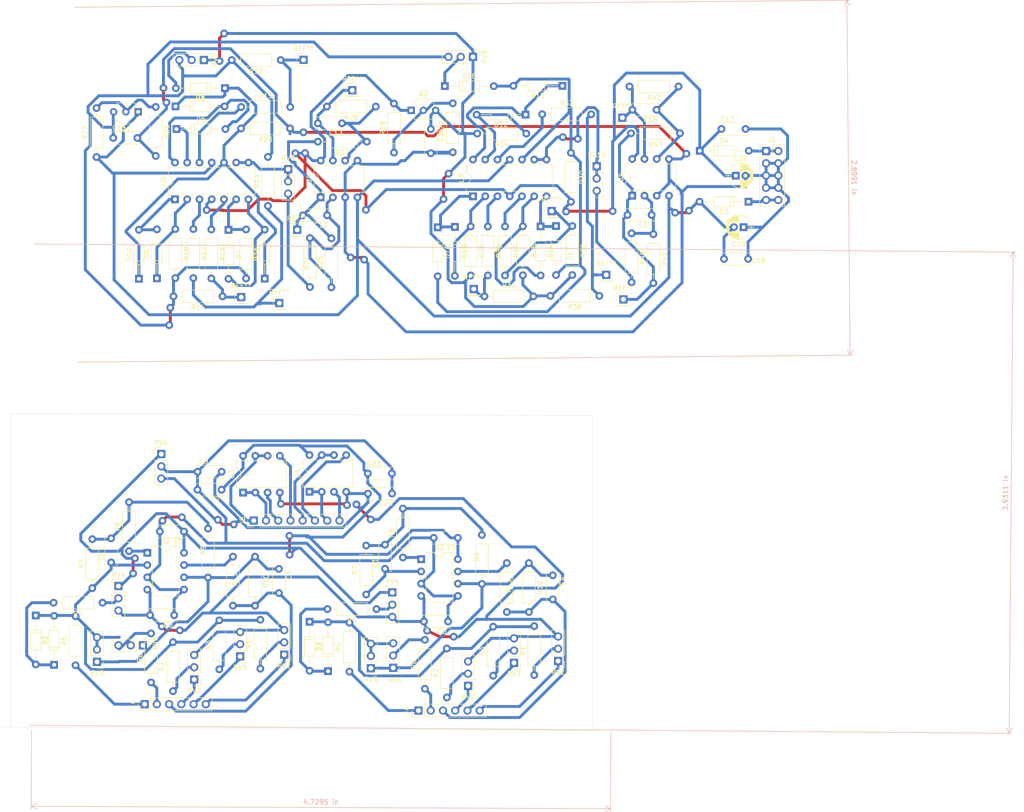
<source format=kicad_pcb>
(kicad_pcb (version 20171130) (host pcbnew "(6.0.0-rc1-dev-209-g91e3d21d6)")
  (layers (0 F.Cu signal) (31 B.Cu signal) (34 B.Paste user) (35 F.Paste user) (36 B.SilkS user) (37 F.SilkS user) (38 B.Mask user) (39 F.Mask user) (44 Edge.Cuts user))
  (net 0 "")
  (net 1 "Net-(C1-Pad2)")
  (net 2 "Net-(C1-Pad1)")
  (net 3 GND)
  (net 4 +12V)
  (net 5 -12V)
  (net 6 "Net-(C4-Pad1)")
  (net 7 /OUTT_1)
  (net 8 "Net-(C9-Pad2)")
  (net 9 "Net-(C10-Pad1)")
  (net 10 "/analogue logic/-10V")
  (net 11 "/analogue logic/NOR")
  (net 12 "Net-(C12-Pad1)")
  (net 13 "Net-(C13-Pad1)")
  (net 14 "/analogue logic/OR")
  (net 15 "Net-(C14-Pad1)")
  (net 16 "Net-(C15-Pad1)")
  (net 17 "/analogue logic/NAND")
  (net 18 "Net-(C16-Pad1)")
  (net 19 "/analogue logic/AND")
  (net 20 "Net-(D1-Pad1)")
  (net 21 "Net-(D5-Pad2)")
  (net 22 "Net-(D5-Pad1)")
  (net 23 "Net-(D6-Pad1)")
  (net 24 "Net-(D10-Pad2)")
  (net 25 "Net-(D7-Pad1)")
  (net 26 "Net-(D11-Pad2)")
  (net 27 "Net-(D8-Pad2)")
  (net 28 "Net-(D10-Pad1)")
  (net 29 "Net-(D12-Pad1)")
  (net 30 "Net-(D12-Pad2)")
  (net 31 "Net-(D13-Pad1)")
  (net 32 "Net-(D13-Pad2)")
  (net 33 "Net-(D14-Pad2)")
  (net 34 "Net-(D14-Pad1)")
  (net 35 "Net-(D15-Pad2)")
  (net 36 "Net-(D18-Pad1)")
  (net 37 "/analogue logic/IN_2x")
  (net 38 "/analogue logic/IN_1x")
  (net 39 "/analogue logic/IN_3")
  (net 40 "/analogue logic/IN_2")
  (net 41 "/analogue logic/IN_1")
  (net 42 /P2)
  (net 43 /P1)
  (net 44 /INN_3)
  (net 45 /INN_2)
  (net 46 /INN_1)
  (net 47 /INBUF1)
  (net 48 /INBUF2)
  (net 49 /INBUF3)
  (net 50 /INBUF4)
  (net 51 /OBUFF1)
  (net 52 /OBUFF2)
  (net 53 /OBUFF3)
  (net 54 /OBUFF4)
  (net 55 "Net-(Q1-Pad2)")
  (net 56 "Net-(Q2-Pad2)")
  (net 57 "Net-(R1-Pad1)")
  (net 58 "Net-(R2-Pad1)")
  (net 59 "Net-(R3-Pad1)")
  (net 60 "Net-(R4-Pad1)")
  (net 61 "Net-(R6-Pad2)")
  (net 62 "Net-(R8-Pad1)")
  (net 63 "Net-(R11-Pad1)")
  (net 64 "Net-(R15-Pad1)")
  (net 65 "Net-(R17-Pad1)")
  (net 66 "Net-(R19-Pad1)")
  (net 67 "Net-(R24-Pad2)")
  (net 68 "/analogue logic/IN_3x")
  (net 69 "Net-(R33-Pad1)")
  (net 70 "Net-(R35-Pad1)")
  (net 71 "Net-(R37-Pad1)")
  (net 72 "Net-(R40-Pad2)")
  (net 73 "Net-(RV8-Pad1)")
  (net 74 "Net-(RV10-Pad1)")
  (module Pin_Headers:Pin_Header_Straight_1x01_Pitch2.54mm (layer F.Cu) (at 122.1994 95.1103)
    (fp_text reference REF** (at 0 -2.33) (layer F.SilkS))
    (fp_text value Pin_Header_Straight_1x01_Pitch2.54mm)
    (pad 1 thru_hole rect (at 0 0) (size 1.7 1.7) (drill 1) (layers *.Cu *.Mask) (net 37 "/analogue logic/IN_2x"))
  )
  (module Pin_Headers:Pin_Header_Straight_1x01_Pitch2.54mm (layer F.Cu) (at 153.035 59.5757)
    (fp_text reference REF** (at 0 -2.33) (layer F.SilkS))
    (fp_text value Pin_Header_Straight_1x01_Pitch2.54mm)
    (pad 1 thru_hole rect (at 0 0) (size 1.7 1.7) (drill 1) (layers *.Cu *.Mask) (net 19 "/analogue logic/AND"))
  )
  (module Pin_Headers:Pin_Header_Straight_1x01_Pitch2.54mm (layer F.Cu) (at 138.3538 78.9559)
    (fp_text reference REF** (at 0 -2.33) (layer F.SilkS))
    (fp_text value Pin_Header_Straight_1x01_Pitch2.54mm)
    (pad 1 thru_hole rect (at 0 0) (size 1.7 1.7) (drill 1) (layers *.Cu *.Mask) (net 68 "/analogue logic/IN_3x"))
  )
  (module Pin_Headers:Pin_Header_Straight_1x01_Pitch2.54mm (layer F.Cu) (at 149.6822 92.1766)
    (fp_text reference REF** (at 0 -2.33) (layer F.SilkS))
    (fp_text value Pin_Header_Straight_1x01_Pitch2.54mm)
    (pad 1 thru_hole rect (at 0 0) (size 1.7 1.7) (drill 1) (layers *.Cu *.Mask) (net 38 "/analogue logic/IN_1x"))
  )
  (module Pin_Headers:Pin_Header_Straight_1x01_Pitch2.54mm (layer F.Cu) (at 153.2509 97.2693)
    (fp_text reference REF** (at 0 -2.33) (layer F.SilkS))
    (fp_text value Pin_Header_Straight_1x01_Pitch2.54mm)
    (pad 1 thru_hole rect (at 0 0) (size 1.7 1.7) (drill 1) (layers *.Cu *.Mask) (net 17 "/analogue logic/NAND"))
  )
  (module Pin_Headers:Pin_Header_Straight_1x01_Pitch2.54mm (layer F.Cu) (at 97.0153 53.8861)
    (fp_text reference REF** (at 0 -2.33) (layer F.SilkS))
    (fp_text value Pin_Header_Straight_1x01_Pitch2.54mm)
    (pad 1 thru_hole rect (at 0 0) (size 1.7 1.7) (drill 1) (layers *.Cu *.Mask) (net 14 "/analogue logic/OR"))
  )
  (module Pin_Headers:Pin_Header_Straight_1x01_Pitch2.54mm (layer F.Cu) (at 85.5853 82.8421)
    (fp_text reference REF** (at 0 -2.33) (layer F.SilkS))
    (fp_text value Pin_Header_Straight_1x01_Pitch2.54mm)
    (pad 1 thru_hole rect (at 0 0) (size 1.7 1.7) (drill 1) (layers *.Cu *.Mask) (net 11 "/analogue logic/NOR"))
  )
  (module Pin_Headers:Pin_Header_Straight_1x01_Pitch2.54mm (layer F.Cu) (at 73.9775 96.8121)
    (fp_text reference REF** (at 0 -2.33) (layer F.SilkS))
    (fp_text value Pin_Header_Straight_1x01_Pitch2.54mm)
    (pad 1 thru_hole rect (at 0 0) (size 1.7 1.7) (drill 1) (layers *.Cu *.Mask) (net 39 "/analogue logic/IN_3"))
  )
  (module Pin_Headers:Pin_Header_Straight_1x01_Pitch2.54mm (layer F.Cu) (at 81.8896 98.0567)
    (fp_text reference REF** (at 0 -2.33) (layer F.SilkS))
    (fp_text value Pin_Header_Straight_1x01_Pitch2.54mm)
    (pad 1 thru_hole rect (at 0 0) (size 1.7 1.7) (drill 1) (layers *.Cu *.Mask) (net 40 "/analogue logic/IN_2"))
  )
  (module Pin_Headers:Pin_Header_Straight_1x03_Pitch2.54mm (layer F.Cu) (at 66.2432 47.5996 270)
    (fp_text reference RV7 (at 0 -2.33 270) (layer F.SilkS))
    (fp_text value R_POT)
    (pad 3 thru_hole oval (at 0 5.08 270) (size 1.7 1.7) (drill 1) (layers *.Cu *.Mask) (net 10 "/analogue logic/-10V"))
    (pad 2 thru_hole oval (at 0 2.54 270) (size 1.7 1.7) (drill 1) (layers *.Cu *.Mask) (net 27 "Net-(D8-Pad2)"))
    (pad 1 thru_hole rect (at 0 0 270) (size 1.7 1.7) (drill 1) (layers *.Cu *.Mask) (net 15 "Net-(C14-Pad1)"))
  )
  (module Pin_Headers:Pin_Header_Straight_1x03_Pitch2.54mm (layer F.Cu) (at 57.4167 129.3749)
    (fp_text reference RV4 (at 0 -2.33) (layer F.SilkS))
    (fp_text value 100K)
    (pad 3 thru_hole oval (at 0 5.08) (size 1.7 1.7) (drill 1) (layers *.Cu *.Mask) (net 5 -12V))
    (pad 2 thru_hole oval (at 0 2.54) (size 1.7 1.7) (drill 1) (layers *.Cu *.Mask) (net 3 GND))
    (pad 1 thru_hole rect (at 0 0) (size 1.7 1.7) (drill 1) (layers *.Cu *.Mask) (net 4 +12V))
  )
  (module Pin_Headers:Pin_Header_Straight_1x06_Pitch2.54mm (layer F.Cu) (at 110.744 182.5879 90)
    (fp_text reference J4 (at 0 -2.33 90) (layer F.SilkS))
    (fp_text value Conn_01x06_Male)
    (pad 6 thru_hole oval (at 0 12.7 90) (size 1.7 1.7) (drill 1) (layers *.Cu *.Mask) (net 46 /INN_1))
    (pad 5 thru_hole oval (at 0 10.16 90) (size 1.7 1.7) (drill 1) (layers *.Cu *.Mask) (net 44 /INN_3))
    (pad 4 thru_hole oval (at 0 7.62 90) (size 1.7 1.7) (drill 1) (layers *.Cu *.Mask) (net 45 /INN_2))
    (pad 3 thru_hole oval (at 0 5.08 90) (size 1.7 1.7) (drill 1) (layers *.Cu *.Mask) (net 7 /OUTT_1))
    (pad 2 thru_hole oval (at 0 2.54 90) (size 1.7 1.7) (drill 1) (layers *.Cu *.Mask) (net 42 /P2))
    (pad 1 thru_hole rect (at 0 0 90) (size 1.7 1.7) (drill 1) (layers *.Cu *.Mask) (net 43 /P1))
  )
  (module Housings_DIP:DIP-8_W7.62mm (layer F.Cu) (at 111.3028 151.1808)
    (fp_text reference U2 (at 3.81 -2.39) (layer F.SilkS))
    (fp_text value TL072)
    (pad 1 thru_hole rect (at 0 0) (size 1.6 1.6) (drill 0.8) (layers *.Cu *.Mask) (net 62 "Net-(R8-Pad1)"))
    (pad 5 thru_hole oval (at 7.62 7.62) (size 1.6 1.6) (drill 0.8) (layers *.Cu *.Mask) (net 3 GND))
    (pad 2 thru_hole oval (at 0 2.54) (size 1.6 1.6) (drill 0.8) (layers *.Cu *.Mask) (net 2 "Net-(C1-Pad1)"))
    (pad 6 thru_hole oval (at 7.62 5.08) (size 1.6 1.6) (drill 0.8) (layers *.Cu *.Mask) (net 6 "Net-(C4-Pad1)"))
    (pad 3 thru_hole oval (at 0 5.08) (size 1.6 1.6) (drill 0.8) (layers *.Cu *.Mask) (net 3 GND))
    (pad 7 thru_hole oval (at 7.62 2.54) (size 1.6 1.6) (drill 0.8) (layers *.Cu *.Mask) (net 63 "Net-(R11-Pad1)"))
    (pad 4 thru_hole oval (at 0 7.62) (size 1.6 1.6) (drill 0.8) (layers *.Cu *.Mask) (net 5 -12V))
    (pad 8 thru_hole oval (at 7.62 0) (size 1.6 1.6) (drill 0.8) (layers *.Cu *.Mask) (net 4 +12V))
  )
  (module Pin_Headers:Pin_Header_Straight_1x03_Pitch2.54mm (layer F.Cu) (at 105.4989 173.7106 180)
    (fp_text reference RV6 (at -0.4572 -2.5781 180) (layer F.SilkS))
    (fp_text value 100K)
    (pad 3 thru_hole oval (at 0 5.08 180) (size 1.7 1.7) (drill 1) (layers *.Cu *.Mask) (net 2 "Net-(C1-Pad1)"))
    (pad 2 thru_hole oval (at 0 2.54 180) (size 1.7 1.7) (drill 1) (layers *.Cu *.Mask) (net 61 "Net-(R6-Pad2)"))
    (pad 1 thru_hole rect (at 0 0 180) (size 1.7 1.7) (drill 1) (layers *.Cu *.Mask) (net 6 "Net-(C4-Pad1)"))
  )
  (module Pin_Headers:Pin_Header_Straight_1x03_Pitch2.54mm (layer F.Cu) (at 100.8761 173.7995 180)
    (fp_text reference RV5 (at 0 -2.33 180) (layer F.SilkS))
    (fp_text value 100K)
    (pad 1 thru_hole rect (at 0 0 180) (size 1.7 1.7) (drill 1) (layers *.Cu *.Mask) (net 6 "Net-(C4-Pad1)"))
    (pad 2 thru_hole oval (at 0 2.54 180) (size 1.7 1.7) (drill 1) (layers *.Cu *.Mask) (net 2 "Net-(C1-Pad1)"))
    (pad 3 thru_hole oval (at 0 5.08 180) (size 1.7 1.7) (drill 1) (layers *.Cu *.Mask) (net 2 "Net-(C1-Pad1)"))
  )
  (module Pin_Headers:Pin_Header_Straight_1x03_Pitch2.54mm (layer F.Cu) (at 105.3211 158.0769)
    (fp_text reference RV4 (at 0 -2.33) (layer F.SilkS))
    (fp_text value 100K)
    (pad 3 thru_hole oval (at 0 5.08) (size 1.7 1.7) (drill 1) (layers *.Cu *.Mask) (net 5 -12V))
    (pad 2 thru_hole oval (at 0 2.54) (size 1.7 1.7) (drill 1) (layers *.Cu *.Mask) (net 60 "Net-(R4-Pad1)"))
    (pad 1 thru_hole rect (at 0 0) (size 1.7 1.7) (drill 1) (layers *.Cu *.Mask) (net 4 +12V))
  )
  (module Pin_Headers:Pin_Header_Straight_1x03_Pitch2.54mm (layer F.Cu) (at 130.556 172.6819 180)
    (fp_text reference RV3 (at 0 -2.33 180) (layer F.SilkS))
    (fp_text value 100K)
    (pad 3 thru_hole oval (at 0 5.08 180) (size 1.7 1.7) (drill 1) (layers *.Cu *.Mask) (net 5 -12V))
    (pad 2 thru_hole oval (at 0 2.54 180) (size 1.7 1.7) (drill 1) (layers *.Cu *.Mask) (net 59 "Net-(R3-Pad1)"))
    (pad 1 thru_hole rect (at 0 0 180) (size 1.7 1.7) (drill 1) (layers *.Cu *.Mask) (net 44 /INN_3))
  )
  (module Pin_Headers:Pin_Header_Straight_1x03_Pitch2.54mm (layer F.Cu) (at 121.031 177.4698 180)
    (fp_text reference RV2 (at 0 -2.33 180) (layer F.SilkS))
    (fp_text value 100K)
    (pad 1 thru_hole rect (at 0 0 180) (size 1.7 1.7) (drill 1) (layers *.Cu *.Mask) (net 45 /INN_2))
    (pad 2 thru_hole oval (at 0 2.54 180) (size 1.7 1.7) (drill 1) (layers *.Cu *.Mask) (net 58 "Net-(R2-Pad1)"))
    (pad 3 thru_hole oval (at 0 5.08 180) (size 1.7 1.7) (drill 1) (layers *.Cu *.Mask) (net 5 -12V))
  )
  (module Pin_Headers:Pin_Header_Straight_1x03_Pitch2.54mm (layer F.Cu) (at 139.7 172.3009 180)
    (fp_text reference RV1 (at 0 -2.33 180) (layer F.SilkS))
    (fp_text value 100K)
    (pad 3 thru_hole oval (at 0 5.08 180) (size 1.7 1.7) (drill 1) (layers *.Cu *.Mask) (net 5 -12V))
    (pad 2 thru_hole oval (at 0 2.54 180) (size 1.7 1.7) (drill 1) (layers *.Cu *.Mask) (net 57 "Net-(R1-Pad1)"))
    (pad 1 thru_hole rect (at 0 0 180) (size 1.7 1.7) (drill 1) (layers *.Cu *.Mask) (net 46 /INN_1))
  )
  (module Resistors_THT:R_Axial_DIN0207_L6.3mm_D2.5mm_P10.16mm_Horizontal (layer F.Cu) (at 129.0701 151.9809 270)
    (fp_text reference R11 (at 4.7371 -0.4318 270) (layer F.SilkS))
    (fp_text value 330R)
    (pad 1 thru_hole circle (at 0 0 270) (size 1.6 1.6) (drill 0.8) (layers *.Cu *.Mask) (net 63 "Net-(R11-Pad1)"))
    (pad 2 thru_hole oval (at 10.16 0 270) (size 1.6 1.6) (drill 0.8) (layers *.Cu *.Mask) (net 7 /OUTT_1))
  )
  (module Resistors_THT:R_Axial_DIN0207_L6.3mm_D2.5mm_P10.16mm_Horizontal (layer F.Cu) (at 133.6421 151.9809 270)
    (fp_text reference R10 (at 5.08 -2.31 270) (layer F.SilkS))
    (fp_text value 100K)
    (pad 1 thru_hole circle (at 0 0 270) (size 1.6 1.6) (drill 0.8) (layers *.Cu *.Mask) (net 6 "Net-(C4-Pad1)"))
    (pad 2 thru_hole oval (at 10.16 0 270) (size 1.6 1.6) (drill 0.8) (layers *.Cu *.Mask) (net 7 /OUTT_1))
  )
  (module Resistors_THT:R_Axial_DIN0207_L6.3mm_D2.5mm_P10.16mm_Horizontal (layer F.Cu) (at 123.9012 146.1516 270)
    (fp_text reference R9 (at 4.512999 0.979799 270) (layer F.SilkS))
    (fp_text value 100K)
    (pad 1 thru_hole circle (at 0 0 270) (size 1.6 1.6) (drill 0.8) (layers *.Cu *.Mask) (net 1 "Net-(C1-Pad2)"))
    (pad 2 thru_hole oval (at 10.16 0 270) (size 1.6 1.6) (drill 0.8) (layers *.Cu *.Mask) (net 6 "Net-(C4-Pad1)"))
  )
  (module Resistors_THT:R_Axial_DIN0207_L6.3mm_D2.5mm_P10.16mm_Horizontal (layer F.Cu) (at 107.5182 150.8252 90)
    (fp_text reference R8 (at 5.08 -2.31 90) (layer F.SilkS))
    (fp_text value 330R)
    (pad 2 thru_hole oval (at 10.16 0 90) (size 1.6 1.6) (drill 0.8) (layers *.Cu *.Mask) (net 1 "Net-(C1-Pad2)"))
    (pad 1 thru_hole circle (at 0 0 90) (size 1.6 1.6) (drill 0.8) (layers *.Cu *.Mask) (net 62 "Net-(R8-Pad1)"))
  )
  (module Resistors_THT:R_Axial_DIN0207_L6.3mm_D2.5mm_P10.16mm_Horizontal (layer F.Cu) (at 99.8982 158.5087 90)
    (fp_text reference R7 (at 5.08 -2.31 90) (layer F.SilkS))
    (fp_text value 100K)
    (pad 2 thru_hole oval (at 10.16 0 90) (size 1.6 1.6) (drill 0.8) (layers *.Cu *.Mask) (net 1 "Net-(C1-Pad2)"))
    (pad 1 thru_hole circle (at 0 0 90) (size 1.6 1.6) (drill 0.8) (layers *.Cu *.Mask) (net 2 "Net-(C1-Pad1)"))
  )
  (module Resistors_THT:R_Axial_DIN0207_L6.3mm_D2.5mm_P10.16mm_Horizontal (layer F.Cu) (at 112.0775 178.0667 90)
    (fp_text reference R6 (at 5.08 -2.31 90) (layer F.SilkS))
    (fp_text value 100K)
    (pad 2 thru_hole oval (at 10.16 0 90) (size 1.6 1.6) (drill 0.8) (layers *.Cu *.Mask) (net 61 "Net-(R6-Pad2)"))
    (pad 1 thru_hole circle (at 0 0 90) (size 1.6 1.6) (drill 0.8) (layers *.Cu *.Mask) (net 42 /P2))
  )
  (module Resistors_THT:R_Axial_DIN0207_L6.3mm_D2.5mm_P10.16mm_Horizontal (layer F.Cu) (at 96.4311 174.5107 90)
    (fp_text reference R5 (at 5.08 -2.31 90) (layer F.SilkS))
    (fp_text value 100K)
    (pad 2 thru_hole oval (at 10.16 0 90) (size 1.6 1.6) (drill 0.8) (layers *.Cu *.Mask) (net 2 "Net-(C1-Pad1)"))
    (pad 1 thru_hole circle (at 0 0 90) (size 1.6 1.6) (drill 0.8) (layers *.Cu *.Mask) (net 43 /P1))
  )
  (module Resistors_THT:R_Axial_DIN0207_L6.3mm_D2.5mm_P10.16mm_Horizontal (layer F.Cu) (at 102.0318 161.5313 180)
    (fp_text reference R4 (at 5.08 -2.31 180) (layer F.SilkS))
    (fp_text value 270K)
    (pad 1 thru_hole circle (at 0 0 180) (size 1.6 1.6) (drill 0.8) (layers *.Cu *.Mask) (net 60 "Net-(R4-Pad1)"))
    (pad 2 thru_hole oval (at 10.16 0 180) (size 1.6 1.6) (drill 0.8) (layers *.Cu *.Mask) (net 20 "Net-(D1-Pad1)"))
  )
  (module Resistors_THT:R_Axial_DIN0207_L6.3mm_D2.5mm_P10.16mm_Horizontal (layer F.Cu) (at 126.238 175.3489 90)
    (fp_text reference R3 (at 5.08 -2.31 90) (layer F.SilkS))
    (fp_text value 100K)
    (pad 2 thru_hole oval (at 10.16 0 90) (size 1.6 1.6) (drill 0.8) (layers *.Cu *.Mask) (net 2 "Net-(C1-Pad1)"))
    (pad 1 thru_hole circle (at 0 0 90) (size 1.6 1.6) (drill 0.8) (layers *.Cu *.Mask) (net 59 "Net-(R3-Pad1)"))
  )
  (module Resistors_THT:R_Axial_DIN0207_L6.3mm_D2.5mm_P10.16mm_Horizontal (layer F.Cu) (at 116.6368 179.8701 90)
    (fp_text reference R2 (at 5.08 -2.31 90) (layer F.SilkS))
    (fp_text value 100K)
    (pad 1 thru_hole circle (at 0 0 90) (size 1.6 1.6) (drill 0.8) (layers *.Cu *.Mask) (net 58 "Net-(R2-Pad1)"))
    (pad 2 thru_hole oval (at 10.16 0 90) (size 1.6 1.6) (drill 0.8) (layers *.Cu *.Mask) (net 2 "Net-(C1-Pad1)"))
  )
  (module Resistors_THT:R_Axial_DIN0207_L6.3mm_D2.5mm_P10.16mm_Horizontal (layer F.Cu) (at 134.747 175.2219 90)
    (fp_text reference R1 (at 5.08 -2.31 90) (layer F.SilkS))
    (fp_text value 100K)
    (pad 1 thru_hole circle (at 0 0 90) (size 1.6 1.6) (drill 0.8) (layers *.Cu *.Mask) (net 57 "Net-(R1-Pad1)"))
    (pad 2 thru_hole oval (at 10.16 0 90) (size 1.6 1.6) (drill 0.8) (layers *.Cu *.Mask) (net 2 "Net-(C1-Pad1)"))
  )
  (module Diodes_ThroughHole:D_DO-35_SOD27_P10.16mm_Horizontal (layer F.Cu) (at 88.1761 164.1729 270)
    (fp_text reference D2 (at 5.08 -2.06 270) (layer F.SilkS))
    (fp_text value BAT48)
    (pad 2 thru_hole oval (at 10.16 0 270) (size 1.6 1.6) (drill 0.8) (layers *.Cu *.Mask) (net 20 "Net-(D1-Pad1)"))
    (pad 1 thru_hole rect (at 0 0 270) (size 1.6 1.6) (drill 0.8) (layers *.Cu *.Mask) (net 2 "Net-(C1-Pad1)"))
  )
  (module Diodes_ThroughHole:D_DO-35_SOD27_P10.16mm_Horizontal (layer F.Cu) (at 91.9861 174.4218 90)
    (fp_text reference D1 (at 5.08 -2.06 90) (layer F.SilkS))
    (fp_text value BAT48)
    (pad 1 thru_hole rect (at 0 0 90) (size 1.6 1.6) (drill 0.8) (layers *.Cu *.Mask) (net 20 "Net-(D1-Pad1)"))
    (pad 2 thru_hole oval (at 10.16 0 90) (size 1.6 1.6) (drill 0.8) (layers *.Cu *.Mask) (net 2 "Net-(C1-Pad1)"))
  )
  (module Capacitors_THT:C_Disc_D6.0mm_W2.5mm_P5.00mm (layer F.Cu) (at 116.8781 164.1094 180)
    (fp_text reference C6 (at 1.25 -2.06 180) (layer F.SilkS))
    (fp_text value 100n)
    (pad 2 thru_hole circle (at 5 0 180) (size 1.6 1.6) (drill 0.8) (layers *.Cu *.Mask) (net 5 -12V))
    (pad 1 thru_hole circle (at 0 0 180) (size 1.6 1.6) (drill 0.8) (layers *.Cu *.Mask) (net 3 GND))
  )
  (module Capacitors_THT:C_Disc_D6.0mm_W2.5mm_P5.00mm (layer F.Cu) (at 118.9101 146.7485 180)
    (fp_text reference C5 (at 1.25 -2.06 180) (layer F.SilkS))
    (fp_text value 100n)
    (pad 2 thru_hole circle (at 5 0 180) (size 1.6 1.6) (drill 0.8) (layers *.Cu *.Mask) (net 3 GND))
    (pad 1 thru_hole circle (at 0 0 180) (size 1.6 1.6) (drill 0.8) (layers *.Cu *.Mask) (net 4 +12V))
  )
  (module Capacitors_THT:C_Disc_D6.0mm_W2.5mm_P5.00mm (layer F.Cu) (at 138.5951 154.5209 270)
    (fp_text reference C4 (at 1.25 -2.06 270) (layer F.SilkS))
    (fp_text value 47pF)
    (pad 2 thru_hole circle (at 5 0 270) (size 1.6 1.6) (drill 0.8) (layers *.Cu *.Mask) (net 7 /OUTT_1))
    (pad 1 thru_hole circle (at 0 0 270) (size 1.6 1.6) (drill 0.8) (layers *.Cu *.Mask) (net 6 "Net-(C4-Pad1)"))
  )
  (module Capacitors_THT:C_Disc_D6.0mm_W2.5mm_P5.00mm (layer F.Cu) (at 103.8098 153.1747 90)
    (fp_text reference C1 (at 1.25 -2.06 90) (layer F.SilkS))
    (fp_text value 47pF)
    (pad 2 thru_hole circle (at 5 0 90) (size 1.6 1.6) (drill 0.8) (layers *.Cu *.Mask) (net 1 "Net-(C1-Pad2)"))
    (pad 1 thru_hole circle (at 0 0 90) (size 1.6 1.6) (drill 0.8) (layers *.Cu *.Mask) (net 2 "Net-(C1-Pad1)"))
  )
  (module Capacitors_THT:C_Disc_D6.0mm_W2.5mm_P5.00mm (layer F.Cu) (at 47.0154 151.8539 90)
    (fp_text reference C1 (at 1.25 -2.06 90) (layer F.SilkS))
    (fp_text value 47pF)
    (pad 1 thru_hole circle (at 0 0 90) (size 1.6 1.6) (drill 0.8) (layers *.Cu *.Mask) (net 2 "Net-(C1-Pad1)"))
    (pad 2 thru_hole circle (at 5 0 90) (size 1.6 1.6) (drill 0.8) (layers *.Cu *.Mask) (net 1 "Net-(C1-Pad2)"))
  )
  (module Capacitors_THT:C_Disc_D6.0mm_W2.5mm_P5.00mm (layer F.Cu) (at 81.8007 153.2001 270)
    (fp_text reference C4 (at 1.25 -2.06 270) (layer F.SilkS))
    (fp_text value 47pF)
    (pad 1 thru_hole circle (at 0 0 270) (size 1.6 1.6) (drill 0.8) (layers *.Cu *.Mask) (net 6 "Net-(C4-Pad1)"))
    (pad 2 thru_hole circle (at 5 0 270) (size 1.6 1.6) (drill 0.8) (layers *.Cu *.Mask) (net 7 /OUTT_1))
  )
  (module Capacitors_THT:C_Disc_D6.0mm_W2.5mm_P5.00mm (layer F.Cu) (at 62.1157 145.4277 180)
    (fp_text reference C5 (at 1.25 -2.06 180) (layer F.SilkS))
    (fp_text value 100n)
    (pad 1 thru_hole circle (at 0 0 180) (size 1.6 1.6) (drill 0.8) (layers *.Cu *.Mask) (net 4 +12V))
    (pad 2 thru_hole circle (at 5 0 180) (size 1.6 1.6) (drill 0.8) (layers *.Cu *.Mask) (net 3 GND))
  )
  (module Capacitors_THT:C_Disc_D6.0mm_W2.5mm_P5.00mm (layer F.Cu) (at 60.0837 162.7886 180)
    (fp_text reference C6 (at 1.25 -2.06 180) (layer F.SilkS))
    (fp_text value 100n)
    (pad 1 thru_hole circle (at 0 0 180) (size 1.6 1.6) (drill 0.8) (layers *.Cu *.Mask) (net 3 GND))
    (pad 2 thru_hole circle (at 5 0 180) (size 1.6 1.6) (drill 0.8) (layers *.Cu *.Mask) (net 5 -12V))
  )
  (module Capacitors_THT:C_Disc_D6.0mm_W2.5mm_P5.00mm (layer F.Cu) (at 69.9135 136.7663 180)
    (fp_text reference C7 (at 1.25 -2.06 180) (layer F.SilkS))
    (fp_text value 100n)
    (pad 1 thru_hole circle (at 0 0 180) (size 1.6 1.6) (drill 0.8) (layers *.Cu *.Mask) (net 4 +12V))
    (pad 2 thru_hole circle (at 5 0 180) (size 1.6 1.6) (drill 0.8) (layers *.Cu *.Mask) (net 3 GND))
  )
  (module Capacitors_THT:C_Disc_D6.0mm_W2.5mm_P5.00mm (layer F.Cu) (at 64.9351 133.0325)
    (fp_text reference C8 (at 1.25 -2.06) (layer F.SilkS))
    (fp_text value 100n)
    (pad 1 thru_hole circle (at 0 0) (size 1.6 1.6) (drill 0.8) (layers *.Cu *.Mask) (net 3 GND))
    (pad 2 thru_hole circle (at 5 0) (size 1.6 1.6) (drill 0.8) (layers *.Cu *.Mask) (net 5 -12V))
  )
  (module Capacitors_THT:C_Disc_D6.0mm_W2.5mm_P5.00mm (layer F.Cu) (at 47.4472 63.7794)
    (fp_text reference C11 (at 1.25 -2.06) (layer F.SilkS))
    (fp_text value 100N)
    (pad 1 thru_hole circle (at 0 0) (size 1.6 1.6) (drill 0.8) (layers *.Cu *.Mask) (net 10 "/analogue logic/-10V"))
    (pad 2 thru_hole circle (at 5 0) (size 1.6 1.6) (drill 0.8) (layers *.Cu *.Mask) (net 3 GND))
  )
  (module Capacitors_THT:C_Disc_D6.0mm_W2.5mm_P5.00mm (layer F.Cu) (at 91.7956 79.8195 180)
    (fp_text reference C12 (at 1.25 -2.06 180) (layer F.SilkS))
    (fp_text value 47pF)
    (pad 1 thru_hole circle (at 0 0 180) (size 1.6 1.6) (drill 0.8) (layers *.Cu *.Mask) (net 12 "Net-(C12-Pad1)"))
    (pad 2 thru_hole circle (at 5 0 180) (size 1.6 1.6) (drill 0.8) (layers *.Cu *.Mask) (net 11 "/analogue logic/NOR"))
  )
  (module Capacitors_THT:C_Disc_D6.0mm_W2.5mm_P5.00mm (layer F.Cu) (at 94.8817 60.7314 180)
    (fp_text reference C13 (at 1.25 -2.06 180) (layer F.SilkS))
    (fp_text value 47pF)
    (pad 1 thru_hole circle (at 0 0 180) (size 1.6 1.6) (drill 0.8) (layers *.Cu *.Mask) (net 13 "Net-(C13-Pad1)"))
    (pad 2 thru_hole circle (at 5 0 180) (size 1.6 1.6) (drill 0.8) (layers *.Cu *.Mask) (net 14 "/analogue logic/OR"))
  )
  (module Capacitors_THT:C_Disc_D6.0mm_W2.5mm_P5.00mm (layer F.Cu) (at 113.3094 61.93536 270)
    (fp_text reference C14 (at 1.25 -2.06 270) (layer F.SilkS))
    (fp_text value 100N)
    (pad 1 thru_hole circle (at 0 0 270) (size 1.6 1.6) (drill 0.8) (layers *.Cu *.Mask) (net 15 "Net-(C14-Pad1)"))
    (pad 2 thru_hole circle (at 5 0 270) (size 1.6 1.6) (drill 0.8) (layers *.Cu *.Mask) (net 3 GND))
  )
  (module Capacitors_THT:C_Disc_D6.0mm_W2.5mm_P5.00mm (layer F.Cu) (at 159.0929 79.7433 180)
    (fp_text reference C15 (at 1.25 -2.06 180) (layer F.SilkS))
    (fp_text value 47pF)
    (pad 1 thru_hole circle (at 0 0 180) (size 1.6 1.6) (drill 0.8) (layers *.Cu *.Mask) (net 16 "Net-(C15-Pad1)"))
    (pad 2 thru_hole circle (at 5 0 180) (size 1.6 1.6) (drill 0.8) (layers *.Cu *.Mask) (net 17 "/analogue logic/NAND"))
  )
  (module Capacitors_THT:C_Disc_D6.0mm_W2.5mm_P5.00mm (layer F.Cu) (at 160.0962 57.9247 180)
    (fp_text reference C16 (at 1.25 -2.06 180) (layer F.SilkS))
    (fp_text value 47pF)
    (pad 1 thru_hole circle (at 0 0 180) (size 1.6 1.6) (drill 0.8) (layers *.Cu *.Mask) (net 18 "Net-(C16-Pad1)"))
    (pad 2 thru_hole circle (at 5 0 180) (size 1.6 1.6) (drill 0.8) (layers *.Cu *.Mask) (net 19 "/analogue logic/AND"))
  )
  (module Capacitors_THT:C_Disc_D6.0mm_W2.5mm_P5.00mm (layer F.Cu) (at 173.5709 61.9125)
    (fp_text reference C17 (at 1.25 -2.06) (layer F.SilkS))
    (fp_text value 100n)
    (pad 1 thru_hole circle (at 0 0) (size 1.6 1.6) (drill 0.8) (layers *.Cu *.Mask) (net 4 +12V))
    (pad 2 thru_hole circle (at 5 0) (size 1.6 1.6) (drill 0.8) (layers *.Cu *.Mask) (net 3 GND))
  )
  (module Capacitors_THT:C_Disc_D6.0mm_W2.5mm_P5.00mm (layer F.Cu) (at 179.0954 88.8746 180)
    (fp_text reference C18 (at -2.2098 -0.3556 180) (layer F.SilkS))
    (fp_text value 100n)
    (pad 1 thru_hole circle (at 0 0 180) (size 1.6 1.6) (drill 0.8) (layers *.Cu *.Mask) (net 3 GND))
    (pad 2 thru_hole circle (at 5 0 180) (size 1.6 1.6) (drill 0.8) (layers *.Cu *.Mask) (net 5 -12V))
  )
  (module Capacitors_THT:C_Disc_D6.0mm_W2.5mm_P5.00mm (layer F.Cu) (at 100.2284 133.3881)
    (fp_text reference C23 (at 1.25 -2.06) (layer F.SilkS))
    (fp_text value 100n)
    (pad 1 thru_hole circle (at 0 0) (size 1.6 1.6) (drill 0.8) (layers *.Cu *.Mask) (net 4 +12V))
    (pad 2 thru_hole circle (at 5 0) (size 1.6 1.6) (drill 0.8) (layers *.Cu *.Mask) (net 3 GND))
  )
  (module Capacitors_THT:C_Disc_D6.0mm_W2.5mm_P5.00mm (layer F.Cu) (at 105.2576 137.5664 180)
    (fp_text reference C24 (at 1.25 -2.06 180) (layer F.SilkS))
    (fp_text value 100n)
    (pad 1 thru_hole circle (at 0 0 180) (size 1.6 1.6) (drill 0.8) (layers *.Cu *.Mask) (net 3 GND))
    (pad 2 thru_hole circle (at 5 0 180) (size 1.6 1.6) (drill 0.8) (layers *.Cu *.Mask) (net 5 -12V))
  )
  (module Capacitors_ThroughHole:CP_Radial_D5.0mm_P2.00mm (layer F.Cu) (at 178.1683 82.2833 180)
    (fp_text reference C19 (at 1 -3.56 180) (layer F.SilkS))
    (fp_text value 10uF)
    (pad 2 thru_hole circle (at 2 0 180) (size 1.6 1.6) (drill 0.8) (layers *.Cu *.Mask) (net 5 -12V))
    (pad 1 thru_hole rect (at 0 0 180) (size 1.6 1.6) (drill 0.8) (layers *.Cu *.Mask) (net 3 GND))
  )
  (module Capacitors_ThroughHole:CP_Radial_D5.0mm_P2.00mm (layer F.Cu) (at 176.5427 71.6026)
    (fp_text reference C20 (at 1 -3.56) (layer F.SilkS))
    (fp_text value 10uF)
    (pad 1 thru_hole rect (at 0 0) (size 1.6 1.6) (drill 0.8) (layers *.Cu *.Mask) (net 4 +12V))
    (pad 2 thru_hole circle (at 2 0) (size 1.6 1.6) (drill 0.8) (layers *.Cu *.Mask) (net 3 GND))
  )
  (module Diodes_ThroughHole:D_DO-35_SOD27_P10.16mm_Horizontal (layer F.Cu) (at 35.1917 173.101 90)
    (fp_text reference D1 (at 5.08 -2.06 90) (layer F.SilkS))
    (fp_text value BAT48)
    (pad 2 thru_hole oval (at 10.16 0 90) (size 1.6 1.6) (drill 0.8) (layers *.Cu *.Mask) (net 2 "Net-(C1-Pad1)"))
    (pad 1 thru_hole rect (at 0 0 90) (size 1.6 1.6) (drill 0.8) (layers *.Cu *.Mask) (net 20 "Net-(D1-Pad1)"))
  )
  (module Diodes_ThroughHole:D_DO-35_SOD27_P10.16mm_Horizontal (layer F.Cu) (at 31.3817 162.8521 270)
    (fp_text reference D2 (at 5.08 -2.06 270) (layer F.SilkS))
    (fp_text value BAT48)
    (pad 1 thru_hole rect (at 0 0 270) (size 1.6 1.6) (drill 0.8) (layers *.Cu *.Mask) (net 2 "Net-(C1-Pad1)"))
    (pad 2 thru_hole oval (at 10.16 0 270) (size 1.6 1.6) (drill 0.8) (layers *.Cu *.Mask) (net 20 "Net-(D1-Pad1)"))
  )
  (module Diodes_ThroughHole:D_DO-35_SOD27_P10.16mm_Horizontal (layer F.Cu) (at 179.1843 77.0001 180)
    (fp_text reference D3 (at 5.08 -2.06 180) (layer F.SilkS))
    (fp_text value D)
    (pad 2 thru_hole oval (at 10.16 0 180) (size 1.6 1.6) (drill 0.8) (layers *.Cu *.Mask) (net 5 -12V))
    (pad 1 thru_hole rect (at 0 0 180) (size 1.6 1.6) (drill 0.8) (layers *.Cu *.Mask) (net 8 "Net-(C9-Pad2)"))
  )
  (module Diodes_THT:D_DO-35_SOD27_P10.16mm_Horizontal (layer F.Cu) (at 169.0751 66.4337)
    (fp_text reference D4 (at 5.08 -2.06) (layer F.SilkS))
    (fp_text value D)
    (pad 2 thru_hole oval (at 10.16 0) (size 1.6 1.6) (drill 0.8) (layers *.Cu *.Mask) (net 9 "Net-(C10-Pad1)"))
    (pad 1 thru_hole rect (at 0 0) (size 1.6 1.6) (drill 0.8) (layers *.Cu *.Mask) (net 4 +12V))
  )
  (module Diodes_THT:D_DO-35_SOD27_P10.16mm_Horizontal (layer F.Cu) (at 60.5536 61.9252)
    (fp_text reference D5 (at 5.08 -2.06) (layer F.SilkS))
    (fp_text value 1N4148)
    (pad 2 thru_hole oval (at 10.16 0) (size 1.6 1.6) (drill 0.8) (layers *.Cu *.Mask) (net 21 "Net-(D5-Pad2)"))
    (pad 1 thru_hole rect (at 0 0) (size 1.6 1.6) (drill 0.8) (layers *.Cu *.Mask) (net 22 "Net-(D5-Pad1)"))
  )
  (module Diodes_THT:D_DO-35_SOD27_P10.16mm_Horizontal (layer F.Cu) (at 56.5023 92.9005 90)
    (fp_text reference D6 (at 5.08 -2.06 90) (layer F.SilkS))
    (fp_text value 1N4148)
    (pad 1 thru_hole rect (at 0 0 90) (size 1.6 1.6) (drill 0.8) (layers *.Cu *.Mask) (net 23 "Net-(D6-Pad1)"))
    (pad 2 thru_hole oval (at 10.16 0 90) (size 1.6 1.6) (drill 0.8) (layers *.Cu *.Mask) (net 24 "Net-(D10-Pad2)"))
  )
  (module Diodes_THT:D_DO-35_SOD27_P10.16mm_Horizontal (layer F.Cu) (at 71.3486 82.8548 270)
    (fp_text reference D7 (at 5.08 -2.06 270) (layer F.SilkS))
    (fp_text value 1N4148)
    (pad 1 thru_hole rect (at 0 0 270) (size 1.6 1.6) (drill 0.8) (layers *.Cu *.Mask) (net 25 "Net-(D7-Pad1)"))
    (pad 2 thru_hole oval (at 10.16 0 270) (size 1.6 1.6) (drill 0.8) (layers *.Cu *.Mask) (net 26 "Net-(D11-Pad2)"))
  )
  (module Diodes_THT:D_DO-35_SOD27_P10.16mm_Horizontal (layer F.Cu) (at 70.5993 53.4416 180)
    (fp_text reference D8 (at 5.08 -2.06 180) (layer F.SilkS))
    (fp_text value 1N4148)
    (pad 2 thru_hole oval (at 10.16 0 180) (size 1.6 1.6) (drill 0.8) (layers *.Cu *.Mask) (net 27 "Net-(D8-Pad2)"))
    (pad 1 thru_hole rect (at 0 0 180) (size 1.6 1.6) (drill 0.8) (layers *.Cu *.Mask) (net 28 "Net-(D10-Pad1)"))
  )
  (module Diodes_THT:D_DO-35_SOD27_P10.16mm_Horizontal (layer F.Cu) (at 60.3758 57.2135)
    (fp_text reference D9 (at 5.08 -2.06) (layer F.SilkS))
    (fp_text value 1N4148)
    (pad 1 thru_hole rect (at 0 0) (size 1.6 1.6) (drill 0.8) (layers *.Cu *.Mask) (net 28 "Net-(D10-Pad1)"))
    (pad 2 thru_hole oval (at 10.16 0) (size 1.6 1.6) (drill 0.8) (layers *.Cu *.Mask) (net 21 "Net-(D5-Pad2)"))
  )
  (module Diodes_THT:D_DO-35_SOD27_P10.16mm_Horizontal (layer F.Cu) (at 52.7685 92.9894 90)
    (fp_text reference D10 (at 5.08 -2.06 90) (layer F.SilkS))
    (fp_text value 1N4148)
    (pad 2 thru_hole oval (at 10.16 0 90) (size 1.6 1.6) (drill 0.8) (layers *.Cu *.Mask) (net 24 "Net-(D10-Pad2)"))
    (pad 1 thru_hole rect (at 0 0 90) (size 1.6 1.6) (drill 0.8) (layers *.Cu *.Mask) (net 28 "Net-(D10-Pad1)"))
  )
  (module Diodes_THT:D_DO-35_SOD27_P10.16mm_Horizontal (layer F.Cu) (at 78.867 92.964 90)
    (fp_text reference D11 (at 5.08 -2.06 90) (layer F.SilkS))
    (fp_text value 1N4148)
    (pad 2 thru_hole oval (at 10.16 0 90) (size 1.6 1.6) (drill 0.8) (layers *.Cu *.Mask) (net 26 "Net-(D11-Pad2)"))
    (pad 1 thru_hole rect (at 0 0 90) (size 1.6 1.6) (drill 0.8) (layers *.Cu *.Mask) (net 28 "Net-(D10-Pad1)"))
  )
  (module Diodes_THT:D_DO-35_SOD27_P10.16mm_Horizontal (layer F.Cu) (at 132.969 58.9407 180)
    (fp_text reference D12 (at 5.08 -2.06 180) (layer F.SilkS))
    (fp_text value 1N4148)
    (pad 1 thru_hole rect (at 0 0 180) (size 1.6 1.6) (drill 0.8) (layers *.Cu *.Mask) (net 29 "Net-(D12-Pad1)"))
    (pad 2 thru_hole oval (at 10.16 0 180) (size 1.6 1.6) (drill 0.8) (layers *.Cu *.Mask) (net 30 "Net-(D12-Pad2)"))
  )
  (module Diodes_THT:D_DO-35_SOD27_P10.16mm_Horizontal (layer F.Cu) (at 118.2878 82.23504 270)
    (fp_text reference D13 (at 5.08 -2.06 270) (layer F.SilkS))
    (fp_text value 1N4148)
    (pad 1 thru_hole rect (at 0 0 270) (size 1.6 1.6) (drill 0.8) (layers *.Cu *.Mask) (net 31 "Net-(D13-Pad1)"))
    (pad 2 thru_hole oval (at 10.16 0 270) (size 1.6 1.6) (drill 0.8) (layers *.Cu *.Mask) (net 32 "Net-(D13-Pad2)"))
  )
  (module Diodes_THT:D_DO-35_SOD27_P10.16mm_Horizontal (layer F.Cu) (at 136.0678 82.1436 270)
    (fp_text reference D14 (at 5.08 -2.06 270) (layer F.SilkS))
    (fp_text value 1N4148)
    (pad 2 thru_hole oval (at 10.16 0 270) (size 1.6 1.6) (drill 0.8) (layers *.Cu *.Mask) (net 33 "Net-(D14-Pad2)"))
    (pad 1 thru_hole rect (at 0 0 270) (size 1.6 1.6) (drill 0.8) (layers *.Cu *.Mask) (net 34 "Net-(D14-Pad1)"))
  )
  (module Diodes_THT:D_DO-35_SOD27_P10.16mm_Horizontal (layer F.Cu) (at 140.589 52.959 180)
    (fp_text reference D15 (at 5.08 -2.06 180) (layer F.SilkS))
    (fp_text value 1N4148)
    (pad 2 thru_hole oval (at 10.16 0 180) (size 1.6 1.6) (drill 0.8) (layers *.Cu *.Mask) (net 35 "Net-(D15-Pad2)"))
    (pad 1 thru_hole rect (at 0 0 180) (size 1.6 1.6) (drill 0.8) (layers *.Cu *.Mask) (net 29 "Net-(D12-Pad1)"))
  )
  (module Diodes_THT:D_DO-35_SOD27_P10.16mm_Horizontal (layer F.Cu) (at 114.7318 82.3214 270)
    (fp_text reference D16 (at 5.08 -2.06 270) (layer F.SilkS))
    (fp_text value 1N4148)
    (pad 2 thru_hole oval (at 10.16 0 270) (size 1.6 1.6) (drill 0.8) (layers *.Cu *.Mask) (net 35 "Net-(D15-Pad2)"))
    (pad 1 thru_hole rect (at 0 0 270) (size 1.6 1.6) (drill 0.8) (layers *.Cu *.Mask) (net 31 "Net-(D13-Pad1)"))
  )
  (module Diodes_THT:D_DO-35_SOD27_P10.16mm_Horizontal (layer F.Cu) (at 139.2682 82.05724 270)
    (fp_text reference D17 (at 5.7277 -2.9083 270) (layer F.SilkS))
    (fp_text value 1N4148)
    (pad 1 thru_hole rect (at 0 0 270) (size 1.6 1.6) (drill 0.8) (layers *.Cu *.Mask) (net 34 "Net-(D14-Pad1)"))
    (pad 2 thru_hole oval (at 10.16 0 270) (size 1.6 1.6) (drill 0.8) (layers *.Cu *.Mask) (net 35 "Net-(D15-Pad2)"))
  )
  (module Diodes_THT:D_DO-35_SOD27_P10.16mm_Horizontal (layer F.Cu) (at 116.205 53.0225)
    (fp_text reference D18 (at 5.08 -2.06) (layer F.SilkS))
    (fp_text value 1N4148)
    (pad 1 thru_hole rect (at 0 0) (size 1.6 1.6) (drill 0.8) (layers *.Cu *.Mask) (net 36 "Net-(D18-Pad1)"))
    (pad 2 thru_hole oval (at 10.16 0) (size 1.6 1.6) (drill 0.8) (layers *.Cu *.Mask) (net 35 "Net-(D15-Pad2)"))
  )
  (module Pin_Headers:Pin_Header_Straight_2x05_Pitch2.54mm (layer F.Cu) (at 182.82666 66.48704)
    (fp_text reference J1 (at 1.27 -2.33) (layer F.SilkS))
    (fp_text value Conn_02x05_Odd_Even)
    (pad 1 thru_hole rect (at 0 0) (size 1.7 1.7) (drill 1) (layers *.Cu *.Mask) (net 9 "Net-(C10-Pad1)"))
    (pad 2 thru_hole oval (at 2.54 0) (size 1.7 1.7) (drill 1) (layers *.Cu *.Mask) (net 9 "Net-(C10-Pad1)"))
    (pad 3 thru_hole oval (at 0 2.54) (size 1.7 1.7) (drill 1) (layers *.Cu *.Mask) (net 3 GND))
    (pad 4 thru_hole oval (at 2.54 2.54) (size 1.7 1.7) (drill 1) (layers *.Cu *.Mask) (net 3 GND))
    (pad 5 thru_hole oval (at 0 5.08) (size 1.7 1.7) (drill 1) (layers *.Cu *.Mask) (net 3 GND))
    (pad 6 thru_hole oval (at 2.54 5.08) (size 1.7 1.7) (drill 1) (layers *.Cu *.Mask) (net 3 GND))
    (pad 7 thru_hole oval (at 0 7.62) (size 1.7 1.7) (drill 1) (layers *.Cu *.Mask) (net 3 GND))
    (pad 8 thru_hole oval (at 2.54 7.62) (size 1.7 1.7) (drill 1) (layers *.Cu *.Mask) (net 3 GND))
    (pad 9 thru_hole oval (at 0 10.16) (size 1.7 1.7) (drill 1) (layers *.Cu *.Mask) (net 8 "Net-(C9-Pad2)"))
    (pad 10 thru_hole oval (at 2.54 10.16) (size 1.7 1.7) (drill 1) (layers *.Cu *.Mask) (net 8 "Net-(C9-Pad2)"))
  )
  (module Pin_Headers:Pin_Header_Straight_1x08_Pitch2.54mm (layer F.Cu) (at 76.581 143.1671 90)
    (fp_text reference J5 (at 0 -2.33 90) (layer F.SilkS))
    (fp_text value Conn_01x08_Male)
    (pad 8 thru_hole oval (at 0 17.78 90) (size 1.7 1.7) (drill 1) (layers *.Cu *.Mask) (net 47 /INBUF1))
    (pad 7 thru_hole oval (at 0 15.24 90) (size 1.7 1.7) (drill 1) (layers *.Cu *.Mask) (net 51 /OBUFF1))
    (pad 6 thru_hole oval (at 0 12.7 90) (size 1.7 1.7) (drill 1) (layers *.Cu *.Mask) (net 48 /INBUF2))
    (pad 5 thru_hole oval (at 0 10.16 90) (size 1.7 1.7) (drill 1) (layers *.Cu *.Mask) (net 52 /OBUFF2))
    (pad 4 thru_hole oval (at 0 7.62 90) (size 1.7 1.7) (drill 1) (layers *.Cu *.Mask) (net 50 /INBUF4))
    (pad 3 thru_hole oval (at 0 5.08 90) (size 1.7 1.7) (drill 1) (layers *.Cu *.Mask) (net 49 /INBUF3))
    (pad 2 thru_hole oval (at 0 2.54 90) (size 1.7 1.7) (drill 1) (layers *.Cu *.Mask) (net 53 /OBUFF3))
    (pad 1 thru_hole rect (at 0 0 90) (size 1.7 1.7) (drill 1) (layers *.Cu *.Mask) (net 54 /OBUFF4))
  )
  (module TO_SOT_Packages_THT:TO-92_Inline_Wide (layer F.Cu) (at 52.6034 58.3565 180)
    (fp_text reference Q1 (at 2.54 -3.56) (layer F.SilkS))
    (fp_text value BC557)
    (pad 1 thru_hole rect (at 0 0 270) (size 1.52 1.52) (drill 0.8) (layers *.Cu *.Mask) (net 5 -12V))
    (pad 3 thru_hole circle (at 5.08 0 270) (size 1.52 1.52) (drill 0.8) (layers *.Cu *.Mask) (net 10 "/analogue logic/-10V"))
    (pad 2 thru_hole circle (at 2.54 0 270) (size 1.52 1.52) (drill 0.8) (layers *.Cu *.Mask) (net 55 "Net-(Q1-Pad2)"))
  )
  (module TO_SOT_Packages_THT:TO-92_Inline_Wide (layer F.Cu) (at 109.22 58.0517)
    (fp_text reference Q2 (at 2.54 -3.56 180) (layer F.SilkS))
    (fp_text value BC547)
    (pad 2 thru_hole circle (at 2.54 0 90) (size 1.52 1.52) (drill 0.8) (layers *.Cu *.Mask) (net 56 "Net-(Q2-Pad2)"))
    (pad 3 thru_hole circle (at 5.08 0 90) (size 1.52 1.52) (drill 0.8) (layers *.Cu *.Mask) (net 15 "Net-(C14-Pad1)"))
    (pad 1 thru_hole rect (at 0 0 90) (size 1.52 1.52) (drill 0.8) (layers *.Cu *.Mask) (net 4 +12V))
  )
  (module Resistors_THT:R_Axial_DIN0207_L6.3mm_D2.5mm_P10.16mm_Horizontal (layer F.Cu) (at 77.9526 173.9011 90)
    (fp_text reference R1 (at 5.08 -2.31 90) (layer F.SilkS))
    (fp_text value 100K)
    (pad 2 thru_hole oval (at 10.16 0 90) (size 1.6 1.6) (drill 0.8) (layers *.Cu *.Mask) (net 2 "Net-(C1-Pad1)"))
    (pad 1 thru_hole circle (at 0 0 90) (size 1.6 1.6) (drill 0.8) (layers *.Cu *.Mask) (net 57 "Net-(R1-Pad1)"))
  )
  (module Resistors_THT:R_Axial_DIN0207_L6.3mm_D2.5mm_P10.16mm_Horizontal (layer F.Cu) (at 59.8424 178.5493 90)
    (fp_text reference R2 (at 5.08 -2.31 90) (layer F.SilkS))
    (fp_text value 100K)
    (pad 2 thru_hole oval (at 10.16 0 90) (size 1.6 1.6) (drill 0.8) (layers *.Cu *.Mask) (net 2 "Net-(C1-Pad1)"))
    (pad 1 thru_hole circle (at 0 0 90) (size 1.6 1.6) (drill 0.8) (layers *.Cu *.Mask) (net 58 "Net-(R2-Pad1)"))
  )
  (module Resistors_THT:R_Axial_DIN0207_L6.3mm_D2.5mm_P10.16mm_Horizontal (layer F.Cu) (at 69.4436 174.0281 90)
    (fp_text reference R3 (at 5.08 -2.31 90) (layer F.SilkS))
    (fp_text value 100K)
    (pad 1 thru_hole circle (at 0 0 90) (size 1.6 1.6) (drill 0.8) (layers *.Cu *.Mask) (net 59 "Net-(R3-Pad1)"))
    (pad 2 thru_hole oval (at 10.16 0 90) (size 1.6 1.6) (drill 0.8) (layers *.Cu *.Mask) (net 2 "Net-(C1-Pad1)"))
  )
  (module Resistors_THT:R_Axial_DIN0207_L6.3mm_D2.5mm_P10.16mm_Horizontal (layer F.Cu) (at 45.2374 160.2105 180)
    (fp_text reference R4 (at 5.08 -2.31 180) (layer F.SilkS))
    (fp_text value 270K)
    (pad 2 thru_hole oval (at 10.16 0 180) (size 1.6 1.6) (drill 0.8) (layers *.Cu *.Mask) (net 20 "Net-(D1-Pad1)"))
    (pad 1 thru_hole circle (at 0 0 180) (size 1.6 1.6) (drill 0.8) (layers *.Cu *.Mask) (net 60 "Net-(R4-Pad1)"))
  )
  (module Resistors_THT:R_Axial_DIN0207_L6.3mm_D2.5mm_P10.16mm_Horizontal (layer F.Cu) (at 39.6367 173.1899 90)
    (fp_text reference R5 (at 5.08 -2.31 90) (layer F.SilkS))
    (fp_text value 100K)
    (pad 1 thru_hole circle (at 0 0 90) (size 1.6 1.6) (drill 0.8) (layers *.Cu *.Mask) (net 43 /P1))
    (pad 2 thru_hole oval (at 10.16 0 90) (size 1.6 1.6) (drill 0.8) (layers *.Cu *.Mask) (net 2 "Net-(C1-Pad1)"))
  )
  (module Resistors_THT:R_Axial_DIN0207_L6.3mm_D2.5mm_P10.16mm_Horizontal (layer F.Cu) (at 55.2831 176.7459 90)
    (fp_text reference R6 (at 5.08 -2.31 90) (layer F.SilkS))
    (fp_text value 100K)
    (pad 1 thru_hole circle (at 0 0 90) (size 1.6 1.6) (drill 0.8) (layers *.Cu *.Mask) (net 42 /P2))
    (pad 2 thru_hole oval (at 10.16 0 90) (size 1.6 1.6) (drill 0.8) (layers *.Cu *.Mask) (net 61 "Net-(R6-Pad2)"))
  )
  (module Resistors_THT:R_Axial_DIN0207_L6.3mm_D2.5mm_P10.16mm_Horizontal (layer F.Cu) (at 43.1038 157.1879 90)
    (fp_text reference R7 (at 5.08 -2.31 90) (layer F.SilkS))
    (fp_text value 100K)
    (pad 1 thru_hole circle (at 0 0 90) (size 1.6 1.6) (drill 0.8) (layers *.Cu *.Mask) (net 2 "Net-(C1-Pad1)"))
    (pad 2 thru_hole oval (at 10.16 0 90) (size 1.6 1.6) (drill 0.8) (layers *.Cu *.Mask) (net 1 "Net-(C1-Pad2)"))
  )
  (module Resistors_THT:R_Axial_DIN0207_L6.3mm_D2.5mm_P10.16mm_Horizontal (layer F.Cu) (at 50.7238 149.5044 90)
    (fp_text reference R8 (at 5.08 -2.31 90) (layer F.SilkS))
    (fp_text value 330R)
    (pad 1 thru_hole circle (at 0 0 90) (size 1.6 1.6) (drill 0.8) (layers *.Cu *.Mask) (net 62 "Net-(R8-Pad1)"))
    (pad 2 thru_hole oval (at 10.16 0 90) (size 1.6 1.6) (drill 0.8) (layers *.Cu *.Mask) (net 1 "Net-(C1-Pad2)"))
  )
  (module Resistors_THT:R_Axial_DIN0207_L6.3mm_D2.5mm_P10.16mm_Horizontal (layer F.Cu) (at 67.1068 144.8308 270)
    (fp_text reference R9 (at 4.512999 0.979799 270) (layer F.SilkS))
    (fp_text value 100K)
    (pad 2 thru_hole oval (at 10.16 0 270) (size 1.6 1.6) (drill 0.8) (layers *.Cu *.Mask) (net 6 "Net-(C4-Pad1)"))
    (pad 1 thru_hole circle (at 0 0 270) (size 1.6 1.6) (drill 0.8) (layers *.Cu *.Mask) (net 1 "Net-(C1-Pad2)"))
  )
  (module Resistors_THT:R_Axial_DIN0207_L6.3mm_D2.5mm_P10.16mm_Horizontal (layer F.Cu) (at 76.8477 150.6601 270)
    (fp_text reference R10 (at 5.08 -2.31 270) (layer F.SilkS))
    (fp_text value 100K)
    (pad 2 thru_hole oval (at 10.16 0 270) (size 1.6 1.6) (drill 0.8) (layers *.Cu *.Mask) (net 7 /OUTT_1))
    (pad 1 thru_hole circle (at 0 0 270) (size 1.6 1.6) (drill 0.8) (layers *.Cu *.Mask) (net 6 "Net-(C4-Pad1)"))
  )
  (module Resistors_THT:R_Axial_DIN0207_L6.3mm_D2.5mm_P10.16mm_Horizontal (layer F.Cu) (at 72.2757 150.6601 270)
    (fp_text reference R11 (at 4.7371 -0.4318 270) (layer F.SilkS))
    (fp_text value 330R)
    (pad 2 thru_hole oval (at 10.16 0 270) (size 1.6 1.6) (drill 0.8) (layers *.Cu *.Mask) (net 7 /OUTT_1))
    (pad 1 thru_hole circle (at 0 0 270) (size 1.6 1.6) (drill 0.8) (layers *.Cu *.Mask) (net 63 "Net-(R11-Pad1)"))
  )
  (module Resistors_THT:R_Axial_DIN0207_L6.3mm_D2.5mm_P10.16mm_Horizontal (layer F.Cu) (at 82.1817 47.6123 180)
    (fp_text reference R12 (at 5.08 -2.31 180) (layer F.SilkS))
    (fp_text value 100K)
    (pad 1 thru_hole circle (at 0 0 180) (size 1.6 1.6) (drill 0.8) (layers *.Cu *.Mask) (net 41 "/analogue logic/IN_1"))
    (pad 2 thru_hole oval (at 10.16 0 180) (size 1.6 1.6) (drill 0.8) (layers *.Cu *.Mask) (net 10 "/analogue logic/-10V"))
  )
  (module Resistors_THT:R_Axial_DIN0207_L6.3mm_D2.5mm_P10.16mm_Horizontal (layer F.Cu) (at 79.5274 77.8764 90)
    (fp_text reference R13 (at 5.08 -2.31 90) (layer F.SilkS))
    (fp_text value 100K)
    (pad 2 thru_hole oval (at 10.16 0 90) (size 1.6 1.6) (drill 0.8) (layers *.Cu *.Mask) (net 10 "/analogue logic/-10V"))
    (pad 1 thru_hole circle (at 0 0 90) (size 1.6 1.6) (drill 0.8) (layers *.Cu *.Mask) (net 40 "/analogue logic/IN_2"))
  )
  (module Resistors_THT:R_Axial_DIN0207_L6.3mm_D2.5mm_P10.16mm_Horizontal (layer F.Cu) (at 70.104 96.6343 180)
    (fp_text reference R14 (at 5.08 -2.31 180) (layer F.SilkS))
    (fp_text value 100K)
    (pad 2 thru_hole oval (at 10.16 0 180) (size 1.6 1.6) (drill 0.8) (layers *.Cu *.Mask) (net 10 "/analogue logic/-10V"))
    (pad 1 thru_hole circle (at 0 0 180) (size 1.6 1.6) (drill 0.8) (layers *.Cu *.Mask) (net 39 "/analogue logic/IN_3"))
  )
  (module Resistors_THT:R_Axial_DIN0207_L6.3mm_D2.5mm_P10.16mm_Horizontal (layer F.Cu) (at 73.9775 57.3532)
    (fp_text reference R15 (at 5.08 -2.31) (layer F.SilkS))
    (fp_text value 10K)
    (pad 1 thru_hole circle (at 0 0) (size 1.6 1.6) (drill 0.8) (layers *.Cu *.Mask) (net 64 "Net-(R15-Pad1)"))
    (pad 2 thru_hole oval (at 10.16 0) (size 1.6 1.6) (drill 0.8) (layers *.Cu *.Mask) (net 41 "/analogue logic/IN_1"))
  )
  (module Resistors_THT:R_Axial_DIN0207_L6.3mm_D2.5mm_P10.16mm_Horizontal (layer F.Cu) (at 64.0588 82.677 270)
    (fp_text reference R17 (at 5.08 -2.31 270) (layer F.SilkS))
    (fp_text value 10K)
    (pad 2 thru_hole oval (at 10.16 0 270) (size 1.6 1.6) (drill 0.8) (layers *.Cu *.Mask) (net 40 "/analogue logic/IN_2"))
    (pad 1 thru_hole circle (at 0 0 270) (size 1.6 1.6) (drill 0.8) (layers *.Cu *.Mask) (net 65 "Net-(R17-Pad1)"))
  )
  (module Resistors_THT:R_Axial_DIN0207_L6.3mm_D2.5mm_P10.16mm_Horizontal (layer F.Cu) (at 60.325 82.677 270)
    (fp_text reference R18 (at 5.08 -2.31 270) (layer F.SilkS))
    (fp_text value 10K)
    (pad 1 thru_hole circle (at 0 0 270) (size 1.6 1.6) (drill 0.8) (layers *.Cu *.Mask) (net 23 "Net-(D6-Pad1)"))
    (pad 2 thru_hole oval (at 10.16 0 270) (size 1.6 1.6) (drill 0.8) (layers *.Cu *.Mask) (net 10 "/analogue logic/-10V"))
  )
  (module Resistors_THT:R_Axial_DIN0207_L6.3mm_D2.5mm_P10.16mm_Horizontal (layer F.Cu) (at 67.7926 82.7659 270)
    (fp_text reference R19 (at 5.08 -2.31 270) (layer F.SilkS))
    (fp_text value 10K)
    (pad 2 thru_hole oval (at 10.16 0 270) (size 1.6 1.6) (drill 0.8) (layers *.Cu *.Mask) (net 39 "/analogue logic/IN_3"))
    (pad 1 thru_hole circle (at 0 0 270) (size 1.6 1.6) (drill 0.8) (layers *.Cu *.Mask) (net 66 "Net-(R19-Pad1)"))
  )
  (module Resistors_THT:R_Axial_DIN0207_L6.3mm_D2.5mm_P10.16mm_Horizontal (layer F.Cu) (at 74.9935 82.7659 270)
    (fp_text reference R20 (at 5.08 -2.31 270) (layer F.SilkS))
    (fp_text value 10K)
    (pad 1 thru_hole circle (at 0 0 270) (size 1.6 1.6) (drill 0.8) (layers *.Cu *.Mask) (net 25 "Net-(D7-Pad1)"))
    (pad 2 thru_hole oval (at 10.16 0 270) (size 1.6 1.6) (drill 0.8) (layers *.Cu *.Mask) (net 10 "/analogue logic/-10V"))
  )
  (module Resistors_THT:R_Axial_DIN0207_L6.3mm_D2.5mm_P10.16mm_Horizontal (layer F.Cu) (at 56.261 57.3405 270)
    (fp_text reference R21 (at 5.08 -2.31 270) (layer F.SilkS))
    (fp_text value 10K)
    (pad 1 thru_hole circle (at 0 0 270) (size 1.6 1.6) (drill 0.8) (layers *.Cu *.Mask) (net 55 "Net-(Q1-Pad2)"))
    (pad 2 thru_hole oval (at 10.16 0 270) (size 1.6 1.6) (drill 0.8) (layers *.Cu *.Mask) (net 3 GND))
  )
  (module Resistors_THT:R_Axial_DIN0207_L6.3mm_D2.5mm_P10.16mm_Horizontal (layer F.Cu) (at 43.9674 67.7418 90)
    (fp_text reference R22 (at 5.08 -2.31 90) (layer F.SilkS))
    (fp_text value 2K2)
    (pad 2 thru_hole oval (at 10.16 0 90) (size 1.6 1.6) (drill 0.8) (layers *.Cu *.Mask) (net 55 "Net-(Q1-Pad2)"))
    (pad 1 thru_hole circle (at 0 0 90) (size 1.6 1.6) (drill 0.8) (layers *.Cu *.Mask) (net 5 -12V))
  )
  (module Resistors_THT:R_Axial_DIN0207_L6.3mm_D2.5mm_P10.16mm_Horizontal (layer F.Cu) (at 84.1121 61.7982 180)
    (fp_text reference R23 (at 5.08 -2.31 180) (layer F.SilkS))
    (fp_text value 10K)
    (pad 2 thru_hole oval (at 10.16 0 180) (size 1.6 1.6) (drill 0.8) (layers *.Cu *.Mask) (net 28 "Net-(D10-Pad1)"))
    (pad 1 thru_hole circle (at 0 0 180) (size 1.6 1.6) (drill 0.8) (layers *.Cu *.Mask) (net 3 GND))
  )
  (module Resistors_THT:R_Axial_DIN0207_L6.3mm_D2.5mm_P10.16mm_Horizontal (layer F.Cu) (at 88.2396 84.5439 270)
    (fp_text reference R24 (at 5.147999 0.551599 270) (layer F.SilkS))
    (fp_text value 4k7)
    (pad 2 thru_hole oval (at 10.16 0 270) (size 1.6 1.6) (drill 0.8) (layers *.Cu *.Mask) (net 67 "Net-(R24-Pad2)"))
    (pad 1 thru_hole circle (at 0 0 270) (size 1.6 1.6) (drill 0.8) (layers *.Cu *.Mask) (net 12 "Net-(C12-Pad1)"))
  )
  (module Resistors_THT:R_Axial_DIN0207_L6.3mm_D2.5mm_P10.16mm_Horizontal (layer F.Cu) (at 92.6846 94.7674 90)
    (fp_text reference R25 (at 5.08 -2.31 90) (layer F.SilkS))
    (fp_text value 10K)
    (pad 1 thru_hole circle (at 0 0 90) (size 1.6 1.6) (drill 0.8) (layers *.Cu *.Mask) (net 12 "Net-(C12-Pad1)"))
    (pad 2 thru_hole oval (at 10.16 0 90) (size 1.6 1.6) (drill 0.8) (layers *.Cu *.Mask) (net 11 "/analogue logic/NOR"))
  )
  (module Resistors_THT:R_Axial_DIN0207_L6.3mm_D2.5mm_P10.16mm_Horizontal (layer F.Cu) (at 101.9048 57.2643 180)
    (fp_text reference R26 (at 5.08 -2.31 180) (layer F.SilkS))
    (fp_text value 10K)
    (pad 1 thru_hole circle (at 0 0 180) (size 1.6 1.6) (drill 0.8) (layers *.Cu *.Mask) (net 13 "Net-(C13-Pad1)"))
    (pad 2 thru_hole oval (at 10.16 0 180) (size 1.6 1.6) (drill 0.8) (layers *.Cu *.Mask) (net 14 "/analogue logic/OR"))
  )
  (module Resistors_THT:R_Axial_DIN0207_L6.3mm_D2.5mm_P10.16mm_Horizontal (layer F.Cu) (at 100.0379 64.5541 180)
    (fp_text reference R27 (at 5.08 -2.31 180) (layer F.SilkS))
    (fp_text value 10K)
    (pad 1 thru_hole circle (at 0 0 180) (size 1.6 1.6) (drill 0.8) (layers *.Cu *.Mask) (net 13 "Net-(C13-Pad1)"))
    (pad 2 thru_hole oval (at 10.16 0 180) (size 1.6 1.6) (drill 0.8) (layers *.Cu *.Mask) (net 11 "/analogue logic/NOR"))
  )
  (module Resistors_THT:R_Axial_DIN0207_L6.3mm_D2.5mm_P10.16mm_Horizontal (layer F.Cu) (at 105.664 66.8147 90)
    (fp_text reference R28 (at 5.08 -2.31 90) (layer F.SilkS))
    (fp_text value 2K2)
    (pad 1 thru_hole circle (at 0 0 90) (size 1.6 1.6) (drill 0.8) (layers *.Cu *.Mask) (net 56 "Net-(Q2-Pad2)"))
    (pad 2 thru_hole oval (at 10.16 0 90) (size 1.6 1.6) (drill 0.8) (layers *.Cu *.Mask) (net 4 +12V))
  )
  (module Resistors_THT:R_Axial_DIN0207_L6.3mm_D2.5mm_P10.16mm_Horizontal (layer F.Cu) (at 117.856 66.7385 90)
    (fp_text reference R29 (at 5.08 -2.31 90) (layer F.SilkS))
    (fp_text value 10K)
    (pad 2 thru_hole oval (at 10.16 0 90) (size 1.6 1.6) (drill 0.8) (layers *.Cu *.Mask) (net 56 "Net-(Q2-Pad2)"))
    (pad 1 thru_hole circle (at 0 0 90) (size 1.6 1.6) (drill 0.8) (layers *.Cu *.Mask) (net 3 GND))
  )
  (module Resistors_THT:R_Axial_DIN0207_L6.3mm_D2.5mm_P10.16mm_Horizontal (layer F.Cu) (at 148.24964 96.5454 180)
    (fp_text reference R30 (at 5.08 -2.31 180) (layer F.SilkS))
    (fp_text value 100K)
    (pad 1 thru_hole circle (at 0 0 180) (size 1.6 1.6) (drill 0.8) (layers *.Cu *.Mask) (net 38 "/analogue logic/IN_1x"))
    (pad 2 thru_hole oval (at 10.16 0 180) (size 1.6 1.6) (drill 0.8) (layers *.Cu *.Mask) (net 15 "Net-(C14-Pad1)"))
  )
  (module Resistors_THT:R_Axial_DIN0207_L6.3mm_D2.5mm_P10.16mm_Horizontal (layer F.Cu) (at 124.42444 96.63684)
    (fp_text reference R31 (at 5.08 -2.31) (layer F.SilkS))
    (fp_text value 100K)
    (pad 1 thru_hole circle (at 0 0) (size 1.6 1.6) (drill 0.8) (layers *.Cu *.Mask) (net 37 "/analogue logic/IN_2x"))
    (pad 2 thru_hole oval (at 10.16 0) (size 1.6 1.6) (drill 0.8) (layers *.Cu *.Mask) (net 15 "Net-(C14-Pad1)"))
  )
  (module Resistors_THT:R_Axial_DIN0207_L6.3mm_D2.5mm_P10.16mm_Horizontal (layer F.Cu) (at 142.6464 82.05724 270)
    (fp_text reference R32 (at 5.08 -2.31 270) (layer F.SilkS))
    (fp_text value 100K)
    (pad 1 thru_hole circle (at 0 0 270) (size 1.6 1.6) (drill 0.8) (layers *.Cu *.Mask) (net 68 "/analogue logic/IN_3x"))
    (pad 2 thru_hole oval (at 10.16 0 270) (size 1.6 1.6) (drill 0.8) (layers *.Cu *.Mask) (net 15 "Net-(C14-Pad1)"))
  )
  (module Resistors_THT:R_Axial_DIN0207_L6.3mm_D2.5mm_P10.16mm_Horizontal (layer F.Cu) (at 136.398 58.8645)
    (fp_text reference R33 (at 5.08 -2.31) (layer F.SilkS))
    (fp_text value 10K)
    (pad 2 thru_hole oval (at 10.16 0) (size 1.6 1.6) (drill 0.8) (layers *.Cu *.Mask) (net 38 "/analogue logic/IN_1x"))
    (pad 1 thru_hole circle (at 0 0) (size 1.6 1.6) (drill 0.8) (layers *.Cu *.Mask) (net 69 "Net-(R33-Pad1)"))
  )
  (module Resistors_THT:R_Axial_DIN0207_L6.3mm_D2.5mm_P10.16mm_Horizontal (layer F.Cu) (at 133.096 62.865 180)
    (fp_text reference R34 (at 5.08 -2.31 180) (layer F.SilkS))
    (fp_text value 10K)
    (pad 1 thru_hole circle (at 0 0 180) (size 1.6 1.6) (drill 0.8) (layers *.Cu *.Mask) (net 30 "Net-(D12-Pad2)"))
    (pad 2 thru_hole oval (at 10.16 0 180) (size 1.6 1.6) (drill 0.8) (layers *.Cu *.Mask) (net 15 "Net-(C14-Pad1)"))
  )
  (module Resistors_THT:R_Axial_DIN0207_L6.3mm_D2.5mm_P10.16mm_Horizontal (layer F.Cu) (at 125.13564 82.1436 270)
    (fp_text reference R35 (at 5.08 -2.31 270) (layer F.SilkS))
    (fp_text value 10K)
    (pad 1 thru_hole circle (at 0 0 270) (size 1.6 1.6) (drill 0.8) (layers *.Cu *.Mask) (net 70 "Net-(R35-Pad1)"))
    (pad 2 thru_hole oval (at 10.16 0 270) (size 1.6 1.6) (drill 0.8) (layers *.Cu *.Mask) (net 37 "/analogue logic/IN_2x"))
  )
  (module Resistors_THT:R_Axial_DIN0207_L6.3mm_D2.5mm_P10.16mm_Horizontal (layer F.Cu) (at 121.57964 82.1436 270)
    (fp_text reference R36 (at 5.08 -2.31 270) (layer F.SilkS))
    (fp_text value 10K)
    (pad 1 thru_hole circle (at 0 0 270) (size 1.6 1.6) (drill 0.8) (layers *.Cu *.Mask) (net 32 "Net-(D13-Pad2)"))
    (pad 2 thru_hole oval (at 10.16 0 270) (size 1.6 1.6) (drill 0.8) (layers *.Cu *.Mask) (net 15 "Net-(C14-Pad1)"))
  )
  (module Resistors_THT:R_Axial_DIN0207_L6.3mm_D2.5mm_P10.16mm_Horizontal (layer F.Cu) (at 128.69164 82.1436 270)
    (fp_text reference R37 (at 5.08 -2.31 270) (layer F.SilkS))
    (fp_text value 10K)
    (pad 1 thru_hole circle (at 0 0 270) (size 1.6 1.6) (drill 0.8) (layers *.Cu *.Mask) (net 71 "Net-(R37-Pad1)"))
    (pad 2 thru_hole oval (at 10.16 0 270) (size 1.6 1.6) (drill 0.8) (layers *.Cu *.Mask) (net 68 "/analogue logic/IN_3x"))
  )
  (module Resistors_THT:R_Axial_DIN0207_L6.3mm_D2.5mm_P10.16mm_Horizontal (layer F.Cu) (at 132.3848 82.1055 270)
    (fp_text reference R38 (at 5.08 -2.31 270) (layer F.SilkS))
    (fp_text value 10K)
    (pad 2 thru_hole oval (at 10.16 0 270) (size 1.6 1.6) (drill 0.8) (layers *.Cu *.Mask) (net 15 "Net-(C14-Pad1)"))
    (pad 1 thru_hole circle (at 0 0 270) (size 1.6 1.6) (drill 0.8) (layers *.Cu *.Mask) (net 33 "Net-(D14-Pad2)"))
  )
  (module Resistors_THT:R_Axial_DIN0207_L6.3mm_D2.5mm_P10.16mm_Horizontal (layer F.Cu) (at 142.367 66.8655 270)
    (fp_text reference R39 (at 5.08 -2.31 270) (layer F.SilkS))
    (fp_text value 10K)
    (pad 1 thru_hole circle (at 0 0 270) (size 1.6 1.6) (drill 0.8) (layers *.Cu *.Mask) (net 35 "Net-(D15-Pad2)"))
    (pad 2 thru_hole oval (at 10.16 0 270) (size 1.6 1.6) (drill 0.8) (layers *.Cu *.Mask) (net 4 +12V))
  )
  (module Resistors_THT:R_Axial_DIN0207_L6.3mm_D2.5mm_P10.16mm_Horizontal (layer F.Cu) (at 154.94 83.566 270)
    (fp_text reference R40 (at 5.08 -2.31 270) (layer F.SilkS))
    (fp_text value 4k7)
    (pad 2 thru_hole oval (at 10.16 0 270) (size 1.6 1.6) (drill 0.8) (layers *.Cu *.Mask) (net 72 "Net-(R40-Pad2)"))
    (pad 1 thru_hole circle (at 0 0 270) (size 1.6 1.6) (drill 0.8) (layers *.Cu *.Mask) (net 16 "Net-(C15-Pad1)"))
  )
  (module Resistors_THT:R_Axial_DIN0207_L6.3mm_D2.5mm_P10.16mm_Horizontal (layer F.Cu) (at 159.45104 83.7438 270)
    (fp_text reference R41 (at 5.08 -2.31 270) (layer F.SilkS))
    (fp_text value 10K)
    (pad 2 thru_hole oval (at 10.16 0 270) (size 1.6 1.6) (drill 0.8) (layers *.Cu *.Mask) (net 17 "/analogue logic/NAND"))
    (pad 1 thru_hole circle (at 0 0 270) (size 1.6 1.6) (drill 0.8) (layers *.Cu *.Mask) (net 16 "Net-(C15-Pad1)"))
  )
  (module Resistors_THT:R_Axial_DIN0207_L6.3mm_D2.5mm_P10.16mm_Horizontal (layer F.Cu) (at 164.6682 53.0987 180)
    (fp_text reference R42 (at 5.08 -2.31 180) (layer F.SilkS))
    (fp_text value 10K)
    (pad 1 thru_hole circle (at 0 0 180) (size 1.6 1.6) (drill 0.8) (layers *.Cu *.Mask) (net 18 "Net-(C16-Pad1)"))
    (pad 2 thru_hole oval (at 10.16 0 180) (size 1.6 1.6) (drill 0.8) (layers *.Cu *.Mask) (net 19 "/analogue logic/AND"))
  )
  (module Resistors_THT:R_Axial_DIN0207_L6.3mm_D2.5mm_P10.16mm_Horizontal (layer F.Cu) (at 164.973 62.8015 180)
    (fp_text reference R43 (at 5.08 -2.31 180) (layer F.SilkS))
    (fp_text value 10K)
    (pad 2 thru_hole oval (at 10.16 0 180) (size 1.6 1.6) (drill 0.8) (layers *.Cu *.Mask) (net 17 "/analogue logic/NAND"))
    (pad 1 thru_hole circle (at 0 0 180) (size 1.6 1.6) (drill 0.8) (layers *.Cu *.Mask) (net 18 "Net-(C16-Pad1)"))
  )
  (module Pin_Headers:Pin_Header_Straight_1x03_Pitch2.54mm (layer F.Cu) (at 82.9056 170.9801 180)
    (fp_text reference RV1 (at 0 -2.33 180) (layer F.SilkS))
    (fp_text value 100K)
    (pad 1 thru_hole rect (at 0 0 180) (size 1.7 1.7) (drill 1) (layers *.Cu *.Mask) (net 46 /INN_1))
    (pad 2 thru_hole oval (at 0 2.54 180) (size 1.7 1.7) (drill 1) (layers *.Cu *.Mask) (net 57 "Net-(R1-Pad1)"))
    (pad 3 thru_hole oval (at 0 5.08 180) (size 1.7 1.7) (drill 1) (layers *.Cu *.Mask) (net 5 -12V))
  )
  (module Pin_Headers:Pin_Header_Straight_1x03_Pitch2.54mm (layer F.Cu) (at 64.2366 176.149 180)
    (fp_text reference RV2 (at 0 -2.33 180) (layer F.SilkS))
    (fp_text value 100K)
    (pad 3 thru_hole oval (at 0 5.08 180) (size 1.7 1.7) (drill 1) (layers *.Cu *.Mask) (net 5 -12V))
    (pad 2 thru_hole oval (at 0 2.54 180) (size 1.7 1.7) (drill 1) (layers *.Cu *.Mask) (net 58 "Net-(R2-Pad1)"))
    (pad 1 thru_hole rect (at 0 0 180) (size 1.7 1.7) (drill 1) (layers *.Cu *.Mask) (net 45 /INN_2))
  )
  (module Pin_Headers:Pin_Header_Straight_1x03_Pitch2.54mm (layer F.Cu) (at 73.7616 171.3611 180)
    (fp_text reference RV3 (at 0 -2.33 180) (layer F.SilkS))
    (fp_text value 100K)
    (pad 1 thru_hole rect (at 0 0 180) (size 1.7 1.7) (drill 1) (layers *.Cu *.Mask) (net 44 /INN_3))
    (pad 2 thru_hole oval (at 0 2.54 180) (size 1.7 1.7) (drill 1) (layers *.Cu *.Mask) (net 59 "Net-(R3-Pad1)"))
    (pad 3 thru_hole oval (at 0 5.08 180) (size 1.7 1.7) (drill 1) (layers *.Cu *.Mask) (net 5 -12V))
  )
  (module Pin_Headers:Pin_Header_Straight_1x03_Pitch2.54mm (layer F.Cu) (at 48.5267 156.7561)
    (fp_text reference RV4 (at 0 -2.33) (layer F.SilkS))
    (fp_text value 100K)
    (pad 1 thru_hole rect (at 0 0) (size 1.7 1.7) (drill 1) (layers *.Cu *.Mask) (net 4 +12V))
    (pad 2 thru_hole oval (at 0 2.54) (size 1.7 1.7) (drill 1) (layers *.Cu *.Mask) (net 60 "Net-(R4-Pad1)"))
    (pad 3 thru_hole oval (at 0 5.08) (size 1.7 1.7) (drill 1) (layers *.Cu *.Mask) (net 5 -12V))
  )
  (module Pin_Headers:Pin_Header_Straight_1x03_Pitch2.54mm (layer F.Cu) (at 44.0817 172.4787 180)
    (fp_text reference RV5 (at 0 -2.33 180) (layer F.SilkS))
    (fp_text value 100K)
    (pad 3 thru_hole oval (at 0 5.08 180) (size 1.7 1.7) (drill 1) (layers *.Cu *.Mask) (net 2 "Net-(C1-Pad1)"))
    (pad 2 thru_hole oval (at 0 2.54 180) (size 1.7 1.7) (drill 1) (layers *.Cu *.Mask) (net 2 "Net-(C1-Pad1)"))
    (pad 1 thru_hole rect (at 0 0 180) (size 1.7 1.7) (drill 1) (layers *.Cu *.Mask) (net 6 "Net-(C4-Pad1)"))
  )
  (module Pin_Headers:Pin_Header_Straight_1x03_Pitch2.54mm (layer F.Cu) (at 53.6067 169.0624 270)
    (fp_text reference RV6 (at -0.4572 -2.5781 270) (layer F.SilkS))
    (fp_text value 100K)
    (pad 1 thru_hole rect (at 0 0 270) (size 1.7 1.7) (drill 1) (layers *.Cu *.Mask) (net 6 "Net-(C4-Pad1)"))
    (pad 2 thru_hole oval (at 0 2.54 270) (size 1.7 1.7) (drill 1) (layers *.Cu *.Mask) (net 61 "Net-(R6-Pad2)"))
    (pad 3 thru_hole oval (at 0 5.08 270) (size 1.7 1.7) (drill 1) (layers *.Cu *.Mask) (net 2 "Net-(C1-Pad1)"))
  )
  (module Pin_Headers:Pin_Header_Straight_1x03_Pitch2.54mm (layer F.Cu) (at 83.7184 70.2564)
    (fp_text reference RV8 (at 0 -2.33) (layer F.SilkS))
    (fp_text value 10K)
    (pad 1 thru_hole rect (at 0 0) (size 1.7 1.7) (drill 1) (layers *.Cu *.Mask) (net 73 "Net-(RV8-Pad1)"))
    (pad 2 thru_hole oval (at 0 2.54) (size 1.7 1.7) (drill 1) (layers *.Cu *.Mask) (net 73 "Net-(RV8-Pad1)"))
    (pad 3 thru_hole oval (at 0 5.08) (size 1.7 1.7) (drill 1) (layers *.Cu *.Mask) (net 67 "Net-(R24-Pad2)"))
  )
  (module Pin_Headers:Pin_Header_Straight_1x03_Pitch2.54mm (layer F.Cu) (at 122.047 46.9519 270)
    (fp_text reference RV9 (at 0 -2.33 270) (layer F.SilkS))
    (fp_text value R_POT)
    (pad 3 thru_hole oval (at 0 5.08 270) (size 1.7 1.7) (drill 1) (layers *.Cu *.Mask) (net 10 "/analogue logic/-10V"))
    (pad 2 thru_hole oval (at 0 2.54 270) (size 1.7 1.7) (drill 1) (layers *.Cu *.Mask) (net 36 "Net-(D18-Pad1)"))
    (pad 1 thru_hole rect (at 0 0 270) (size 1.7 1.7) (drill 1) (layers *.Cu *.Mask) (net 15 "Net-(C14-Pad1)"))
  )
  (module Pin_Headers:Pin_Header_Straight_1x03_Pitch2.54mm (layer F.Cu) (at 147.701 69.6595)
    (fp_text reference RV10 (at 0 -2.33) (layer F.SilkS))
    (fp_text value 10K)
    (pad 3 thru_hole oval (at 0 5.08) (size 1.7 1.7) (drill 1) (layers *.Cu *.Mask) (net 72 "Net-(R40-Pad2)"))
    (pad 2 thru_hole oval (at 0 2.54) (size 1.7 1.7) (drill 1) (layers *.Cu *.Mask) (net 74 "Net-(RV10-Pad1)"))
    (pad 1 thru_hole rect (at 0 0) (size 1.7 1.7) (drill 1) (layers *.Cu *.Mask) (net 74 "Net-(RV10-Pad1)"))
  )
  (module Housings_DIP:DIP-8_W7.62mm (layer F.Cu) (at 88.138 137.1981 90)
    (fp_text reference U1 (at 3.81 -2.39 90) (layer F.SilkS))
    (fp_text value TL072)
    (pad 8 thru_hole oval (at 7.62 0 90) (size 1.6 1.6) (drill 0.8) (layers *.Cu *.Mask) (net 4 +12V))
    (pad 4 thru_hole oval (at 0 7.62 90) (size 1.6 1.6) (drill 0.8) (layers *.Cu *.Mask) (net 5 -12V))
    (pad 7 thru_hole oval (at 7.62 2.54 90) (size 1.6 1.6) (drill 0.8) (layers *.Cu *.Mask) (net 52 /OBUFF2))
    (pad 3 thru_hole oval (at 0 5.08 90) (size 1.6 1.6) (drill 0.8) (layers *.Cu *.Mask) (net 47 /INBUF1))
    (pad 6 thru_hole oval (at 7.62 5.08 90) (size 1.6 1.6) (drill 0.8) (layers *.Cu *.Mask) (net 52 /OBUFF2))
    (pad 2 thru_hole oval (at 0 2.54 90) (size 1.6 1.6) (drill 0.8) (layers *.Cu *.Mask) (net 51 /OBUFF1))
    (pad 5 thru_hole oval (at 7.62 7.62 90) (size 1.6 1.6) (drill 0.8) (layers *.Cu *.Mask) (net 48 /INBUF2))
    (pad 1 thru_hole rect (at 0 0 90) (size 1.6 1.6) (drill 0.8) (layers *.Cu *.Mask) (net 51 /OBUFF1))
  )
  (module Housings_DIP:DIP-8_W7.62mm (layer F.Cu) (at 54.5084 149.86)
    (fp_text reference U2 (at 3.81 -2.39) (layer F.SilkS))
    (fp_text value TL072)
    (pad 8 thru_hole oval (at 7.62 0) (size 1.6 1.6) (drill 0.8) (layers *.Cu *.Mask) (net 4 +12V))
    (pad 4 thru_hole oval (at 0 7.62) (size 1.6 1.6) (drill 0.8) (layers *.Cu *.Mask) (net 5 -12V))
    (pad 7 thru_hole oval (at 7.62 2.54) (size 1.6 1.6) (drill 0.8) (layers *.Cu *.Mask) (net 63 "Net-(R11-Pad1)"))
    (pad 3 thru_hole oval (at 0 5.08) (size 1.6 1.6) (drill 0.8) (layers *.Cu *.Mask) (net 3 GND))
    (pad 6 thru_hole oval (at 7.62 5.08) (size 1.6 1.6) (drill 0.8) (layers *.Cu *.Mask) (net 6 "Net-(C4-Pad1)"))
    (pad 2 thru_hole oval (at 0 2.54) (size 1.6 1.6) (drill 0.8) (layers *.Cu *.Mask) (net 2 "Net-(C1-Pad1)"))
    (pad 5 thru_hole oval (at 7.62 7.62) (size 1.6 1.6) (drill 0.8) (layers *.Cu *.Mask) (net 3 GND))
    (pad 1 thru_hole rect (at 0 0) (size 1.6 1.6) (drill 0.8) (layers *.Cu *.Mask) (net 62 "Net-(R8-Pad1)"))
  )
  (module Housings_DIP:DIP-8_W7.62mm (layer F.Cu) (at 74.3712 137.3505 90)
    (fp_text reference U3 (at 3.81 -2.39 90) (layer F.SilkS))
    (fp_text value TL072)
    (pad 1 thru_hole rect (at 0 0 90) (size 1.6 1.6) (drill 0.8) (layers *.Cu *.Mask) (net 53 /OBUFF3))
    (pad 5 thru_hole oval (at 7.62 7.62 90) (size 1.6 1.6) (drill 0.8) (layers *.Cu *.Mask) (net 50 /INBUF4))
    (pad 2 thru_hole oval (at 0 2.54 90) (size 1.6 1.6) (drill 0.8) (layers *.Cu *.Mask) (net 53 /OBUFF3))
    (pad 6 thru_hole oval (at 7.62 5.08 90) (size 1.6 1.6) (drill 0.8) (layers *.Cu *.Mask) (net 54 /OBUFF4))
    (pad 3 thru_hole oval (at 0 5.08 90) (size 1.6 1.6) (drill 0.8) (layers *.Cu *.Mask) (net 49 /INBUF3))
    (pad 7 thru_hole oval (at 7.62 2.54 90) (size 1.6 1.6) (drill 0.8) (layers *.Cu *.Mask) (net 54 /OBUFF4))
    (pad 4 thru_hole oval (at 0 7.62 90) (size 1.6 1.6) (drill 0.8) (layers *.Cu *.Mask) (net 5 -12V))
    (pad 8 thru_hole oval (at 7.62 0 90) (size 1.6 1.6) (drill 0.8) (layers *.Cu *.Mask) (net 4 +12V))
  )
  (module Housings_DIP:DIP-8_W7.62mm (layer F.Cu) (at 90.4621 76.0984 90)
    (fp_text reference U4 (at 3.81 -2.39 90) (layer F.SilkS))
    (fp_text value TL072)
    (pad 1 thru_hole rect (at 0 0 90) (size 1.6 1.6) (drill 0.8) (layers *.Cu *.Mask) (net 11 "/analogue logic/NOR"))
    (pad 5 thru_hole oval (at 7.62 7.62 90) (size 1.6 1.6) (drill 0.8) (layers *.Cu *.Mask) (net 3 GND))
    (pad 2 thru_hole oval (at 0 2.54 90) (size 1.6 1.6) (drill 0.8) (layers *.Cu *.Mask) (net 12 "Net-(C12-Pad1)"))
    (pad 6 thru_hole oval (at 7.62 5.08 90) (size 1.6 1.6) (drill 0.8) (layers *.Cu *.Mask) (net 13 "Net-(C13-Pad1)"))
    (pad 3 thru_hole oval (at 0 5.08 90) (size 1.6 1.6) (drill 0.8) (layers *.Cu *.Mask) (net 3 GND))
    (pad 7 thru_hole oval (at 7.62 2.54 90) (size 1.6 1.6) (drill 0.8) (layers *.Cu *.Mask) (net 14 "/analogue logic/OR"))
    (pad 4 thru_hole oval (at 0 7.62 90) (size 1.6 1.6) (drill 0.8) (layers *.Cu *.Mask) (net 5 -12V))
    (pad 8 thru_hole oval (at 7.62 0 90) (size 1.6 1.6) (drill 0.8) (layers *.Cu *.Mask) (net 4 +12V))
  )
  (module Housings_DIP:DIP-8_W7.62mm (layer F.Cu) (at 155.067 75.7555 90)
    (fp_text reference U5 (at 3.81 -2.39 90) (layer F.SilkS))
    (fp_text value TL072)
    (pad 1 thru_hole rect (at 0 0 90) (size 1.6 1.6) (drill 0.8) (layers *.Cu *.Mask) (net 17 "/analogue logic/NAND"))
    (pad 5 thru_hole oval (at 7.62 7.62 90) (size 1.6 1.6) (drill 0.8) (layers *.Cu *.Mask) (net 3 GND))
    (pad 2 thru_hole oval (at 0 2.54 90) (size 1.6 1.6) (drill 0.8) (layers *.Cu *.Mask) (net 16 "Net-(C15-Pad1)"))
    (pad 6 thru_hole oval (at 7.62 5.08 90) (size 1.6 1.6) (drill 0.8) (layers *.Cu *.Mask) (net 18 "Net-(C16-Pad1)"))
    (pad 3 thru_hole oval (at 0 5.08 90) (size 1.6 1.6) (drill 0.8) (layers *.Cu *.Mask) (net 3 GND))
    (pad 7 thru_hole oval (at 7.62 2.54 90) (size 1.6 1.6) (drill 0.8) (layers *.Cu *.Mask) (net 19 "/analogue logic/AND"))
    (pad 4 thru_hole oval (at 0 7.62 90) (size 1.6 1.6) (drill 0.8) (layers *.Cu *.Mask) (net 5 -12V))
    (pad 8 thru_hole oval (at 7.62 0 90) (size 1.6 1.6) (drill 0.8) (layers *.Cu *.Mask) (net 4 +12V))
  )
  (module Housings_DIP:DIP-14_W7.62mm (layer F.Cu) (at 60.2488 76.5048 90)
    (fp_text reference U6 (at 3.81 -2.39 90) (layer F.SilkS))
    (fp_text value TL074)
    (pad 14 thru_hole oval (at 7.62 0 90) (size 1.6 1.6) (drill 0.8) (layers *.Cu *.Mask) (net 21 "Net-(D5-Pad2)"))
    (pad 7 thru_hole oval (at 0 15.24 90) (size 1.6 1.6) (drill 0.8) (layers *.Cu *.Mask) (net 26 "Net-(D11-Pad2)"))
    (pad 13 thru_hole oval (at 7.62 2.54 90) (size 1.6 1.6) (drill 0.8) (layers *.Cu *.Mask) (net 22 "Net-(D5-Pad1)"))
    (pad 6 thru_hole oval (at 0 12.7 90) (size 1.6 1.6) (drill 0.8) (layers *.Cu *.Mask) (net 25 "Net-(D7-Pad1)"))
    (pad 12 thru_hole oval (at 7.62 5.08 90) (size 1.6 1.6) (drill 0.8) (layers *.Cu *.Mask) (net 64 "Net-(R15-Pad1)"))
    (pad 5 thru_hole oval (at 0 10.16 90) (size 1.6 1.6) (drill 0.8) (layers *.Cu *.Mask) (net 66 "Net-(R19-Pad1)"))
    (pad 11 thru_hole oval (at 7.62 7.62 90) (size 1.6 1.6) (drill 0.8) (layers *.Cu *.Mask) (net 5 -12V))
    (pad 4 thru_hole oval (at 0 7.62 90) (size 1.6 1.6) (drill 0.8) (layers *.Cu *.Mask) (net 4 +12V))
    (pad 10 thru_hole oval (at 7.62 10.16 90) (size 1.6 1.6) (drill 0.8) (layers *.Cu *.Mask) (net 28 "Net-(D10-Pad1)"))
    (pad 3 thru_hole oval (at 0 5.08 90) (size 1.6 1.6) (drill 0.8) (layers *.Cu *.Mask) (net 65 "Net-(R17-Pad1)"))
    (pad 9 thru_hole oval (at 7.62 12.7 90) (size 1.6 1.6) (drill 0.8) (layers *.Cu *.Mask) (net 73 "Net-(RV8-Pad1)"))
    (pad 2 thru_hole oval (at 0 2.54 90) (size 1.6 1.6) (drill 0.8) (layers *.Cu *.Mask) (net 23 "Net-(D6-Pad1)"))
    (pad 8 thru_hole oval (at 7.62 15.24 90) (size 1.6 1.6) (drill 0.8) (layers *.Cu *.Mask) (net 73 "Net-(RV8-Pad1)"))
    (pad 1 thru_hole rect (at 0 0 90) (size 1.6 1.6) (drill 0.8) (layers *.Cu *.Mask) (net 24 "Net-(D10-Pad2)"))
  )
  (module Housings_DIP:DIP-14_W7.62mm (layer F.Cu) (at 122.047 75.8825 90)
    (fp_text reference U8 (at 3.81 -2.39 90) (layer F.SilkS))
    (fp_text value TL074)
    (pad 1 thru_hole rect (at 0 0 90) (size 1.6 1.6) (drill 0.8) (layers *.Cu *.Mask) (net 31 "Net-(D13-Pad1)"))
    (pad 8 thru_hole oval (at 7.62 15.24 90) (size 1.6 1.6) (drill 0.8) (layers *.Cu *.Mask) (net 74 "Net-(RV10-Pad1)"))
    (pad 2 thru_hole oval (at 0 2.54 90) (size 1.6 1.6) (drill 0.8) (layers *.Cu *.Mask) (net 32 "Net-(D13-Pad2)"))
    (pad 9 thru_hole oval (at 7.62 12.7 90) (size 1.6 1.6) (drill 0.8) (layers *.Cu *.Mask) (net 74 "Net-(RV10-Pad1)"))
    (pad 3 thru_hole oval (at 0 5.08 90) (size 1.6 1.6) (drill 0.8) (layers *.Cu *.Mask) (net 70 "Net-(R35-Pad1)"))
    (pad 10 thru_hole oval (at 7.62 10.16 90) (size 1.6 1.6) (drill 0.8) (layers *.Cu *.Mask) (net 35 "Net-(D15-Pad2)"))
    (pad 4 thru_hole oval (at 0 7.62 90) (size 1.6 1.6) (drill 0.8) (layers *.Cu *.Mask) (net 4 +12V))
    (pad 11 thru_hole oval (at 7.62 7.62 90) (size 1.6 1.6) (drill 0.8) (layers *.Cu *.Mask) (net 5 -12V))
    (pad 5 thru_hole oval (at 0 10.16 90) (size 1.6 1.6) (drill 0.8) (layers *.Cu *.Mask) (net 71 "Net-(R37-Pad1)"))
    (pad 12 thru_hole oval (at 7.62 5.08 90) (size 1.6 1.6) (drill 0.8) (layers *.Cu *.Mask) (net 69 "Net-(R33-Pad1)"))
    (pad 6 thru_hole oval (at 0 12.7 90) (size 1.6 1.6) (drill 0.8) (layers *.Cu *.Mask) (net 33 "Net-(D14-Pad2)"))
    (pad 13 thru_hole oval (at 7.62 2.54 90) (size 1.6 1.6) (drill 0.8) (layers *.Cu *.Mask) (net 30 "Net-(D12-Pad2)"))
    (pad 7 thru_hole oval (at 0 15.24 90) (size 1.6 1.6) (drill 0.8) (layers *.Cu *.Mask) (net 34 "Net-(D14-Pad1)"))
    (pad 14 thru_hole oval (at 7.62 0 90) (size 1.6 1.6) (drill 0.8) (layers *.Cu *.Mask) (net 29 "Net-(D12-Pad1)"))
  )
  (module Pin_Headers:Pin_Header_Straight_1x06_Pitch2.54mm (layer F.Cu) (at 53.9496 181.2671 90)
    (fp_text reference J4 (at 0 -2.33 90) (layer F.SilkS))
    (fp_text value Conn_01x06_Male)
    (pad 1 thru_hole rect (at 0 0 90) (size 1.7 1.7) (drill 1) (layers *.Cu *.Mask) (net 43 /P1))
    (pad 2 thru_hole oval (at 0 2.54 90) (size 1.7 1.7) (drill 1) (layers *.Cu *.Mask) (net 42 /P2))
    (pad 3 thru_hole oval (at 0 5.08 90) (size 1.7 1.7) (drill 1) (layers *.Cu *.Mask) (net 7 /OUTT_1))
    (pad 4 thru_hole oval (at 0 7.62 90) (size 1.7 1.7) (drill 1) (layers *.Cu *.Mask) (net 45 /INN_2))
    (pad 5 thru_hole oval (at 0 10.16 90) (size 1.7 1.7) (drill 1) (layers *.Cu *.Mask) (net 44 /INN_3))
    (pad 6 thru_hole oval (at 0 12.7 90) (size 1.7 1.7) (drill 1) (layers *.Cu *.Mask) (net 46 /INN_1))
  )
  (module Pin_Headers:Pin_Header_Straight_1x01_Pitch2.54mm (layer F.Cu) (at 86.9061 47.5742)
    (fp_text reference REF** (at 0 -2.33) (layer F.SilkS))
    (fp_text value Pin_Header_Straight_1x01_Pitch2.54mm)
    (pad 1 thru_hole rect (at 0 0) (size 1.7 1.7) (drill 1) (layers *.Cu *.Mask) (net 41 "/analogue logic/IN_1"))
  )
  (dimension 73.637561 (width 0.12) (layer B.SilkS) (gr_text "73.638 mm" (at 201.18468 72.021664 270.5138497) (layer B.SilkS) (effects (font (size 1 1) (thickness 0.15)))) (feature1 (pts (xy 40.0812 110.2868) (xy 200.831328 108.845095))) (feature2 (pts (xy 39.4208 36.6522) (xy 200.170928 35.210495))) (crossbar (pts (xy 199.584531 35.215754) (xy 200.244931 108.850354))) (arrow1a (pts (xy 200.244931 108.850354) (xy 199.648431 107.729155))) (arrow1b (pts (xy 200.244931 108.850354) (xy 200.821225 107.718636))) (arrow2a (pts (xy 199.584531 35.215754) (xy 199.008237 36.347472))) (arrow2b (pts (xy 199.584531 35.215754) (xy 200.181031 36.336953))))
  (gr_line (start 26.2509 120.9548) (end 26.2509 186.182) (layer Edge.Cuts) (width 0.05))
  (gr_line (start 146.7612 121.3612) (end 26.2509 120.9548) (layer Edge.Cuts) (width 0.05))
  (gr_line (start 146.7612 186.7535) (end 146.7612 121.3612) (layer Edge.Cuts) (width 0.05))
  (gr_line (start 23.9903 185.9915) (end 146.7612 186.7535) (layer Edge.Cuts) (width 0.05))
  (dimension 99.850812 (width 0.12) (layer B.SilkS) (gr_text "99.851 mm" (at 234.919639 137.401327 89.52631127) (layer B.SilkS) (effects (font (size 1 1) (thickness 0.15)))) (feature1 (pts (xy 31.0261 85.7885) (xy 234.648833 87.471975))) (feature2 (pts (xy 30.2006 185.6359) (xy 233.823333 187.319375))) (crossbar (pts (xy 233.236932 187.314527) (xy 234.062432 87.467127))) (arrow1a (pts (xy 234.062432 87.467127) (xy 234.63952 88.59844))) (arrow1b (pts (xy 234.062432 87.467127) (xy 233.466718 88.588744))) (arrow2a (pts (xy 233.236932 187.314527) (xy 233.832646 186.19291))) (arrow2b (pts (xy 233.236932 187.314527) (xy 232.659844 186.183214))))
  (dimension 120.130374 (width 0.12) (layer B.SilkS) (gr_text "120.130 mm" (at 90.497552 203.973868 359.7577104) (layer B.SilkS) (effects (font (size 1 1) (thickness 0.15)))) (feature1 (pts (xy 150.6347 187.0837) (xy 150.565092 203.544295))) (feature2 (pts (xy 30.5054 186.5757) (xy 30.435792 203.036295))) (crossbar (pts (xy 30.438272 202.449879) (xy 150.567572 202.957879))) (arrow1a (pts (xy 150.567572 202.957879) (xy 149.438598 203.539531))) (arrow1b (pts (xy 150.567572 202.957879) (xy 149.443558 202.3667))) (arrow2a (pts (xy 30.438272 202.449879) (xy 31.562286 203.041058))) (arrow2b (pts (xy 30.438272 202.449879) (xy 31.567246 201.868227))))
  (segment (start 50.7238 143.1455) (end 50.7238 139.3444) (width 0.6) (layer B.Cu) (net 1))
  (segment (start 47.0154 146.8539) (end 50.7238 143.1455) (width 0.6) (layer B.Cu) (net 1))
  (segment (start 51.85517 139.3444) (end 50.7238 139.3444) (width 0.6) (layer B.Cu) (net 1))
  (segment (start 62.75177 139.3444) (end 51.85517 139.3444) (width 0.6) (layer B.Cu) (net 1))
  (segment (start 67.1068 143.69943) (end 62.75177 139.3444) (width 0.6) (layer B.Cu) (net 1))
  (segment (start 67.1068 144.8308) (end 67.1068 143.69943) (width 0.6) (layer B.Cu) (net 1))
  (segment (start 43.1038 147.0279) (end 46.8414 147.0279) (width 0.6) (layer B.Cu) (net 1))
  (segment (start 107.5182 144.4663) (end 107.5182 140.6652) (width 0.6) (layer B.Cu) (net 1))
  (segment (start 103.8098 148.1747) (end 107.5182 144.4663) (width 0.6) (layer B.Cu) (net 1))
  (segment (start 108.64957 140.6652) (end 107.5182 140.6652) (width 0.6) (layer B.Cu) (net 1))
  (segment (start 119.54617 140.6652) (end 108.64957 140.6652) (width 0.6) (layer B.Cu) (net 1))
  (segment (start 123.9012 145.02023) (end 119.54617 140.6652) (width 0.6) (layer B.Cu) (net 1))
  (segment (start 123.9012 146.1516) (end 123.9012 145.02023) (width 0.6) (layer B.Cu) (net 1))
  (segment (start 99.8982 148.3487) (end 103.6358 148.3487) (width 0.6) (layer B.Cu) (net 1))
  (segment (start 54.5084 152.4) (end 47.5615 152.4) (width 0.6) (layer B.Cu) (net 2))
  (segment (start 47.5615 152.4) (end 47.0154 151.8539) (width 0.6) (layer B.Cu) (net 2))
  (segment (start 31.3817 162.8521) (end 39.4589 162.8521) (width 0.6) (layer B.Cu) (net 2))
  (segment (start 39.4589 162.8521) (end 39.6367 163.0299) (width 0.6) (layer B.Cu) (net 2))
  (segment (start 44.0817 169.9387) (end 44.0817 167.3987) (width 0.6) (layer B.Cu) (net 2))
  (segment (start 39.7129 163.0299) (end 39.6367 163.0299) (width 0.6) (layer B.Cu) (net 2))
  (segment (start 48.6156 167.3987) (end 48.7045 167.3098) (width 0.6) (layer B.Cu) (net 2))
  (segment (start 44.0817 167.3987) (end 48.6156 167.3987) (width 0.6) (layer B.Cu) (net 2))
  (segment (start 77.8256 163.8681) (end 77.9526 163.7411) (width 0.6) (layer B.Cu) (net 2))
  (segment (start 69.4436 163.8681) (end 77.8256 163.8681) (width 0.6) (layer B.Cu) (net 2))
  (segment (start 64.9224 168.3893) (end 69.4436 163.8681) (width 0.6) (layer B.Cu) (net 2))
  (segment (start 59.8424 168.3893) (end 64.9224 168.3893) (width 0.6) (layer B.Cu) (net 2))
  (segment (start 41.7068 172.883802) (end 41.7068 165.0238) (width 0.6) (layer B.Cu) (net 2))
  (segment (start 42.889198 174.0662) (end 41.7068 172.883802) (width 0.6) (layer B.Cu) (net 2))
  (segment (start 54.1655 174.0662) (end 42.889198 174.0662) (width 0.6) (layer B.Cu) (net 2))
  (segment (start 59.8424 168.3893) (end 54.1655 174.0662) (width 0.6) (layer B.Cu) (net 2))
  (segment (start 44.0817 167.3987) (end 41.7068 165.0238) (width 0.6) (layer B.Cu) (net 2))
  (segment (start 41.7068 165.0238) (end 39.7129 163.0299) (width 0.6) (layer B.Cu) (net 2))
  (segment (start 39.6367 160.655) (end 43.1038 157.1879) (width 0.6) (layer B.Cu) (net 2))
  (segment (start 39.6367 163.0299) (end 39.6367 160.655) (width 0.6) (layer B.Cu) (net 2))
  (segment (start 47.0154 153.2763) (end 43.1038 157.1879) (width 0.6) (layer B.Cu) (net 2))
  (segment (start 47.0154 151.8539) (end 47.0154 153.2763) (width 0.6) (layer B.Cu) (net 2))
  (segment (start 111.3028 153.7208) (end 104.3559 153.7208) (width 0.6) (layer B.Cu) (net 2))
  (segment (start 104.3559 153.7208) (end 103.8098 153.1747) (width 0.6) (layer B.Cu) (net 2))
  (segment (start 88.1761 164.1729) (end 96.2533 164.1729) (width 0.6) (layer B.Cu) (net 2))
  (segment (start 96.2533 164.1729) (end 96.4311 164.3507) (width 0.6) (layer B.Cu) (net 2))
  (segment (start 100.8761 171.2595) (end 100.8761 168.7195) (width 0.6) (layer B.Cu) (net 2))
  (segment (start 96.5073 164.3507) (end 96.4311 164.3507) (width 0.6) (layer B.Cu) (net 2))
  (segment (start 105.41 168.7195) (end 105.4989 168.6306) (width 0.6) (layer B.Cu) (net 2))
  (segment (start 100.8761 168.7195) (end 105.41 168.7195) (width 0.6) (layer B.Cu) (net 2))
  (segment (start 134.62 165.1889) (end 134.747 165.0619) (width 0.6) (layer B.Cu) (net 2))
  (segment (start 126.238 165.1889) (end 134.62 165.1889) (width 0.6) (layer B.Cu) (net 2))
  (segment (start 121.7168 169.7101) (end 126.238 165.1889) (width 0.6) (layer B.Cu) (net 2))
  (segment (start 116.6368 169.7101) (end 121.7168 169.7101) (width 0.6) (layer B.Cu) (net 2))
  (segment (start 98.5012 174.204602) (end 98.5012 166.3446) (width 0.6) (layer B.Cu) (net 2))
  (segment (start 99.683598 175.387) (end 98.5012 174.204602) (width 0.6) (layer B.Cu) (net 2))
  (segment (start 110.9599 175.387) (end 99.683598 175.387) (width 0.6) (layer B.Cu) (net 2))
  (segment (start 116.6368 169.7101) (end 110.9599 175.387) (width 0.6) (layer B.Cu) (net 2))
  (segment (start 100.8761 168.7195) (end 98.5012 166.3446) (width 0.6) (layer B.Cu) (net 2))
  (segment (start 98.5012 166.3446) (end 96.5073 164.3507) (width 0.6) (layer B.Cu) (net 2))
  (segment (start 103.8098 154.5971) (end 99.8982 158.5087) (width 0.6) (layer B.Cu) (net 2))
  (segment (start 103.8098 153.1747) (end 103.8098 154.5971) (width 0.6) (layer B.Cu) (net 2))
  (segment (start 62.1284 157.48) (end 57.0484 157.48) (width 0.6) (layer B.Cu) (net 3))
  (segment (start 57.0484 157.48) (end 54.5084 154.94) (width 0.6) (layer B.Cu) (net 3))
  (segment (start 60.0837 162.7886) (end 60.0837 159.5247) (width 0.6) (layer B.Cu) (net 3))
  (segment (start 60.0837 159.5247) (end 62.1284 157.48) (width 0.6) (layer B.Cu) (net 3))
  (segment (start 57.1157 152.3327) (end 57.1157 145.4277) (width 0.6) (layer B.Cu) (net 3))
  (segment (start 54.5084 154.94) (end 57.1157 152.3327) (width 0.6) (layer B.Cu) (net 3))
  (segment (start 118.9228 158.8008) (end 113.8428 158.8008) (width 0.6) (layer B.Cu) (net 3))
  (segment (start 113.8428 158.8008) (end 111.3028 156.2608) (width 0.6) (layer B.Cu) (net 3))
  (segment (start 116.8781 164.1094) (end 116.8781 160.8455) (width 0.6) (layer B.Cu) (net 3))
  (segment (start 116.8781 160.8455) (end 118.9228 158.8008) (width 0.6) (layer B.Cu) (net 3))
  (segment (start 113.9101 153.6535) (end 113.9101 146.7485) (width 0.6) (layer B.Cu) (net 3))
  (segment (start 111.3028 156.2608) (end 113.9101 153.6535) (width 0.6) (layer B.Cu) (net 3))
  (segment (start 113.9101 146.7485) (end 109.3724 146.7485) (width 0.6) (layer B.Cu) (net 3))
  (segment (start 87.5665 147.8661) (end 71.8947 147.8661) (width 0.6) (layer B.Cu) (net 3))
  (segment (start 71.8947 147.8661) (end 71.5899 147.8661) (width 0.6) (layer B.Cu) (net 3))
  (segment (start 91.1987 151.4983) (end 87.5665 147.8661) (width 0.6) (layer B.Cu) (net 3))
  (segment (start 104.6226 151.4983) (end 91.1987 151.4983) (width 0.6) (layer B.Cu) (net 3))
  (segment (start 109.3724 146.7485) (end 104.6226 151.4983) (width 0.6) (layer B.Cu) (net 3))
  (segment (start 71.8947 147.8661) (end 70.8152 147.8661) (width 0.6) (layer B.Cu) (net 3))
  (segment (start 70.8152 147.8661) (end 67.0687 147.8661) (width 0.6) (layer B.Cu) (net 3))
  (segment (start 57.1157 143.7475) (end 57.1157 145.4277) (width 0.6) (layer B.Cu) (net 3))
  (segment (start 57.6707 143.1925) (end 57.1157 143.7475) (width 0.6) (layer B.Cu) (net 3))
  (via (at 57.6707 143.1925) (size 1.6) (drill 0.8) (layers F.Cu B.Cu) (net 3))
  (segment (start 58.4327 142.4305) (end 57.6707 143.1925) (width 0.6) (layer F.Cu) (net 3))
  (segment (start 61.6331 142.4305) (end 58.4327 142.4305) (width 0.6) (layer F.Cu) (net 3))
  (segment (start 61.6839 142.4813) (end 61.6331 142.4305) (width 0.6) (layer F.Cu) (net 3))
  (via (at 61.6839 142.4813) (size 1.6) (drill 0.8) (layers F.Cu B.Cu) (net 3))
  (segment (start 67.0687 147.8661) (end 61.6839 142.4813) (width 0.6) (layer B.Cu) (net 3))
  (segment (start 105.2576 133.4173) (end 105.2284 133.3881) (width 0.6) (layer B.Cu) (net 3))
  (segment (start 105.2576 137.5664) (end 105.2576 133.4173) (width 0.6) (layer B.Cu) (net 3))
  (segment (start 64.9135 133.0541) (end 64.9351 133.0325) (width 0.6) (layer B.Cu) (net 3))
  (segment (start 64.9135 136.7663) (end 64.9135 133.0541) (width 0.6) (layer B.Cu) (net 3))
  (segment (start 65.735099 132.232501) (end 64.9351 133.0325) (width 0.6) (layer B.Cu) (net 3))
  (segment (start 71.34691 126.62069) (end 65.735099 132.232501) (width 0.6) (layer B.Cu) (net 3))
  (segment (start 99.59236 126.62069) (end 71.34691 126.62069) (width 0.6) (layer B.Cu) (net 3))
  (segment (start 105.2284 132.25673) (end 99.59236 126.62069) (width 0.6) (layer B.Cu) (net 3))
  (segment (start 105.2284 133.3881) (end 105.2284 132.25673) (width 0.6) (layer B.Cu) (net 3))
  (segment (start 70.8152 147.8661) (end 70.8152 142.668) (width 0.6) (layer B.Cu) (net 3))
  (segment (start 70.8152 142.668) (end 64.9135 136.7663) (width 0.6) (layer B.Cu) (net 3))
  (segment (start 64.9351 133.0325) (end 58.5343 133.0325) (width 0.6) (layer B.Cu) (net 3))
  (segment (start 58.5343 133.0325) (end 57.4167 131.9149) (width 0.6) (layer B.Cu) (net 3))
  (segment (start 95.5421 76.0984) (end 95.5421 73.1647) (width 0.6) (layer B.Cu) (net 3))
  (segment (start 95.5421 71.0184) (end 98.0821 68.4784) (width 0.6) (layer B.Cu) (net 3))
  (segment (start 56.261 67.5005) (end 56.1683 67.5005) (width 0.6) (layer B.Cu) (net 3))
  (segment (start 56.1683 67.5005) (end 52.4472 63.7794) (width 0.6) (layer B.Cu) (net 3))
  (segment (start 84.1121 62.92957) (end 84.1121 61.7982) (width 0.6) (layer B.Cu) (net 3))
  (segment (start 95.5421 72.136) (end 95.5421 71.0184) (width 0.6) (layer B.Cu) (net 3))
  (segment (start 95.5421 73.1647) (end 95.5421 72.136) (width 0.6) (layer B.Cu) (net 3))
  (via (at 57.8612 53.4162) (size 1.6) (drill 0.8) (layers F.Cu B.Cu) (net 3))
  (segment (start 60.094402 45.24959) (end 57.8612 47.482792) (width 0.6) (layer B.Cu) (net 3))
  (segment (start 81.227409 54.746007) (end 71.730992 45.24959) (width 0.6) (layer B.Cu) (net 3))
  (segment (start 57.8612 47.482792) (end 57.8612 53.4162) (width 0.6) (layer B.Cu) (net 3))
  (segment (start 81.227409 58.913509) (end 81.227409 54.746007) (width 0.6) (layer B.Cu) (net 3))
  (segment (start 84.1121 61.7982) (end 81.227409 58.913509) (width 0.6) (layer B.Cu) (net 3))
  (segment (start 71.730992 45.24959) (end 60.094402 45.24959) (width 0.6) (layer B.Cu) (net 3))
  (via (at 58.475798 56.41809) (size 1.6) (drill 0.8) (layers F.Cu B.Cu) (net 3))
  (segment (start 57.8612 55.803492) (end 58.475798 56.41809) (width 0.6) (layer F.Cu) (net 3))
  (segment (start 57.8612 53.4162) (end 57.8612 55.803492) (width 0.6) (layer F.Cu) (net 3))
  (segment (start 58.475798 57.750802) (end 52.4472 63.7794) (width 0.6) (layer B.Cu) (net 3))
  (segment (start 58.475798 56.41809) (end 58.475798 57.750802) (width 0.6) (layer B.Cu) (net 3))
  (segment (start 117.856 66.7385) (end 109.6645 66.7385) (width 0.6) (layer B.Cu) (net 3))
  (segment (start 98.83394 69.23024) (end 98.0821 68.4784) (width 0.6) (layer B.Cu) (net 3))
  (segment (start 107.12704 68.4784) (end 106.3752 69.23024) (width 0.6) (layer B.Cu) (net 3))
  (segment (start 107.9246 68.4784) (end 107.12704 68.4784) (width 0.6) (layer B.Cu) (net 3))
  (segment (start 109.6645 66.7385) (end 107.9246 68.4784) (width 0.6) (layer B.Cu) (net 3))
  (segment (start 117.65914 66.93536) (end 117.856 66.7385) (width 0.6) (layer B.Cu) (net 3))
  (segment (start 113.3094 66.93536) (end 117.65914 66.93536) (width 0.6) (layer B.Cu) (net 3))
  (segment (start 160.147 75.7555) (end 162.687 73.2155) (width 0.6) (layer B.Cu) (net 3))
  (segment (start 165.20922 68.1355) (end 166.2938 67.05092) (width 0.6) (layer B.Cu) (net 3))
  (via (at 166.2938 67.05092) (size 1.6) (drill 0.8) (layers F.Cu B.Cu) (net 3))
  (segment (start 162.687 68.1355) (end 165.20922 68.1355) (width 0.6) (layer B.Cu) (net 3))
  (segment (start 112.63884 63.335361) (end 111.909399 62.60592) (width 0.6) (layer F.Cu) (net 3))
  (segment (start 166.2938 67.05092) (end 160.644379 61.401499) (width 0.6) (layer F.Cu) (net 3))
  (via (at 86.8934 62.60592) (size 1.6) (drill 0.8) (layers F.Cu B.Cu) (net 3))
  (segment (start 160.644379 61.401499) (end 115.915263 61.401499) (width 0.6) (layer F.Cu) (net 3))
  (segment (start 115.915263 61.401499) (end 113.981401 63.335361) (width 0.6) (layer F.Cu) (net 3))
  (segment (start 111.909399 62.60592) (end 86.8934 62.60592) (width 0.6) (layer F.Cu) (net 3))
  (segment (start 113.981401 63.335361) (end 112.63884 63.335361) (width 0.6) (layer F.Cu) (net 3))
  (segment (start 84.91982 62.60592) (end 84.1121 61.7982) (width 0.6) (layer B.Cu) (net 3))
  (segment (start 86.8934 62.60592) (end 84.91982 62.60592) (width 0.6) (layer B.Cu) (net 3))
  (segment (start 102.34676 69.23024) (end 98.83394 69.23024) (width 0.6) (layer B.Cu) (net 3))
  (segment (start 106.3752 69.23024) (end 102.34676 69.23024) (width 0.6) (layer B.Cu) (net 3))
  (segment (start 162.687 73.2155) (end 162.687 72.25284) (width 0.6) (layer B.Cu) (net 3))
  (segment (start 162.687 72.25284) (end 162.687 68.1355) (width 0.6) (layer B.Cu) (net 3))
  (segment (start 95.5421 87.43488) (end 96.6821 88.57488) (width 0.6) (layer B.Cu) (net 3))
  (via (at 96.6821 88.57488) (size 1.6) (drill 0.8) (layers F.Cu B.Cu) (net 3))
  (segment (start 95.5421 76.0984) (end 95.5421 87.43488) (width 0.6) (layer B.Cu) (net 3))
  (via (at 99.4821 89.02192) (size 1.6) (drill 0.8) (layers F.Cu B.Cu) (net 3))
  (segment (start 99.03506 88.57488) (end 99.4821 89.02192) (width 0.6) (layer F.Cu) (net 3))
  (segment (start 96.6821 88.57488) (end 99.03506 88.57488) (width 0.6) (layer F.Cu) (net 3))
  (segment (start 162.687 72.25284) (end 165.4048 74.97064) (width 0.6) (layer B.Cu) (net 3))
  (segment (start 165.4048 74.97064) (end 165.4048 75.2856) (width 0.6) (layer B.Cu) (net 3))
  (segment (start 100.282099 96.1449) (end 108.1532 104.016001) (width 0.6) (layer B.Cu) (net 3))
  (segment (start 100.282099 89.821919) (end 100.282099 96.1449) (width 0.6) (layer B.Cu) (net 3))
  (segment (start 99.4821 89.02192) (end 100.282099 89.821919) (width 0.6) (layer B.Cu) (net 3))
  (segment (start 185.36666 74.10704) (end 185.36666 71.56704) (width 0.6) (layer B.Cu) (net 3))
  (segment (start 185.36666 71.56704) (end 185.36666 69.02704) (width 0.6) (layer B.Cu) (net 3))
  (segment (start 185.36666 74.10704) (end 182.82666 74.10704) (width 0.6) (layer B.Cu) (net 3))
  (segment (start 182.82666 74.10704) (end 182.82666 71.56704) (width 0.6) (layer B.Cu) (net 3))
  (segment (start 182.82666 71.56704) (end 182.82666 69.02704) (width 0.6) (layer B.Cu) (net 3))
  (segment (start 182.82666 69.02704) (end 185.36666 69.02704) (width 0.6) (layer B.Cu) (net 3))
  (segment (start 185.36666 69.02704) (end 185.36666 71.56704) (width 0.6) (layer B.Cu) (net 3))
  (segment (start 185.36666 71.56704) (end 182.82666 71.56704) (width 0.6) (layer B.Cu) (net 3))
  (segment (start 178.1683 82.2833) (end 182.1434 82.2833) (width 0.6) (layer B.Cu) (net 3))
  (segment (start 187.4901 76.23048) (end 185.36666 74.10704) (width 0.6) (layer B.Cu) (net 3))
  (segment (start 187.4901 76.9366) (end 187.4901 76.23048) (width 0.6) (layer B.Cu) (net 3))
  (segment (start 182.1434 82.2833) (end 187.4901 76.9366) (width 0.6) (layer B.Cu) (net 3))
  (segment (start 182.82666 71.56704) (end 178.57826 71.56704) (width 0.6) (layer B.Cu) (net 3))
  (segment (start 178.57826 71.56704) (end 178.5427 71.6026) (width 0.6) (layer B.Cu) (net 3))
  (segment (start 185.36666 69.02704) (end 186.26836 69.02704) (width 0.6) (layer B.Cu) (net 3))
  (segment (start 185.8899 61.9125) (end 183.007 61.9125) (width 0.6) (layer B.Cu) (net 3))
  (segment (start 183.007 61.9125) (end 178.5709 61.9125) (width 0.6) (layer B.Cu) (net 3))
  (segment (start 187.2869 63.3095) (end 185.8899 61.9125) (width 0.6) (layer B.Cu) (net 3))
  (segment (start 187.2869 68.0085) (end 187.2869 63.3095) (width 0.6) (layer B.Cu) (net 3))
  (segment (start 186.26836 69.02704) (end 187.2869 68.0085) (width 0.6) (layer B.Cu) (net 3))
  (segment (start 179.0954 88.8746) (end 179.0954 85.3313) (width 0.6) (layer B.Cu) (net 3))
  (segment (start 179.0954 85.3313) (end 182.1434 82.2833) (width 0.6) (layer B.Cu) (net 3))
  (segment (start 178.5427 71.6026) (end 178.5427 73.8825) (width 0.6) (layer B.Cu) (net 3))
  (segment (start 166.51224 73.8632) (end 165.4048 74.97064) (width 0.6) (layer B.Cu) (net 3))
  (segment (start 178.5234 73.8632) (end 166.51224 73.8632) (width 0.6) (layer B.Cu) (net 3))
  (segment (start 178.5427 73.8825) (end 178.5234 73.8632) (width 0.6) (layer B.Cu) (net 3))
  (segment (start 165.4048 74.97064) (end 165.4048 75.0824) (width 0.6) (layer B.Cu) (net 3))
  (segment (start 165.2016 75.2856) (end 165.4048 75.2856) (width 0.6) (layer B.Cu) (net 3))
  (segment (start 165.4048 75.0824) (end 165.2016 75.2856) (width 0.6) (layer B.Cu) (net 3))
  (segment (start 165.4048 75.2856) (end 165.4048 93.8022) (width 0.6) (layer B.Cu) (net 3))
  (segment (start 155.190999 104.016001) (end 108.1532 104.016001) (width 0.6) (layer B.Cu) (net 3))
  (segment (start 165.4048 93.8022) (end 155.190999 104.016001) (width 0.6) (layer B.Cu) (net 3))
  (segment (start 62.1284 145.4404) (end 62.1157 145.4277) (width 0.6) (layer B.Cu) (net 4))
  (segment (start 62.1284 149.86) (end 62.1284 147.4089) (width 0.6) (layer B.Cu) (net 4))
  (segment (start 62.1284 147.4089) (end 62.1284 145.4404) (width 0.6) (layer B.Cu) (net 4))
  (via (at 51.5747 154.1399) (size 1.6) (drill 0.8) (layers F.Cu B.Cu) (net 4))
  (segment (start 56.424198 141.732) (end 58.42 141.732) (width 0.6) (layer B.Cu) (net 4))
  (segment (start 58.42 141.732) (end 62.1157 145.4277) (width 0.6) (layer B.Cu) (net 4))
  (segment (start 51.943 151) (end 50.147398 151) (width 0.6) (layer B.Cu) (net 4))
  (segment (start 50.147398 151) (end 49.3014 150.154002) (width 0.6) (layer B.Cu) (net 4))
  (segment (start 49.3014 148.854798) (end 49.3014 148.854798) (width 0.6) (layer B.Cu) (net 4))
  (segment (start 49.3014 148.854798) (end 56.424198 141.732) (width 0.6) (layer B.Cu) (net 4))
  (segment (start 49.3014 150.154002) (end 49.3014 148.854798) (width 0.6) (layer B.Cu) (net 4))
  (segment (start 51.5747 154.1399) (end 51.5747 151.3683) (width 0.6) (layer F.Cu) (net 4))
  (via (at 51.943 151) (size 1.6) (drill 0.8) (layers F.Cu B.Cu) (net 4))
  (segment (start 51.5747 151.3683) (end 51.943 151) (width 0.6) (layer F.Cu) (net 4))
  (segment (start 48.5267 156.7561) (end 48.9585 156.7561) (width 0.6) (layer B.Cu) (net 4))
  (segment (start 48.9585 156.7561) (end 51.5747 154.1399) (width 0.6) (layer B.Cu) (net 4))
  (segment (start 118.9228 146.7612) (end 118.9101 146.7485) (width 0.6) (layer B.Cu) (net 4))
  (segment (start 118.9228 151.1808) (end 118.9228 146.7612) (width 0.6) (layer B.Cu) (net 4))
  (segment (start 105.3211 158.0769) (end 102.7557 158.0769) (width 0.6) (layer B.Cu) (net 4))
  (segment (start 102.7557 158.0769) (end 100.6221 160.2105) (width 0.6) (layer B.Cu) (net 4))
  (segment (start 100.6221 160.2105) (end 97.5741 160.2105) (width 0.6) (layer B.Cu) (net 4))
  (segment (start 97.5741 160.2105) (end 86.2457 148.8821) (width 0.6) (layer B.Cu) (net 4))
  (segment (start 86.2457 148.8821) (end 85.471 148.8821) (width 0.6) (layer B.Cu) (net 4))
  (segment (start 65.5701 148.8821) (end 62.1157 145.4277) (width 0.6) (layer B.Cu) (net 4))
  (segment (start 85.471 148.8821) (end 65.5701 148.8821) (width 0.6) (layer B.Cu) (net 4))
  (segment (start 118.9101 146.7485) (end 117.3861 146.7485) (width 0.6) (layer B.Cu) (net 4))
  (segment (start 117.3861 146.7485) (end 115.824 145.1864) (width 0.6) (layer B.Cu) (net 4))
  (segment (start 115.824 145.1864) (end 109.412198 145.1864) (width 0.6) (layer B.Cu) (net 4))
  (segment (start 109.412198 145.1864) (end 104.433798 150.1648) (width 0.6) (layer B.Cu) (net 4))
  (segment (start 104.433798 150.1648) (end 91.6813 150.1648) (width 0.6) (layer B.Cu) (net 4))
  (segment (start 91.6813 150.1648) (end 87.8459 146.3294) (width 0.6) (layer B.Cu) (net 4))
  (segment (start 87.8459 146.3294) (end 87.5665 146.3294) (width 0.6) (layer B.Cu) (net 4))
  (segment (start 85.471 149.0345) (end 85.471 148.8821) (width 0.6) (layer B.Cu) (net 4))
  (segment (start 87.5665 146.3294) (end 83.9851 146.3294) (width 0.6) (layer B.Cu) (net 4))
  (via (at 83.9851 146.3294) (size 1.6) (drill 0.8) (layers F.Cu B.Cu) (net 4))
  (segment (start 83.9851 146.3294) (end 84.0232 146.3675) (width 0.6) (layer F.Cu) (net 4))
  (segment (start 84.0232 146.3675) (end 84.0232 150.2537) (width 0.6) (layer F.Cu) (net 4))
  (via (at 84.0232 150.2537) (size 1.6) (drill 0.8) (layers F.Cu B.Cu) (net 4))
  (segment (start 84.0232 150.2537) (end 85.3059 148.971) (width 0.6) (layer B.Cu) (net 4))
  (segment (start 85.3059 148.971) (end 85.3059 148.8821) (width 0.6) (layer B.Cu) (net 4))
  (segment (start 85.3059 148.8821) (end 85.4583 149.0345) (width 0.6) (layer B.Cu) (net 4))
  (segment (start 85.4583 149.0345) (end 85.471 149.0345) (width 0.6) (layer B.Cu) (net 4))
  (segment (start 74.3712 132.3086) (end 74.3712 129.7305) (width 0.6) (layer B.Cu) (net 4))
  (segment (start 69.9135 136.7663) (end 74.3712 132.3086) (width 0.6) (layer B.Cu) (net 4))
  (segment (start 74.3712 129.7305) (end 76.581 127.5207) (width 0.6) (layer B.Cu) (net 4))
  (segment (start 76.581 127.5207) (end 86.0806 127.5207) (width 0.6) (layer B.Cu) (net 4))
  (segment (start 99.428401 131.176499) (end 95.950402 127.6985) (width 0.6) (layer B.Cu) (net 4))
  (segment (start 95.950402 127.6985) (end 86.2584 127.6985) (width 0.6) (layer B.Cu) (net 4))
  (segment (start 99.428401 132.588101) (end 99.428401 131.176499) (width 0.6) (layer B.Cu) (net 4))
  (segment (start 100.2284 133.3881) (end 99.428401 132.588101) (width 0.6) (layer B.Cu) (net 4))
  (segment (start 86.0806 127.5207) (end 86.2584 127.6985) (width 0.6) (layer B.Cu) (net 4))
  (segment (start 86.2584 127.6985) (end 88.138 129.5781) (width 0.6) (layer B.Cu) (net 4))
  (segment (start 100.2284 133.3881) (end 100.2284 135.4328) (width 0.6) (layer B.Cu) (net 4))
  (segment (start 87.5665 146.5961) (end 87.5665 146.3294) (width 0.6) (layer B.Cu) (net 4))
  (segment (start 95.0341 146.5961) (end 87.5665 146.5961) (width 0.6) (layer B.Cu) (net 4))
  (segment (start 102.7684 138.8618) (end 95.0341 146.5961) (width 0.6) (layer B.Cu) (net 4))
  (segment (start 102.7684 137.9728) (end 102.7684 138.8618) (width 0.6) (layer B.Cu) (net 4))
  (segment (start 100.2284 135.4328) (end 102.7684 137.9728) (width 0.6) (layer B.Cu) (net 4))
  (segment (start 57.4167 129.3749) (end 57.2262 129.3749) (width 0.6) (layer B.Cu) (net 4))
  (segment (start 49.3014 148.8567) (end 49.3014 148.854798) (width 0.6) (layer B.Cu) (net 4))
  (segment (start 48.6283 149.5298) (end 49.3014 148.8567) (width 0.6) (layer B.Cu) (net 4))
  (segment (start 42.9387 149.5298) (end 48.6283 149.5298) (width 0.6) (layer B.Cu) (net 4))
  (segment (start 40.7162 147.3073) (end 42.9387 149.5298) (width 0.6) (layer B.Cu) (net 4))
  (segment (start 40.7162 145.8849) (end 40.7162 147.3073) (width 0.6) (layer B.Cu) (net 4))
  (segment (start 57.2262 129.3749) (end 40.7162 145.8849) (width 0.6) (layer B.Cu) (net 4))
  (via (at 87.2236 66.9163) (size 1.6) (drill 0.8) (layers F.Cu B.Cu) (net 4))
  (segment (start 66.8274 78.74) (end 66.8274 77.5462) (width 0.6) (layer B.Cu) (net 4))
  (segment (start 66.8274 77.5462) (end 67.8688 76.5048) (width 0.6) (layer B.Cu) (net 4))
  (segment (start 75.224002 78.8416) (end 70.2056 78.8416) (width 0.6) (layer F.Cu) (net 4))
  (segment (start 70.2056 78.8416) (end 70.104 78.74) (width 0.6) (layer F.Cu) (net 4))
  (via (at 66.8274 78.74) (size 1.6) (drill 0.8) (layers F.Cu B.Cu) (net 4))
  (segment (start 70.104 78.74) (end 66.8274 78.74) (width 0.6) (layer F.Cu) (net 4))
  (segment (start 80.509403 76.786401) (end 80.199401 76.476399) (width 0.6) (layer F.Cu) (net 4))
  (segment (start 84.414401 76.786401) (end 80.509403 76.786401) (width 0.6) (layer F.Cu) (net 4))
  (segment (start 87.2236 73.977202) (end 84.414401 76.786401) (width 0.6) (layer F.Cu) (net 4))
  (segment (start 87.2236 66.9163) (end 87.2236 73.977202) (width 0.6) (layer F.Cu) (net 4))
  (segment (start 80.199401 76.476399) (end 77.589203 76.476399) (width 0.6) (layer F.Cu) (net 4))
  (segment (start 77.589203 76.476399) (end 75.224002 78.8416) (width 0.6) (layer F.Cu) (net 4))
  (segment (start 90.4621 68.4784) (end 88.7857 68.4784) (width 0.6) (layer B.Cu) (net 4))
  (segment (start 88.7857 68.4784) (end 87.2236 66.9163) (width 0.6) (layer B.Cu) (net 4))
  (segment (start 88.481699 58.455399) (end 96.124398 50.8127) (width 0.6) (layer B.Cu) (net 4))
  (segment (start 105.664 56.6547) (end 99.822 50.8127) (width 0.6) (layer B.Cu) (net 4))
  (segment (start 96.124398 50.8127) (end 99.822 50.8127) (width 0.6) (layer B.Cu) (net 4))
  (segment (start 91.277901 63.882099) (end 89.527203 62.131401) (width 0.6) (layer B.Cu) (net 4))
  (segment (start 89.209699 62.131401) (end 88.481699 61.403401) (width 0.6) (layer B.Cu) (net 4))
  (segment (start 91.277901 67.662599) (end 91.277901 63.882099) (width 0.6) (layer B.Cu) (net 4))
  (segment (start 89.527203 62.131401) (end 89.209699 62.131401) (width 0.6) (layer B.Cu) (net 4))
  (segment (start 91.277901 67.662599) (end 90.4621 68.4784) (width 0.6) (layer B.Cu) (net 4))
  (segment (start 88.481699 61.403401) (end 88.481699 58.455399) (width 0.6) (layer B.Cu) (net 4))
  (segment (start 142.367 77.0255) (end 142.367 76.581) (width 0.6) (layer B.Cu) (net 4))
  (segment (start 131.8895 73.66) (end 129.667 75.8825) (width 0.6) (layer B.Cu) (net 4))
  (segment (start 139.446 73.66) (end 131.8895 73.66) (width 0.6) (layer B.Cu) (net 4))
  (segment (start 142.367 76.581) (end 139.446 73.66) (width 0.6) (layer B.Cu) (net 4))
  (segment (start 109.22 58.0517) (end 107.061 58.0517) (width 0.6) (layer B.Cu) (net 4))
  (segment (start 107.061 58.0517) (end 105.664 56.6547) (width 0.6) (layer B.Cu) (net 4))
  (via (at 99.85248 78.6892) (size 1.6) (drill 0.8) (layers F.Cu B.Cu) (net 4))
  (segment (start 104.059181 74.482499) (end 99.85248 78.6892) (width 0.6) (layer B.Cu) (net 4))
  (segment (start 128.266999 74.482499) (end 104.059181 74.482499) (width 0.6) (layer B.Cu) (net 4))
  (segment (start 129.667 75.8825) (end 128.266999 74.482499) (width 0.6) (layer B.Cu) (net 4))
  (via (at 85.1946 66.9544) (size 1.6) (drill 0.8) (layers F.Cu B.Cu) (net 4))
  (segment (start 99.85248 78.6892) (end 99.85248 75.796778) (width 0.6) (layer F.Cu) (net 4))
  (segment (start 99.85248 75.796778) (end 98.754101 74.698399) (width 0.6) (layer F.Cu) (net 4))
  (segment (start 98.754101 74.698399) (end 92.938599 74.698399) (width 0.6) (layer F.Cu) (net 4))
  (segment (start 92.938599 74.698399) (end 85.1946 66.9544) (width 0.6) (layer F.Cu) (net 4))
  (segment (start 87.1855 66.9544) (end 87.2236 66.9163) (width 0.6) (layer B.Cu) (net 4))
  (segment (start 85.1946 66.9544) (end 87.1855 66.9544) (width 0.6) (layer B.Cu) (net 4))
  (segment (start 151.00808 64.534418) (end 151.00808 78.9686) (width 0.6) (layer B.Cu) (net 4))
  (segment (start 141.3637 79.0448) (end 140.97508 78.41742) (width 0.6) (layer B.Cu) (net 4))
  (segment (start 140.97508 78.41742) (end 142.367 77.0255) (width 0.6) (layer B.Cu) (net 4))
  (segment (start 151.00808 78.9686) (end 141.61008 78.9686) (width 0.6) (layer F.Cu) (net 4))
  (segment (start 141.61008 78.9686) (end 141.3637 79.0448) (width 0.6) (layer F.Cu) (net 4))
  (via (at 141.3637 79.0448) (size 1.6) (drill 0.8) (layers F.Cu B.Cu) (net 4))
  (via (at 151.00808 78.9686) (size 1.6) (drill 0.8) (layers F.Cu B.Cu) (net 4))
  (segment (start 151.3586 64.183898) (end 151.00808 64.534418) (width 0.6) (layer B.Cu) (net 4))
  (segment (start 155.067 68.1355) (end 156.213001 66.989499) (width 0.6) (layer B.Cu) (net 4))
  (segment (start 155.485001 61.401499) (end 154.140999 61.401499) (width 0.6) (layer B.Cu) (net 4))
  (segment (start 156.213001 62.129499) (end 155.485001 61.401499) (width 0.6) (layer B.Cu) (net 4))
  (segment (start 154.140999 61.401499) (end 151.3586 64.183898) (width 0.6) (layer B.Cu) (net 4))
  (segment (start 156.213001 66.989499) (end 156.213001 62.129499) (width 0.6) (layer B.Cu) (net 4))
  (segment (start 176.5427 71.6026) (end 174.244 71.6026) (width 0.6) (layer B.Cu) (net 4))
  (segment (start 174.244 71.6026) (end 169.0751 66.4337) (width 0.6) (layer B.Cu) (net 4))
  (segment (start 169.0751 66.4337) (end 169.0751 66.4083) (width 0.6) (layer B.Cu) (net 4))
  (segment (start 169.0751 66.4083) (end 173.5709 61.9125) (width 0.6) (layer B.Cu) (net 4))
  (segment (start 169.0751 66.4337) (end 169.0751 53.8099) (width 0.6) (layer B.Cu) (net 4))
  (segment (start 151.3586 52.8066) (end 151.3586 64.183898) (width 0.6) (layer B.Cu) (net 4))
  (segment (start 153.8478 50.3174) (end 151.3586 52.8066) (width 0.6) (layer B.Cu) (net 4))
  (segment (start 165.5826 50.3174) (end 153.8478 50.3174) (width 0.6) (layer B.Cu) (net 4))
  (segment (start 169.0751 53.8099) (end 165.5826 50.3174) (width 0.6) (layer B.Cu) (net 4))
  (segment (start 55.0837 162.7886) (end 55.0837 158.0553) (width 0.6) (layer B.Cu) (net 5))
  (segment (start 55.0837 158.0553) (end 54.5084 157.48) (width 0.6) (layer B.Cu) (net 5))
  (segment (start 55.0837 162.7886) (end 49.4792 162.7886) (width 0.6) (layer B.Cu) (net 5))
  (segment (start 49.4792 162.7886) (end 48.5267 161.8361) (width 0.6) (layer B.Cu) (net 5))
  (segment (start 74.1426 165.9001) (end 73.7616 166.2811) (width 0.6) (layer B.Cu) (net 5))
  (segment (start 82.9056 165.9001) (end 74.1426 165.9001) (width 0.6) (layer B.Cu) (net 5))
  (segment (start 69.0245 166.2811) (end 73.7616 166.2811) (width 0.6) (layer B.Cu) (net 5))
  (segment (start 64.2366 171.069) (end 69.0245 166.2811) (width 0.6) (layer B.Cu) (net 5))
  (via (at 61.2521 165.9382) (size 1.6) (drill 0.8) (layers F.Cu B.Cu) (net 5))
  (segment (start 57.523897 165.118297) (end 57.413397 165.118297) (width 0.6) (layer B.Cu) (net 5))
  (segment (start 57.413397 165.118297) (end 55.0837 162.7886) (width 0.6) (layer B.Cu) (net 5))
  (segment (start 61.2521 165.9382) (end 58.3438 165.9382) (width 0.6) (layer F.Cu) (net 5))
  (via (at 57.523897 165.118297) (size 1.6) (drill 0.8) (layers F.Cu B.Cu) (net 5))
  (segment (start 58.3438 165.9382) (end 57.523897 165.118297) (width 0.6) (layer F.Cu) (net 5))
  (segment (start 62.397906 165.9382) (end 61.2521 165.9382) (width 0.6) (layer B.Cu) (net 5))
  (segment (start 65.995007 162.341099) (end 62.397906 165.9382) (width 0.6) (layer B.Cu) (net 5))
  (segment (start 67.465401 162.341099) (end 65.995007 162.341099) (width 0.6) (layer B.Cu) (net 5))
  (segment (start 79.346599 162.341099) (end 67.465401 162.341099) (width 0.6) (layer B.Cu) (net 5))
  (segment (start 82.9056 165.9001) (end 79.346599 162.341099) (width 0.6) (layer B.Cu) (net 5))
  (segment (start 111.8781 164.1094) (end 111.8781 159.3761) (width 0.6) (layer B.Cu) (net 5))
  (segment (start 111.8781 159.3761) (end 111.3028 158.8008) (width 0.6) (layer B.Cu) (net 5))
  (segment (start 111.8781 164.1094) (end 106.2736 164.1094) (width 0.6) (layer B.Cu) (net 5))
  (segment (start 106.2736 164.1094) (end 105.3211 163.1569) (width 0.6) (layer B.Cu) (net 5))
  (segment (start 130.937 167.2209) (end 130.556 167.6019) (width 0.6) (layer B.Cu) (net 5))
  (segment (start 139.7 167.2209) (end 130.937 167.2209) (width 0.6) (layer B.Cu) (net 5))
  (segment (start 125.8189 167.6019) (end 130.556 167.6019) (width 0.6) (layer B.Cu) (net 5))
  (segment (start 121.031 172.3898) (end 125.8189 167.6019) (width 0.6) (layer B.Cu) (net 5))
  (via (at 118.0465 167.259) (size 1.6) (drill 0.8) (layers F.Cu B.Cu) (net 5))
  (segment (start 136.140999 163.661899) (end 124.9045 163.661899) (width 0.6) (layer B.Cu) (net 5))
  (segment (start 124.9045 163.661899) (end 122.789407 163.661899) (width 0.6) (layer B.Cu) (net 5))
  (segment (start 122.789407 163.661899) (end 119.192306 167.259) (width 0.6) (layer B.Cu) (net 5))
  (segment (start 139.7 167.2209) (end 136.140999 163.661899) (width 0.6) (layer B.Cu) (net 5))
  (segment (start 119.192306 167.259) (end 118.0465 167.259) (width 0.6) (layer B.Cu) (net 5))
  (segment (start 115.1382 167.259) (end 112.5347 166.0017) (width 0.6) (layer F.Cu) (net 5))
  (via (at 112.5347 166.0017) (size 1.6) (drill 0.8) (layers F.Cu B.Cu) (net 5))
  (segment (start 118.0465 167.259) (end 115.1382 167.259) (width 0.6) (layer F.Cu) (net 5))
  (segment (start 112.4242 166.0017) (end 111.8781 164.1094) (width 0.6) (layer B.Cu) (net 5))
  (segment (start 112.5347 166.0017) (end 112.4242 166.0017) (width 0.6) (layer B.Cu) (net 5))
  (segment (start 105.3211 163.1569) (end 98.2345 163.1569) (width 0.6) (layer B.Cu) (net 5))
  (segment (start 74.93 154.8765) (end 67.465401 162.341099) (width 0.6) (layer B.Cu) (net 5))
  (segment (start 89.9541 154.8765) (end 74.93 154.8765) (width 0.6) (layer B.Cu) (net 5))
  (segment (start 98.2345 163.1569) (end 89.9541 154.8765) (width 0.6) (layer B.Cu) (net 5))
  (segment (start 96.1263 137.5664) (end 95.758 137.1981) (width 0.6) (layer B.Cu) (net 5))
  (segment (start 100.2576 137.5664) (end 96.1263 137.5664) (width 0.6) (layer B.Cu) (net 5))
  (via (at 82.2198 139.7) (size 1.6) (drill 0.8) (layers F.Cu B.Cu) (net 5))
  (segment (start 81.9912 139.4714) (end 82.2198 139.7) (width 0.6) (layer B.Cu) (net 5))
  (segment (start 81.9912 137.3505) (end 81.9912 139.4714) (width 0.6) (layer B.Cu) (net 5))
  (via (at 95.9231 139.954) (size 1.6) (drill 0.8) (layers F.Cu B.Cu) (net 5))
  (segment (start 95.6691 139.7) (end 95.9231 139.954) (width 0.6) (layer F.Cu) (net 5))
  (segment (start 82.2198 139.7) (end 95.6691 139.7) (width 0.6) (layer F.Cu) (net 5))
  (segment (start 95.9231 137.3632) (end 95.758 137.1981) (width 0.6) (layer B.Cu) (net 5))
  (segment (start 95.9231 139.954) (end 95.9231 137.3632) (width 0.6) (layer B.Cu) (net 5))
  (segment (start 75.250999 144.617101) (end 74.028949 143.395051) (width 0.6) (layer B.Cu) (net 5))
  (segment (start 74.028949 143.395051) (end 74.0664 143.432502) (width 0.6) (layer B.Cu) (net 5))
  (segment (start 74.0664 143.432502) (end 68.513499 137.879601) (width 0.6) (layer B.Cu) (net 5))
  (segment (start 68.513499 137.879601) (end 68.513499 134.454101) (width 0.6) (layer B.Cu) (net 5))
  (segment (start 100.2576 139.416502) (end 95.057001 144.617101) (width 0.6) (layer B.Cu) (net 5))
  (segment (start 69.135101 133.832499) (end 69.9351 133.0325) (width 0.6) (layer B.Cu) (net 5))
  (segment (start 95.057001 144.617101) (end 75.250999 144.617101) (width 0.6) (layer B.Cu) (net 5))
  (segment (start 68.513499 134.454101) (end 69.135101 133.832499) (width 0.6) (layer B.Cu) (net 5))
  (segment (start 100.2576 137.5664) (end 100.2576 139.416502) (width 0.6) (layer B.Cu) (net 5))
  (segment (start 124.9045 163.661899) (end 124.9045 162.9537) (width 0.6) (layer B.Cu) (net 5))
  (segment (start 99.180501 140.493601) (end 100.2576 139.416502) (width 0.6) (layer B.Cu) (net 5))
  (segment (start 98.558201 140.493601) (end 99.180501 140.493601) (width 0.6) (layer B.Cu) (net 5))
  (segment (start 97.8662 139.8016) (end 98.558201 140.493601) (width 0.6) (layer B.Cu) (net 5))
  (via (at 97.8662 139.8016) (size 1.6) (drill 0.8) (layers F.Cu B.Cu) (net 5))
  (segment (start 97.8662 139.9667) (end 97.8662 139.8016) (width 0.6) (layer F.Cu) (net 5))
  (segment (start 100.838 142.9385) (end 97.8662 139.9667) (width 0.6) (layer F.Cu) (net 5))
  (via (at 100.838 142.9385) (size 1.6) (drill 0.8) (layers F.Cu B.Cu) (net 5))
  (segment (start 102.4636 142.9385) (end 100.838 142.9385) (width 0.6) (layer B.Cu) (net 5))
  (segment (start 106.807 138.5951) (end 102.4636 142.9385) (width 0.6) (layer B.Cu) (net 5))
  (segment (start 120.015 138.5951) (end 106.807 138.5951) (width 0.6) (layer B.Cu) (net 5))
  (segment (start 130.0607 148.6408) (end 120.015 138.5951) (width 0.6) (layer B.Cu) (net 5))
  (segment (start 134.9502 148.6408) (end 130.0607 148.6408) (width 0.6) (layer B.Cu) (net 5))
  (segment (start 140.6398 154.3304) (end 134.9502 148.6408) (width 0.6) (layer B.Cu) (net 5))
  (segment (start 140.6398 155.6639) (end 140.6398 154.3304) (width 0.6) (layer B.Cu) (net 5))
  (segment (start 139.1285 157.1752) (end 140.6398 155.6639) (width 0.6) (layer B.Cu) (net 5))
  (segment (start 130.683 157.1752) (end 139.1285 157.1752) (width 0.6) (layer B.Cu) (net 5))
  (segment (start 124.9045 162.9537) (end 130.683 157.1752) (width 0.6) (layer B.Cu) (net 5))
  (segment (start 100.2576 139.416502) (end 100.2576 137.5664) (width 0.6) (layer B.Cu) (net 5))
  (segment (start 57.4167 134.4549) (end 60.0837 134.4549) (width 0.6) (layer B.Cu) (net 5))
  (segment (start 74.0664 143.4211) (end 74.0664 143.432502) (width 0.6) (layer B.Cu) (net 5))
  (segment (start 73.012949 143.395051) (end 74.040351 143.395051) (width 0.6) (layer B.Cu) (net 5))
  (segment (start 74.040351 143.395051) (end 74.0664 143.4211) (width 0.6) (layer B.Cu) (net 5))
  (via (at 72.4408 143.9672) (size 1.6) (drill 0.8) (layers F.Cu B.Cu) (net 5))
  (segment (start 70.104 143.9672) (end 72.4408 143.9672) (width 0.6) (layer F.Cu) (net 5))
  (segment (start 69.1388 143.002) (end 70.104 143.9672) (width 0.6) (layer F.Cu) (net 5))
  (via (at 69.1388 143.002) (size 1.6) (drill 0.8) (layers F.Cu B.Cu) (net 5))
  (segment (start 68.6308 143.002) (end 69.1388 143.002) (width 0.6) (layer B.Cu) (net 5))
  (segment (start 60.0837 134.4549) (end 68.6308 143.002) (width 0.6) (layer B.Cu) (net 5))
  (segment (start 72.4408 143.9672) (end 73.012949 143.395051) (width 0.6) (layer B.Cu) (net 5))
  (segment (start 73.012949 143.395051) (end 74.028949 143.395051) (width 0.6) (layer B.Cu) (net 5))
  (segment (start 67.8688 68.8848) (end 67.8688 69.596) (width 0.6) (layer B.Cu) (net 5))
  (segment (start 47.2948 71.0692) (end 43.9674 67.7418) (width 0.6) (layer B.Cu) (net 5))
  (segment (start 66.3956 71.0692) (end 47.625 71.0692) (width 0.6) (layer B.Cu) (net 5))
  (segment (start 47.625 71.0692) (end 47.2948 71.0692) (width 0.6) (layer B.Cu) (net 5))
  (segment (start 67.8688 69.596) (end 66.3956 71.0692) (width 0.6) (layer B.Cu) (net 5))
  (segment (start 52.6034 58.3565) (end 52.6034 58.9026) (width 0.6) (layer B.Cu) (net 5))
  (segment (start 46.1137 67.7418) (end 43.9674 67.7418) (width 0.6) (layer B.Cu) (net 5))
  (segment (start 49.5427 64.3128) (end 46.1137 67.7418) (width 0.6) (layer B.Cu) (net 5))
  (segment (start 49.5427 61.9633) (end 49.5427 64.3128) (width 0.6) (layer B.Cu) (net 5))
  (segment (start 52.6034 58.9026) (end 49.5427 61.9633) (width 0.6) (layer B.Cu) (net 5))
  (segment (start 98.0821 96.4819) (end 94.107 100.457) (width 0.6) (layer B.Cu) (net 5))
  (segment (start 94.107 100.457) (end 54.864 100.457) (width 0.6) (layer B.Cu) (net 5))
  (segment (start 47.625 93.218) (end 47.625 71.0692) (width 0.6) (layer B.Cu) (net 5))
  (segment (start 54.864 100.457) (end 47.625 93.218) (width 0.6) (layer B.Cu) (net 5))
  (segment (start 98.0821 76.0984) (end 98.0821 96.4819) (width 0.6) (layer B.Cu) (net 5))
  (segment (start 98.0821 76.0984) (end 101.48443 72.69607) (width 0.6) (layer B.Cu) (net 5))
  (segment (start 101.48443 72.69607) (end 101.5238 72.6567) (width 0.6) (layer B.Cu) (net 5))
  (segment (start 98.0821 77.22977) (end 98.0821 76.0984) (width 0.6) (layer B.Cu) (net 5))
  (segment (start 154.704832 100.72201) (end 113.96557 100.72201) (width 0.6) (layer B.Cu) (net 5))
  (segment (start 113.96557 100.72201) (end 98.0821 84.83854) (width 0.6) (layer B.Cu) (net 5))
  (segment (start 162.687 92.739842) (end 154.704832 100.72201) (width 0.6) (layer B.Cu) (net 5))
  (segment (start 162.687 78.5876) (end 162.687 92.739842) (width 0.6) (layer B.Cu) (net 5))
  (segment (start 98.0821 84.83854) (end 98.0821 77.22977) (width 0.6) (layer B.Cu) (net 5))
  (segment (start 162.687 75.7555) (end 162.687 78.5876) (width 0.6) (layer B.Cu) (net 5))
  (segment (start 115.508406 72.69607) (end 115.538078 72.666398) (width 0.6) (layer B.Cu) (net 5))
  (segment (start 115.538078 72.666398) (end 125.263102 72.666398) (width 0.6) (layer B.Cu) (net 5))
  (segment (start 125.263102 72.666398) (end 128.867001 69.062499) (width 0.6) (layer B.Cu) (net 5))
  (segment (start 101.48443 72.69607) (end 115.508406 72.69607) (width 0.6) (layer B.Cu) (net 5))
  (segment (start 128.867001 69.062499) (end 129.667 68.2625) (width 0.6) (layer B.Cu) (net 5))
  (segment (start 176.1683 82.2833) (end 174.3075 82.2833) (width 0.6) (layer B.Cu) (net 5))
  (segment (start 174.3075 82.2833) (end 169.0243 77.0001) (width 0.6) (layer B.Cu) (net 5))
  (segment (start 174.0954 88.8746) (end 174.0954 84.3562) (width 0.6) (layer B.Cu) (net 5))
  (segment (start 174.0954 84.3562) (end 176.1683 82.2833) (width 0.6) (layer B.Cu) (net 5))
  (segment (start 169.0243 77.0001) (end 168.6941 77.0001) (width 0.6) (layer B.Cu) (net 5))
  (segment (start 162.7632 78.5114) (end 162.687 78.5876) (width 0.6) (layer B.Cu) (net 5))
  (segment (start 163.195 78.5114) (end 162.7632 78.5114) (width 0.6) (layer B.Cu) (net 5))
  (segment (start 163.957 79.2734) (end 163.195 78.5114) (width 0.6) (layer B.Cu) (net 5))
  (via (at 163.957 79.2734) (size 1.6) (drill 0.8) (layers F.Cu B.Cu) (net 5))
  (segment (start 166.4208 79.2734) (end 163.957 79.2734) (width 0.6) (layer F.Cu) (net 5))
  (segment (start 166.8272 78.867) (end 166.4208 79.2734) (width 0.6) (layer F.Cu) (net 5))
  (via (at 166.8272 78.867) (size 1.6) (drill 0.8) (layers F.Cu B.Cu) (net 5))
  (segment (start 168.6941 77.0001) (end 166.8272 78.867) (width 0.6) (layer B.Cu) (net 5))
  (segment (start 62.1284 154.94) (end 67.056 154.94) (width 0.6) (layer B.Cu) (net 6))
  (segment (start 67.056 154.94) (end 67.1068 154.9908) (width 0.6) (layer B.Cu) (net 6))
  (segment (start 67.1068 154.9908) (end 72.517 154.9908) (width 0.6) (layer B.Cu) (net 6))
  (segment (start 72.517 154.9908) (end 76.8477 150.6601) (width 0.6) (layer B.Cu) (net 6))
  (segment (start 48.6156 172.4787) (end 48.7045 172.3898) (width 0.6) (layer B.Cu) (net 6))
  (segment (start 44.0817 172.4787) (end 48.6156 172.4787) (width 0.6) (layer B.Cu) (net 6))
  (segment (start 79.3877 153.2001) (end 76.8477 150.6601) (width 0.6) (layer B.Cu) (net 6))
  (segment (start 81.8007 153.2001) (end 79.3877 153.2001) (width 0.6) (layer B.Cu) (net 6))
  (segment (start 60.433493 164.188601) (end 62.874699 164.188601) (width 0.6) (layer B.Cu) (net 6))
  (segment (start 52.232294 172.3898) (end 60.433493 164.188601) (width 0.6) (layer B.Cu) (net 6))
  (segment (start 48.7045 172.3898) (end 52.232294 172.3898) (width 0.6) (layer B.Cu) (net 6))
  (segment (start 67.1068 159.9565) (end 67.1068 154.9908) (width 0.6) (layer B.Cu) (net 6))
  (segment (start 62.874699 164.188601) (end 67.1068 159.9565) (width 0.6) (layer B.Cu) (net 6))
  (segment (start 118.9228 156.2608) (end 123.8504 156.2608) (width 0.6) (layer B.Cu) (net 6))
  (segment (start 123.8504 156.2608) (end 123.9012 156.3116) (width 0.6) (layer B.Cu) (net 6))
  (segment (start 123.9012 156.3116) (end 129.3114 156.3116) (width 0.6) (layer B.Cu) (net 6))
  (segment (start 129.3114 156.3116) (end 133.6421 151.9809) (width 0.6) (layer B.Cu) (net 6))
  (segment (start 105.41 173.7995) (end 105.4989 173.7106) (width 0.6) (layer B.Cu) (net 6))
  (segment (start 100.8761 173.7995) (end 105.41 173.7995) (width 0.6) (layer B.Cu) (net 6))
  (segment (start 136.1821 154.5209) (end 133.6421 151.9809) (width 0.6) (layer B.Cu) (net 6))
  (segment (start 138.5951 154.5209) (end 136.1821 154.5209) (width 0.6) (layer B.Cu) (net 6))
  (segment (start 117.227893 165.509401) (end 119.669099 165.509401) (width 0.6) (layer B.Cu) (net 6))
  (segment (start 109.026694 173.7106) (end 117.227893 165.509401) (width 0.6) (layer B.Cu) (net 6))
  (segment (start 105.4989 173.7106) (end 109.026694 173.7106) (width 0.6) (layer B.Cu) (net 6))
  (segment (start 123.9012 161.2773) (end 123.9012 156.3116) (width 0.6) (layer B.Cu) (net 6))
  (segment (start 119.669099 165.509401) (end 123.9012 161.2773) (width 0.6) (layer B.Cu) (net 6))
  (segment (start 72.2757 160.8201) (end 76.8477 160.8201) (width 0.6) (layer B.Cu) (net 7))
  (segment (start 79.4677 158.2001) (end 81.8007 158.2001) (width 0.6) (layer B.Cu) (net 7))
  (segment (start 76.8477 160.8201) (end 79.4677 158.2001) (width 0.6) (layer B.Cu) (net 7))
  (segment (start 60.479601 182.717101) (end 74.915099 182.717101) (width 0.6) (layer B.Cu) (net 7))
  (segment (start 59.0296 181.2671) (end 60.479601 182.717101) (width 0.6) (layer B.Cu) (net 7))
  (segment (start 82.600699 159.000099) (end 81.8007 158.2001) (width 0.6) (layer B.Cu) (net 7))
  (segment (start 84.355601 160.755001) (end 82.600699 159.000099) (width 0.6) (layer B.Cu) (net 7))
  (segment (start 84.355601 173.276599) (end 84.355601 160.755001) (width 0.6) (layer B.Cu) (net 7))
  (segment (start 74.915099 182.717101) (end 84.355601 173.276599) (width 0.6) (layer B.Cu) (net 7))
  (segment (start 129.0701 162.1409) (end 133.6421 162.1409) (width 0.6) (layer B.Cu) (net 7))
  (segment (start 136.2621 159.5209) (end 138.5951 159.5209) (width 0.6) (layer B.Cu) (net 7))
  (segment (start 133.6421 162.1409) (end 136.2621 159.5209) (width 0.6) (layer B.Cu) (net 7))
  (segment (start 117.274001 184.037901) (end 131.709499 184.037901) (width 0.6) (layer B.Cu) (net 7))
  (segment (start 115.824 182.5879) (end 117.274001 184.037901) (width 0.6) (layer B.Cu) (net 7))
  (segment (start 139.395099 160.320899) (end 138.5951 159.5209) (width 0.6) (layer B.Cu) (net 7))
  (segment (start 141.150001 162.075801) (end 139.395099 160.320899) (width 0.6) (layer B.Cu) (net 7))
  (segment (start 141.150001 174.597399) (end 141.150001 162.075801) (width 0.6) (layer B.Cu) (net 7))
  (segment (start 131.709499 184.037901) (end 141.150001 174.597399) (width 0.6) (layer B.Cu) (net 7))
  (segment (start 185.36666 76.64704) (end 182.14086 76.64704) (width 0.6) (layer B.Cu) (net 8))
  (segment (start 182.14086 76.64704) (end 181.7878 77.0001) (width 0.6) (layer B.Cu) (net 8))
  (segment (start 181.7878 77.0001) (end 179.1843 77.0001) (width 0.6) (layer B.Cu) (net 8))
  (segment (start 185.36666 66.48704) (end 179.28844 66.48704) (width 0.6) (layer B.Cu) (net 9))
  (segment (start 179.28844 66.48704) (end 179.2351 66.4337) (width 0.6) (layer B.Cu) (net 9))
  (segment (start 74.9935 92.9259) (end 74.9935 92.1004) (width 0.6) (layer B.Cu) (net 10))
  (segment (start 62.484 90.678) (end 60.325 92.837) (width 0.6) (layer B.Cu) (net 10))
  (segment (start 73.5711 90.678) (end 62.484 90.678) (width 0.6) (layer B.Cu) (net 10))
  (segment (start 74.9935 92.1004) (end 73.5711 90.678) (width 0.6) (layer B.Cu) (net 10))
  (segment (start 47.4472 63.7794) (end 47.4472 61.5569) (width 0.6) (layer B.Cu) (net 10))
  (segment (start 47.4472 61.5569) (end 47.4472 58.4327) (width 0.6) (layer B.Cu) (net 10))
  (segment (start 47.4472 58.4327) (end 47.5234 58.3565) (width 0.6) (layer B.Cu) (net 10))
  (segment (start 47.4472 61.5569) (end 45.3009 61.5569) (width 0.6) (layer B.Cu) (net 10))
  (segment (start 59.944 96.6343) (end 59.944 93.218) (width 0.6) (layer B.Cu) (net 10))
  (segment (start 59.944 93.218) (end 60.325 92.837) (width 0.6) (layer B.Cu) (net 10))
  (segment (start 42.6593 58.9153) (end 42.6593 65.405) (width 0.6) (layer B.Cu) (net 10))
  (segment (start 59.944 98.3234) (end 59.944 96.6343) (width 0.6) (layer B.Cu) (net 10))
  (segment (start 59.2836 98.9838) (end 59.944 98.3234) (width 0.6) (layer B.Cu) (net 10))
  (via (at 59.2836 98.9838) (size 1.6) (drill 0.8) (layers F.Cu B.Cu) (net 10))
  (segment (start 59.2836 102.3874) (end 59.2836 98.9838) (width 0.6) (layer F.Cu) (net 10))
  (segment (start 59.055 102.616) (end 59.2836 102.3874) (width 0.6) (layer F.Cu) (net 10))
  (via (at 59.055 102.616) (size 1.6) (drill 0.8) (layers F.Cu B.Cu) (net 10))
  (segment (start 53.1495 102.616) (end 59.055 102.616) (width 0.6) (layer B.Cu) (net 10))
  (segment (start 41.656 91.1225) (end 53.1495 102.616) (width 0.6) (layer B.Cu) (net 10))
  (segment (start 41.656 66.4083) (end 41.656 91.1225) (width 0.6) (layer B.Cu) (net 10))
  (segment (start 42.6593 65.405) (end 41.656 66.4083) (width 0.6) (layer B.Cu) (net 10))
  (segment (start 60.934812 55.01809) (end 54.7624 55.01809) (width 0.6) (layer B.Cu) (net 10))
  (segment (start 54.7624 55.01809) (end 44.459108 55.01809) (width 0.6) (layer B.Cu) (net 10))
  (segment (start 44.459108 55.01809) (end 42.2402 57.236998) (width 0.6) (layer B.Cu) (net 10))
  (segment (start 61.1632 48.801681) (end 61.839301 49.477782) (width 0.6) (layer B.Cu) (net 10))
  (segment (start 61.839301 54.113601) (end 60.934812 55.01809) (width 0.6) (layer B.Cu) (net 10))
  (segment (start 61.1632 47.5996) (end 61.1632 48.801681) (width 0.6) (layer B.Cu) (net 10))
  (segment (start 42.2402 58.4962) (end 43.0403 59.2963) (width 0.6) (layer B.Cu) (net 10))
  (segment (start 42.2402 57.236998) (end 42.2402 58.4962) (width 0.6) (layer B.Cu) (net 10))
  (segment (start 43.0403 59.2963) (end 42.6593 58.9153) (width 0.6) (layer B.Cu) (net 10))
  (segment (start 45.3009 61.5569) (end 43.0403 59.2963) (width 0.6) (layer B.Cu) (net 10))
  (segment (start 62.194901 50.9016) (end 61.839301 50.546) (width 0.6) (layer B.Cu) (net 10))
  (segment (start 68.7324 50.9016) (end 62.194901 50.9016) (width 0.6) (layer B.Cu) (net 10))
  (segment (start 72.0217 47.6123) (end 68.7324 50.9016) (width 0.6) (layer B.Cu) (net 10))
  (segment (start 61.839301 49.477782) (end 61.839301 50.546) (width 0.6) (layer B.Cu) (net 10))
  (segment (start 61.839301 50.546) (end 61.839301 54.113601) (width 0.6) (layer B.Cu) (net 10))
  (segment (start 72.821699 48.412299) (end 72.0217 47.6123) (width 0.6) (layer B.Cu) (net 10))
  (segment (start 80.327399 55.917999) (end 72.821699 48.412299) (width 0.6) (layer B.Cu) (net 10))
  (segment (start 80.327399 66.916401) (end 80.327399 55.917999) (width 0.6) (layer B.Cu) (net 10))
  (segment (start 79.5274 67.7164) (end 80.327399 66.916401) (width 0.6) (layer B.Cu) (net 10))
  (segment (start 116.967 46.9519) (end 92.13342 46.9519) (width 0.6) (layer B.Cu) (net 10))
  (segment (start 54.7624 54.9656) (end 54.7624 55.01809) (width 0.6) (layer B.Cu) (net 10))
  (segment (start 54.68789 54.9656) (end 54.7624 54.9656) (width 0.6) (layer B.Cu) (net 10))
  (segment (start 54.6354 55.01809) (end 54.68789 54.9656) (width 0.6) (layer B.Cu) (net 10))
  (segment (start 54.6354 48.48352) (end 54.6354 55.01809) (width 0.6) (layer B.Cu) (net 10))
  (segment (start 59.2582 43.86072) (end 54.6354 48.48352) (width 0.6) (layer B.Cu) (net 10))
  (segment (start 89.04224 43.86072) (end 59.2582 43.86072) (width 0.6) (layer B.Cu) (net 10))
  (segment (start 92.13342 46.9519) (end 89.04224 43.86072) (width 0.6) (layer B.Cu) (net 10))
  (segment (start 90.4621 76.0984) (end 90.4621 76.153) (width 0.6) (layer B.Cu) (net 11))
  (segment (start 90.4621 76.153) (end 86.7956 79.8195) (width 0.6) (layer B.Cu) (net 11))
  (segment (start 86.7956 79.8195) (end 87.8967 79.8195) (width 0.6) (layer B.Cu) (net 11))
  (segment (start 87.8967 79.8195) (end 92.6846 84.6074) (width 0.6) (layer B.Cu) (net 11))
  (segment (start 85.5853 81.0298) (end 86.7956 79.8195) (width 0.6) (layer B.Cu) (net 11))
  (segment (start 85.5853 82.8421) (end 85.5853 81.0298) (width 0.6) (layer B.Cu) (net 11))
  (segment (start 88.74653 64.5541) (end 89.8779 64.5541) (width 0.6) (layer B.Cu) (net 11))
  (segment (start 83.7946 64.5541) (end 88.74653 64.5541) (width 0.6) (layer B.Cu) (net 11))
  (segment (start 83.7946 68.0309) (end 83.7946 64.5541) (width 0.6) (layer B.Cu) (net 11))
  (segment (start 85.048401 68.806399) (end 84.570099 68.806399) (width 0.6) (layer B.Cu) (net 11))
  (segment (start 84.570099 68.806399) (end 83.7946 68.0309) (width 0.6) (layer B.Cu) (net 11))
  (segment (start 90.4621 76.0984) (end 90.4621 74.6984) (width 0.6) (layer B.Cu) (net 11))
  (segment (start 90.4621 74.6984) (end 85.168401 69.404701) (width 0.6) (layer B.Cu) (net 11))
  (segment (start 85.168401 69.404701) (end 85.168401 68.926399) (width 0.6) (layer B.Cu) (net 11))
  (segment (start 85.168401 68.926399) (end 85.048401 68.806399) (width 0.6) (layer B.Cu) (net 11))
  (segment (start 88.2396 84.5439) (end 88.9254 84.5439) (width 0.6) (layer B.Cu) (net 12))
  (segment (start 94.2213 82.2452) (end 91.7956 79.8195) (width 0.6) (layer B.Cu) (net 12))
  (segment (start 94.2213 85.2043) (end 94.2213 82.2452) (width 0.6) (layer B.Cu) (net 12))
  (segment (start 92.6592 86.7664) (end 94.2213 85.2043) (width 0.6) (layer B.Cu) (net 12))
  (segment (start 91.1479 86.7664) (end 92.6592 86.7664) (width 0.6) (layer B.Cu) (net 12))
  (segment (start 88.9254 84.5439) (end 91.1479 86.7664) (width 0.6) (layer B.Cu) (net 12))
  (segment (start 91.7956 79.8195) (end 91.7956 77.3049) (width 0.6) (layer B.Cu) (net 12))
  (segment (start 91.7956 77.3049) (end 93.0021 76.0984) (width 0.6) (layer B.Cu) (net 12))
  (segment (start 92.6846 94.7674) (end 92.6846 93.1418) (width 0.6) (layer B.Cu) (net 12))
  (segment (start 88.2396 88.6968) (end 88.2396 84.5439) (width 0.6) (layer B.Cu) (net 12))
  (segment (start 92.6846 93.1418) (end 88.2396 88.6968) (width 0.6) (layer B.Cu) (net 12))
  (segment (start 96.342099 67.118531) (end 98.90653 64.5541) (width 0.6) (layer B.Cu) (net 13))
  (segment (start 98.90653 64.5541) (end 100.0379 64.5541) (width 0.6) (layer B.Cu) (net 13))
  (segment (start 96.342099 67.678401) (end 96.342099 67.118531) (width 0.6) (layer B.Cu) (net 13))
  (segment (start 95.5421 68.4784) (end 96.342099 67.678401) (width 0.6) (layer B.Cu) (net 13))
  (segment (start 96.2152 60.7314) (end 94.8817 60.7314) (width 0.6) (layer B.Cu) (net 13))
  (segment (start 100.0379 64.5541) (end 96.2152 60.7314) (width 0.6) (layer B.Cu) (net 13))
  (segment (start 98.4377 60.7314) (end 101.9048 57.2643) (width 0.6) (layer B.Cu) (net 13))
  (segment (start 94.8817 60.7314) (end 98.4377 60.7314) (width 0.6) (layer B.Cu) (net 13))
  (segment (start 93.0021 63.8518) (end 89.8817 60.7314) (width 0.6) (layer B.Cu) (net 14))
  (segment (start 93.0021 68.4784) (end 93.0021 63.8518) (width 0.6) (layer B.Cu) (net 14))
  (segment (start 89.8817 59.1274) (end 91.7448 57.2643) (width 0.6) (layer B.Cu) (net 14))
  (segment (start 89.8817 60.7314) (end 89.8817 59.1274) (width 0.6) (layer B.Cu) (net 14))
  (segment (start 95.123 53.8861) (end 97.0153 53.8861) (width 0.6) (layer B.Cu) (net 14))
  (segment (start 91.7448 57.2643) (end 95.123 53.8861) (width 0.6) (layer B.Cu) (net 14))
  (segment (start 138.08964 96.5454) (end 138.31824 96.5454) (width 0.6) (layer B.Cu) (net 15))
  (segment (start 138.31824 96.5454) (end 142.6464 92.21724) (width 0.6) (layer B.Cu) (net 15))
  (segment (start 138.08964 96.5454) (end 134.67588 96.5454) (width 0.6) (layer B.Cu) (net 15))
  (segment (start 134.67588 96.5454) (end 132.3848 94.25432) (width 0.6) (layer B.Cu) (net 15))
  (segment (start 132.3848 94.25432) (end 132.3848 92.2655) (width 0.6) (layer B.Cu) (net 15))
  (segment (start 119.1133 62.865) (end 114.3 58.0517) (width 0.6) (layer B.Cu) (net 15))
  (segment (start 122.047 46.9519) (end 122.047 45.59808) (width 0.6) (layer B.Cu) (net 15))
  (segment (start 69.27088 47.5996) (end 66.2432 47.5996) (width 0.6) (layer B.Cu) (net 15))
  (segment (start 69.48932 47.81804) (end 69.27088 47.5996) (width 0.6) (layer B.Cu) (net 15))
  (via (at 69.48932 47.81804) (size 1.6) (drill 0.8) (layers F.Cu B.Cu) (net 15))
  (segment (start 69.48932 43.06316) (end 69.48932 47.81804) (width 0.6) (layer F.Cu) (net 15))
  (segment (start 70.44944 42.10304) (end 69.48932 43.06316) (width 0.6) (layer F.Cu) (net 15))
  (via (at 70.44944 42.10304) (size 1.6) (drill 0.8) (layers F.Cu B.Cu) (net 15))
  (segment (start 118.55196 42.10304) (end 70.44944 42.10304) (width 0.6) (layer B.Cu) (net 15))
  (segment (start 122.047 45.59808) (end 118.55196 42.10304) (width 0.6) (layer B.Cu) (net 15))
  (segment (start 113.3094 59.0423) (end 114.3 58.0517) (width 0.6) (layer B.Cu) (net 15))
  (segment (start 113.3094 61.93536) (end 113.3094 59.0423) (width 0.6) (layer B.Cu) (net 15))
  (segment (start 119.918481 62.732921) (end 120.05056 62.865) (width 0.6) (layer B.Cu) (net 15))
  (segment (start 119.918481 56.588021) (end 119.918481 62.732921) (width 0.6) (layer B.Cu) (net 15))
  (segment (start 122.047 54.459502) (end 119.918481 56.588021) (width 0.6) (layer B.Cu) (net 15))
  (segment (start 122.047 46.9519) (end 122.047 54.459502) (width 0.6) (layer B.Cu) (net 15))
  (segment (start 120.05056 62.865) (end 119.1133 62.865) (width 0.6) (layer B.Cu) (net 15))
  (via (at 116.97716 71.18096) (size 1.6) (drill 0.8) (layers F.Cu B.Cu) (net 15))
  (segment (start 120.39092 62.865) (end 120.05056 62.865) (width 0.6) (layer B.Cu) (net 15))
  (segment (start 120.39092 67.7672) (end 120.39092 62.865) (width 0.6) (layer B.Cu) (net 15))
  (segment (start 116.97716 71.18096) (end 120.39092 67.7672) (width 0.6) (layer B.Cu) (net 15))
  (segment (start 122.936 62.865) (end 120.39092 62.865) (width 0.6) (layer B.Cu) (net 15))
  (segment (start 113.331799 79.078283) (end 115.145921 77.264161) (width 0.6) (layer B.Cu) (net 15))
  (segment (start 116.97716 71.18096) (end 115.94592 72.2122) (width 0.6) (layer F.Cu) (net 15))
  (segment (start 113.331799 83.601401) (end 113.331799 79.078283) (width 0.6) (layer B.Cu) (net 15))
  (segment (start 116.887799 87.157401) (end 113.331799 83.601401) (width 0.6) (layer B.Cu) (net 15))
  (segment (start 115.94592 72.2122) (end 115.94592 75.332792) (width 0.6) (layer F.Cu) (net 15))
  (segment (start 121.57964 92.3036) (end 120.088199 93.795041) (width 0.6) (layer B.Cu) (net 15))
  (segment (start 115.94592 75.332792) (end 115.94592 76.464162) (width 0.6) (layer F.Cu) (net 15))
  (segment (start 116.887799 93.067041) (end 116.887799 87.157401) (width 0.6) (layer B.Cu) (net 15))
  (segment (start 120.088199 93.795041) (end 117.615799 93.795041) (width 0.6) (layer B.Cu) (net 15))
  (segment (start 115.145921 77.264161) (end 115.94592 76.464162) (width 0.6) (layer B.Cu) (net 15))
  (segment (start 117.615799 93.795041) (end 116.887799 93.067041) (width 0.6) (layer B.Cu) (net 15))
  (via (at 115.94592 76.464162) (size 1.6) (drill 0.8) (layers F.Cu B.Cu) (net 15))
  (segment (start 132.46608 98.7552) (end 134.58444 96.63684) (width 0.6) (layer B.Cu) (net 15))
  (segment (start 121.57964 92.3036) (end 120.5103 93.37294) (width 0.6) (layer B.Cu) (net 15))
  (segment (start 120.5103 96.9264) (end 122.3391 98.7552) (width 0.6) (layer B.Cu) (net 15))
  (segment (start 120.5103 93.37294) (end 120.5103 96.9264) (width 0.6) (layer B.Cu) (net 15))
  (segment (start 122.3391 98.7552) (end 132.46608 98.7552) (width 0.6) (layer B.Cu) (net 15))
  (segment (start 159.27324 83.566) (end 159.45104 83.7438) (width 0.6) (layer B.Cu) (net 16))
  (segment (start 154.94 83.566) (end 159.27324 83.566) (width 0.6) (layer B.Cu) (net 16))
  (segment (start 159.45104 80.10144) (end 159.0929 79.7433) (width 0.6) (layer B.Cu) (net 16))
  (segment (start 159.45104 83.7438) (end 159.45104 80.10144) (width 0.6) (layer B.Cu) (net 16))
  (segment (start 159.0929 77.2414) (end 157.607 75.7555) (width 0.6) (layer B.Cu) (net 16))
  (segment (start 159.0929 79.7433) (end 159.0929 77.2414) (width 0.6) (layer B.Cu) (net 16))
  (segment (start 159.45104 93.9038) (end 159.45104 90.53576) (width 0.6) (layer B.Cu) (net 17))
  (segment (start 153.292901 80.543299) (end 154.0929 79.7433) (width 0.6) (layer B.Cu) (net 17))
  (segment (start 153.292901 84.377621) (end 153.292901 80.543299) (width 0.6) (layer B.Cu) (net 17))
  (segment (start 159.45104 90.53576) (end 153.292901 84.377621) (width 0.6) (layer B.Cu) (net 17))
  (segment (start 154.0929 76.7296) (end 155.067 75.7555) (width 0.6) (layer B.Cu) (net 17))
  (segment (start 154.0929 79.7433) (end 154.0929 76.7296) (width 0.6) (layer B.Cu) (net 17))
  (segment (start 154.813 62.8015) (end 152.43048 65.18402) (width 0.6) (layer B.Cu) (net 17))
  (segment (start 155.067 74.3555) (end 155.067 75.7555) (width 0.6) (layer B.Cu) (net 17))
  (segment (start 152.43048 71.71898) (end 155.067 74.3555) (width 0.6) (layer B.Cu) (net 17))
  (segment (start 152.43048 65.18402) (end 152.43048 71.71898) (width 0.6) (layer B.Cu) (net 17))
  (segment (start 153.2509 97.2693) (end 156.08554 97.2693) (width 0.6) (layer B.Cu) (net 17))
  (segment (start 156.08554 97.2693) (end 159.45104 93.9038) (width 0.6) (layer B.Cu) (net 17))
  (segment (start 164.6682 53.3527) (end 164.6682 53.0987) (width 0.6) (layer B.Cu) (net 18))
  (segment (start 160.0962 57.9247) (end 164.6682 53.3527) (width 0.6) (layer B.Cu) (net 18))
  (segment (start 164.973 62.8015) (end 160.0962 57.9247) (width 0.6) (layer B.Cu) (net 18))
  (segment (start 164.973 63.3095) (end 164.973 62.8015) (width 0.6) (layer B.Cu) (net 18))
  (segment (start 160.147 68.1355) (end 164.973 63.3095) (width 0.6) (layer B.Cu) (net 18))
  (segment (start 157.607 60.4355) (end 155.0962 57.9247) (width 0.6) (layer B.Cu) (net 19))
  (segment (start 157.607 68.1355) (end 157.607 60.4355) (width 0.6) (layer B.Cu) (net 19))
  (segment (start 155.0962 53.6867) (end 154.5082 53.0987) (width 0.6) (layer B.Cu) (net 19))
  (segment (start 155.0962 57.9247) (end 155.0962 53.6867) (width 0.6) (layer B.Cu) (net 19))
  (segment (start 153.035 59.5757) (end 153.4452 59.5757) (width 0.6) (layer B.Cu) (net 19))
  (segment (start 153.4452 59.5757) (end 155.0962 57.9247) (width 0.6) (layer B.Cu) (net 19))
  (segment (start 35.0774 160.2105) (end 30.5689 160.2105) (width 0.6) (layer B.Cu) (net 20))
  (segment (start 29.5021 171.1325) (end 31.4706 173.101) (width 0.6) (layer B.Cu) (net 20))
  (segment (start 29.5021 161.2773) (end 29.5021 171.1325) (width 0.6) (layer B.Cu) (net 20))
  (segment (start 30.5689 160.2105) (end 29.5021 161.2773) (width 0.6) (layer B.Cu) (net 20))
  (segment (start 31.4706 173.101) (end 35.1917 173.101) (width 0.6) (layer B.Cu) (net 20))
  (segment (start 91.8718 161.5313) (end 87.3633 161.5313) (width 0.6) (layer B.Cu) (net 20))
  (segment (start 86.2965 172.4533) (end 88.265 174.4218) (width 0.6) (layer B.Cu) (net 20))
  (segment (start 86.2965 162.5981) (end 86.2965 172.4533) (width 0.6) (layer B.Cu) (net 20))
  (segment (start 87.3633 161.5313) (end 86.2965 162.5981) (width 0.6) (layer B.Cu) (net 20))
  (segment (start 88.265 174.4218) (end 91.9861 174.4218) (width 0.6) (layer B.Cu) (net 20))
  (segment (start 69.40443 57.2135) (end 66.97873 59.6392) (width 0.6) (layer B.Cu) (net 21))
  (segment (start 70.5358 57.2135) (end 69.40443 57.2135) (width 0.6) (layer B.Cu) (net 21))
  (segment (start 59.448801 68.084801) (end 60.2488 68.8848) (width 0.6) (layer B.Cu) (net 21))
  (segment (start 59.153599 60.645199) (end 59.153599 67.789599) (width 0.6) (layer B.Cu) (net 21))
  (segment (start 59.153599 67.789599) (end 59.448801 68.084801) (width 0.6) (layer B.Cu) (net 21))
  (segment (start 60.159598 59.6392) (end 59.153599 60.645199) (width 0.6) (layer B.Cu) (net 21))
  (segment (start 66.97873 59.6392) (end 60.159598 59.6392) (width 0.6) (layer B.Cu) (net 21))
  (segment (start 71.796101 55.953199) (end 71.335799 56.413501) (width 0.6) (layer B.Cu) (net 21))
  (segment (start 74.649501 55.953199) (end 71.796101 55.953199) (width 0.6) (layer B.Cu) (net 21))
  (segment (start 75.377501 58.025201) (end 75.377501 56.681199) (width 0.6) (layer B.Cu) (net 21))
  (segment (start 71.335799 56.413501) (end 70.5358 57.2135) (width 0.6) (layer B.Cu) (net 21))
  (segment (start 73.004503 60.398199) (end 75.377501 58.025201) (width 0.6) (layer B.Cu) (net 21))
  (segment (start 72.240601 60.398199) (end 73.004503 60.398199) (width 0.6) (layer B.Cu) (net 21))
  (segment (start 75.377501 56.681199) (end 74.649501 55.953199) (width 0.6) (layer B.Cu) (net 21))
  (segment (start 70.7136 61.9252) (end 72.240601 60.398199) (width 0.6) (layer B.Cu) (net 21))
  (segment (start 62.7888 62.7604) (end 61.9536 61.9252) (width 0.6) (layer B.Cu) (net 22))
  (segment (start 61.9536 61.9252) (end 60.5536 61.9252) (width 0.6) (layer B.Cu) (net 22))
  (segment (start 62.7888 68.8848) (end 62.7888 62.7604) (width 0.6) (layer B.Cu) (net 22))
  (segment (start 62.7888 76.5048) (end 62.7888 76.9239) (width 0.6) (layer B.Cu) (net 23))
  (segment (start 60.325 79.3877) (end 60.325 82.677) (width 0.6) (layer B.Cu) (net 23))
  (segment (start 62.7888 76.9239) (end 60.325 79.3877) (width 0.6) (layer B.Cu) (net 23))
  (segment (start 56.5023 92.9005) (end 56.5023 86.4997) (width 0.6) (layer B.Cu) (net 23))
  (segment (start 56.5023 86.4997) (end 60.325 82.677) (width 0.6) (layer B.Cu) (net 23))
  (segment (start 60.2488 76.5048) (end 59.0931 76.5048) (width 0.6) (layer B.Cu) (net 24))
  (segment (start 59.0931 76.5048) (end 52.7685 82.8294) (width 0.6) (layer B.Cu) (net 24))
  (segment (start 52.7685 82.8294) (end 56.4134 82.8294) (width 0.6) (layer B.Cu) (net 24))
  (segment (start 56.4134 82.8294) (end 56.5023 82.7405) (width 0.6) (layer B.Cu) (net 24))
  (segment (start 71.3486 82.8548) (end 71.3486 78.105) (width 0.6) (layer B.Cu) (net 25))
  (segment (start 71.3486 78.105) (end 72.9488 76.5048) (width 0.6) (layer B.Cu) (net 25))
  (segment (start 74.9935 82.7659) (end 71.4375 82.7659) (width 0.6) (layer B.Cu) (net 25))
  (segment (start 71.4375 82.7659) (end 71.3486 82.8548) (width 0.6) (layer B.Cu) (net 25))
  (segment (start 75.4888 76.5048) (end 75.4888 79.4258) (width 0.6) (layer B.Cu) (net 26))
  (segment (start 75.4888 79.4258) (end 78.867 82.804) (width 0.6) (layer B.Cu) (net 26))
  (segment (start 71.3486 93.0148) (end 71.882 93.0148) (width 0.6) (layer B.Cu) (net 26))
  (segment (start 76.8858 84.7852) (end 78.867 82.804) (width 0.6) (layer B.Cu) (net 26))
  (segment (start 76.8858 93.6625) (end 76.8858 84.7852) (width 0.6) (layer B.Cu) (net 26))
  (segment (start 76.1619 94.3864) (end 76.8858 93.6625) (width 0.6) (layer B.Cu) (net 26))
  (segment (start 73.2536 94.3864) (end 76.1619 94.3864) (width 0.6) (layer B.Cu) (net 26))
  (segment (start 71.882 93.0148) (end 73.2536 94.3864) (width 0.6) (layer B.Cu) (net 26))
  (segment (start 60.4393 52.31023) (end 58.9534 50.82433) (width 0.6) (layer B.Cu) (net 27))
  (segment (start 60.4393 53.4416) (end 60.4393 52.31023) (width 0.6) (layer B.Cu) (net 27))
  (segment (start 62.253199 46.149599) (end 62.853201 46.749601) (width 0.6) (layer B.Cu) (net 27))
  (segment (start 60.467199 46.149599) (end 62.253199 46.149599) (width 0.6) (layer B.Cu) (net 27))
  (segment (start 62.853201 46.749601) (end 63.7032 47.5996) (width 0.6) (layer B.Cu) (net 27))
  (segment (start 58.9534 47.663398) (end 60.467199 46.149599) (width 0.6) (layer B.Cu) (net 27))
  (segment (start 58.9534 50.82433) (end 58.9534 47.663398) (width 0.6) (layer B.Cu) (net 27))
  (segment (start 52.7685 92.9894) (end 52.7685 85.9663) (width 0.6) (layer B.Cu) (net 28))
  (segment (start 67.0052 72.2884) (end 70.4088 68.8848) (width 0.6) (layer B.Cu) (net 28))
  (segment (start 60.8457 72.2884) (end 67.0052 72.2884) (width 0.6) (layer B.Cu) (net 28))
  (segment (start 50.1015 83.0326) (end 60.8457 72.2884) (width 0.6) (layer B.Cu) (net 28))
  (segment (start 50.1015 83.2993) (end 50.1015 83.0326) (width 0.6) (layer B.Cu) (net 28))
  (segment (start 52.7685 85.9663) (end 50.1015 83.2993) (width 0.6) (layer B.Cu) (net 28))
  (segment (start 78.867 92.964) (end 78.867 85.725) (width 0.6) (layer B.Cu) (net 28))
  (segment (start 77.5208 75.9968) (end 70.4088 68.8848) (width 0.6) (layer B.Cu) (net 28))
  (segment (start 77.5208 79.1972) (end 77.5208 75.9968) (width 0.6) (layer B.Cu) (net 28))
  (segment (start 81.0768 82.7532) (end 77.5208 79.1972) (width 0.6) (layer B.Cu) (net 28))
  (segment (start 81.0768 83.5152) (end 81.0768 82.7532) (width 0.6) (layer B.Cu) (net 28))
  (segment (start 78.867 85.725) (end 81.0768 83.5152) (width 0.6) (layer B.Cu) (net 28))
  (segment (start 70.4088 65.3415) (end 73.9521 61.7982) (width 0.6) (layer B.Cu) (net 28))
  (segment (start 70.4088 68.8848) (end 70.4088 65.3415) (width 0.6) (layer B.Cu) (net 28))
  (segment (start 70.5993 54.8416) (end 70.5993 53.4416) (width 0.6) (layer B.Cu) (net 28))
  (segment (start 70.1578 55.2831) (end 70.5993 54.8416) (width 0.6) (layer B.Cu) (net 28))
  (segment (start 62.3062 55.2831) (end 70.1578 55.2831) (width 0.6) (layer B.Cu) (net 28))
  (segment (start 60.3758 57.2135) (end 62.3062 55.2831) (width 0.6) (layer B.Cu) (net 28))
  (segment (start 71.9993 53.4416) (end 70.5993 53.4416) (width 0.6) (layer B.Cu) (net 28))
  (segment (start 77.0128 57.043692) (end 73.410708 53.4416) (width 0.6) (layer B.Cu) (net 28))
  (segment (start 77.0128 58.7375) (end 77.0128 57.043692) (width 0.6) (layer B.Cu) (net 28))
  (segment (start 73.410708 53.4416) (end 71.9993 53.4416) (width 0.6) (layer B.Cu) (net 28))
  (segment (start 73.9521 61.7982) (end 77.0128 58.7375) (width 0.6) (layer B.Cu) (net 28))
  (segment (start 139.189 52.959) (end 140.589 52.959) (width 0.6) (layer B.Cu) (net 29))
  (segment (start 137.5507 52.959) (end 139.189 52.959) (width 0.6) (layer B.Cu) (net 29))
  (segment (start 132.969 57.5407) (end 137.5507 52.959) (width 0.6) (layer B.Cu) (net 29))
  (segment (start 132.969 58.9407) (end 132.969 57.5407) (width 0.6) (layer B.Cu) (net 29))
  (segment (start 131.569 58.9407) (end 130.168999 57.540699) (width 0.6) (layer B.Cu) (net 29))
  (segment (start 132.969 58.9407) (end 131.569 58.9407) (width 0.6) (layer B.Cu) (net 29))
  (segment (start 130.168999 57.540699) (end 122.225261 57.540699) (width 0.6) (layer B.Cu) (net 29))
  (segment (start 122.225261 57.540699) (end 120.90908 58.85688) (width 0.6) (layer B.Cu) (net 29))
  (segment (start 122.907599 61.464999) (end 123.517199 61.464999) (width 0.6) (layer B.Cu) (net 29))
  (segment (start 120.90908 59.46648) (end 122.907599 61.464999) (width 0.6) (layer B.Cu) (net 29))
  (segment (start 120.90908 58.85688) (end 120.90908 59.46648) (width 0.6) (layer B.Cu) (net 29))
  (segment (start 123.517199 61.464999) (end 124.46508 62.41288) (width 0.6) (layer B.Cu) (net 29))
  (segment (start 124.46508 65.84442) (end 122.047 68.2625) (width 0.6) (layer B.Cu) (net 29))
  (segment (start 124.46508 62.41288) (end 124.46508 65.84442) (width 0.6) (layer B.Cu) (net 29))
  (segment (start 129.1717 58.9407) (end 122.809 58.9407) (width 0.6) (layer B.Cu) (net 30))
  (segment (start 133.096 62.865) (end 129.1717 58.9407) (width 0.6) (layer B.Cu) (net 30))
  (segment (start 126.5428 62.6745) (end 122.809 58.9407) (width 0.6) (layer B.Cu) (net 30))
  (segment (start 126.5428 66.3067) (end 126.5428 62.6745) (width 0.6) (layer B.Cu) (net 30))
  (segment (start 124.587 68.2625) (end 126.5428 66.3067) (width 0.6) (layer B.Cu) (net 30))
  (segment (start 114.7318 82.3214) (end 115.6081 82.3214) (width 0.6) (layer B.Cu) (net 31))
  (segment (start 115.6081 82.3214) (end 115.316 82.0293) (width 0.6) (layer B.Cu) (net 31))
  (segment (start 115.316 82.0293) (end 115.316 79.8068) (width 0.6) (layer B.Cu) (net 31))
  (segment (start 115.316 79.8068) (end 119.2403 75.8825) (width 0.6) (layer B.Cu) (net 31))
  (segment (start 119.2403 75.8825) (end 122.047 75.8825) (width 0.6) (layer B.Cu) (net 31))
  (segment (start 118.2878 82.23504) (end 114.81816 82.23504) (width 0.6) (layer B.Cu) (net 31))
  (segment (start 114.81816 82.23504) (end 114.7318 82.3214) (width 0.6) (layer B.Cu) (net 31))
  (segment (start 121.57964 82.1436) (end 121.57964 78.88986) (width 0.6) (layer B.Cu) (net 32))
  (segment (start 121.57964 78.88986) (end 124.587 75.8825) (width 0.6) (layer B.Cu) (net 32))
  (segment (start 118.2878 92.39504) (end 118.2878 85.43544) (width 0.6) (layer B.Cu) (net 32))
  (segment (start 118.2878 85.43544) (end 121.57964 82.1436) (width 0.6) (layer B.Cu) (net 32))
  (segment (start 132.3848 82.1055) (end 132.3848 78.2447) (width 0.6) (layer B.Cu) (net 33))
  (segment (start 132.3848 78.2447) (end 134.747 75.8825) (width 0.6) (layer B.Cu) (net 33))
  (segment (start 136.0678 92.3036) (end 134.89432 92.3036) (width 0.6) (layer B.Cu) (net 33))
  (segment (start 126.8476 87.6427) (end 132.3848 82.1055) (width 0.6) (layer B.Cu) (net 33))
  (segment (start 126.8476 92.94368) (end 126.8476 87.6427) (width 0.6) (layer B.Cu) (net 33))
  (segment (start 128.03124 94.12732) (end 126.8476 92.94368) (width 0.6) (layer B.Cu) (net 33))
  (segment (start 129.68732 94.12732) (end 128.03124 94.12732) (width 0.6) (layer B.Cu) (net 33))
  (segment (start 130.54584 93.2688) (end 129.68732 94.12732) (width 0.6) (layer B.Cu) (net 33))
  (segment (start 130.54584 91.68384) (end 130.54584 93.2688) (width 0.6) (layer B.Cu) (net 33))
  (segment (start 131.63296 90.59672) (end 130.54584 91.68384) (width 0.6) (layer B.Cu) (net 33))
  (segment (start 133.18744 90.59672) (end 131.63296 90.59672) (width 0.6) (layer B.Cu) (net 33))
  (segment (start 134.89432 92.3036) (end 133.18744 90.59672) (width 0.6) (layer B.Cu) (net 33))
  (segment (start 136.0678 82.1436) (end 136.0678 77.1017) (width 0.6) (layer B.Cu) (net 34))
  (segment (start 136.0678 77.1017) (end 137.287 75.8825) (width 0.6) (layer B.Cu) (net 34))
  (segment (start 136.0678 82.1436) (end 139.18184 82.1436) (width 0.6) (layer B.Cu) (net 34))
  (segment (start 139.18184 82.1436) (end 139.2682 82.05724) (width 0.6) (layer B.Cu) (net 34))
  (segment (start 141.26464 90.2208) (end 139.2682 92.21724) (width 0.6) (layer B.Cu) (net 35))
  (segment (start 144.3228 90.2208) (end 141.26464 90.2208) (width 0.6) (layer B.Cu) (net 35))
  (segment (start 126.365 53.0225) (end 130.3655 53.0225) (width 0.6) (layer B.Cu) (net 35))
  (segment (start 130.3655 53.0225) (end 130.429 52.959) (width 0.6) (layer B.Cu) (net 35))
  (segment (start 131.829001 51.558999) (end 131.228999 52.159001) (width 0.6) (layer B.Cu) (net 35))
  (segment (start 131.228999 52.159001) (end 130.429 52.959) (width 0.6) (layer B.Cu) (net 35))
  (segment (start 141.869001 51.558999) (end 131.829001 51.558999) (width 0.6) (layer B.Cu) (net 35))
  (segment (start 141.989001 51.678999) (end 141.869001 51.558999) (width 0.6) (layer B.Cu) (net 35))
  (segment (start 132.207 68.2625) (end 141.989001 58.480499) (width 0.6) (layer B.Cu) (net 35))
  (segment (start 142.367 57.599119) (end 141.989001 57.22112) (width 0.6) (layer B.Cu) (net 35))
  (segment (start 142.367 66.8655) (end 142.367 57.599119) (width 0.6) (layer B.Cu) (net 35))
  (segment (start 141.989001 57.22112) (end 141.989001 51.678999) (width 0.6) (layer B.Cu) (net 35))
  (segment (start 141.989001 58.480499) (end 141.989001 57.22112) (width 0.6) (layer B.Cu) (net 35))
  (segment (start 144.3228 68.8213) (end 142.367 66.8655) (width 0.6) (layer B.Cu) (net 35))
  (segment (start 144.3228 90.2208) (end 144.3228 68.8213) (width 0.6) (layer B.Cu) (net 35))
  (segment (start 145.2372 92.0496) (end 145.2372 91.1352) (width 0.6) (layer B.Cu) (net 35))
  (segment (start 114.7318 92.4814) (end 114.7318 97.91192) (width 0.6) (layer B.Cu) (net 35))
  (segment (start 145.2372 91.1352) (end 144.3228 90.2208) (width 0.6) (layer B.Cu) (net 35))
  (segment (start 114.7318 97.91192) (end 116.64188 99.822) (width 0.6) (layer B.Cu) (net 35))
  (segment (start 116.64188 99.822) (end 137.4648 99.822) (width 0.6) (layer B.Cu) (net 35))
  (segment (start 137.4648 99.822) (end 145.2372 92.0496) (width 0.6) (layer B.Cu) (net 35))
  (segment (start 116.205 53.0225) (end 116.205 50.2539) (width 0.6) (layer B.Cu) (net 36))
  (segment (start 116.205 50.2539) (end 119.507 46.9519) (width 0.6) (layer B.Cu) (net 36))
  (segment (start 124.42444 96.63684) (end 124.42444 93.0148) (width 0.6) (layer B.Cu) (net 37))
  (segment (start 124.42444 93.0148) (end 125.13564 92.3036) (width 0.6) (layer B.Cu) (net 37))
  (segment (start 123.72594 96.63684) (end 122.1994 95.1103) (width 0.6) (layer B.Cu) (net 37))
  (segment (start 124.42444 96.63684) (end 123.72594 96.63684) (width 0.6) (layer B.Cu) (net 37))
  (segment (start 145.758001 59.664499) (end 146.558 58.8645) (width 0.6) (layer B.Cu) (net 38))
  (segment (start 145.758001 81.089601) (end 145.758001 59.664499) (width 0.6) (layer B.Cu) (net 38))
  (segment (start 146.800991 82.132591) (end 145.758001 81.089601) (width 0.6) (layer B.Cu) (net 38))
  (segment (start 146.800991 95.096751) (end 146.800991 92.530509) (width 0.6) (layer B.Cu) (net 38))
  (segment (start 146.800991 92.530509) (end 146.800991 82.132591) (width 0.6) (layer B.Cu) (net 38))
  (segment (start 148.24964 96.5454) (end 146.800991 95.096751) (width 0.6) (layer B.Cu) (net 38))
  (segment (start 149.6822 92.1766) (end 147.1549 92.1766) (width 0.6) (layer B.Cu) (net 38))
  (segment (start 147.1549 92.1766) (end 146.800991 92.530509) (width 0.6) (layer B.Cu) (net 38))
  (segment (start 70.104 96.6343) (end 70.104 95.2373) (width 0.6) (layer B.Cu) (net 39))
  (segment (start 70.104 95.2373) (end 67.7926 92.9259) (width 0.6) (layer B.Cu) (net 39))
  (segment (start 70.2818 96.8121) (end 70.104 96.6343) (width 0.6) (layer B.Cu) (net 39))
  (segment (start 73.9775 96.8121) (end 70.2818 96.8121) (width 0.6) (layer B.Cu) (net 39))
  (segment (start 79.5274 77.8764) (end 79.5274 78.5876) (width 0.6) (layer B.Cu) (net 40))
  (segment (start 64.0588 96.3676) (end 64.0588 92.837) (width 0.6) (layer B.Cu) (net 40))
  (segment (start 66.548 98.8568) (end 64.0588 96.3676) (width 0.6) (layer B.Cu) (net 40))
  (segment (start 76.5937 98.8568) (end 66.548 98.8568) (width 0.6) (layer B.Cu) (net 40))
  (segment (start 82.3722 81.4324) (end 82.3722 93.0783) (width 0.6) (layer B.Cu) (net 40))
  (segment (start 79.5274 78.5876) (end 82.3722 81.4324) (width 0.6) (layer B.Cu) (net 40))
  (segment (start 77.2541 98.1964) (end 76.5937 98.8568) (width 0.6) (layer B.Cu) (net 40))
  (segment (start 82.3722 93.0783) (end 77.2541 98.1964) (width 0.6) (layer B.Cu) (net 40))
  (segment (start 81.8896 98.0567) (end 78.0796 98.0567) (width 0.6) (layer B.Cu) (net 40))
  (segment (start 77.9399 98.1964) (end 77.2541 98.1964) (width 0.6) (layer B.Cu) (net 40))
  (segment (start 78.0796 98.0567) (end 77.9399 98.1964) (width 0.6) (layer B.Cu) (net 40))
  (segment (start 84.1375 49.5681) (end 82.1817 47.6123) (width 0.6) (layer B.Cu) (net 41))
  (segment (start 84.1375 57.3532) (end 84.1375 49.5681) (width 0.6) (layer B.Cu) (net 41))
  (segment (start 86.868 47.6123) (end 86.9061 47.5742) (width 0.6) (layer B.Cu) (net 41))
  (segment (start 82.1817 47.6123) (end 86.868 47.6123) (width 0.6) (layer B.Cu) (net 41))
  (segment (start 56.4896 177.9524) (end 55.2831 176.7459) (width 0.6) (layer B.Cu) (net 42))
  (segment (start 56.4896 181.2671) (end 56.4896 177.9524) (width 0.6) (layer B.Cu) (net 42))
  (segment (start 113.284 179.2732) (end 112.0775 178.0667) (width 0.6) (layer B.Cu) (net 42))
  (segment (start 113.284 182.5879) (end 113.284 179.2732) (width 0.6) (layer B.Cu) (net 42))
  (segment (start 47.7139 181.2671) (end 39.6367 173.1899) (width 0.6) (layer B.Cu) (net 43))
  (segment (start 53.9496 181.2671) (end 47.7139 181.2671) (width 0.6) (layer B.Cu) (net 43))
  (segment (start 104.5083 182.5879) (end 96.4311 174.5107) (width 0.6) (layer B.Cu) (net 43))
  (segment (start 110.744 182.5879) (end 104.5083 182.5879) (width 0.6) (layer B.Cu) (net 43))
  (segment (start 64.959599 180.417101) (end 64.1096 181.2671) (width 0.6) (layer B.Cu) (net 44))
  (segment (start 65.126601 180.417101) (end 64.959599 180.417101) (width 0.6) (layer B.Cu) (net 44))
  (segment (start 73.7616 171.782102) (end 65.126601 180.417101) (width 0.6) (layer B.Cu) (net 44))
  (segment (start 73.7616 171.3611) (end 73.7616 171.782102) (width 0.6) (layer B.Cu) (net 44))
  (segment (start 121.753999 181.737901) (end 120.904 182.5879) (width 0.6) (layer B.Cu) (net 44))
  (segment (start 121.921001 181.737901) (end 121.753999 181.737901) (width 0.6) (layer B.Cu) (net 44))
  (segment (start 130.556 173.102902) (end 121.921001 181.737901) (width 0.6) (layer B.Cu) (net 44))
  (segment (start 130.556 172.6819) (end 130.556 173.102902) (width 0.6) (layer B.Cu) (net 44))
  (segment (start 64.2366 178.6001) (end 64.2366 176.149) (width 0.6) (layer B.Cu) (net 45))
  (segment (start 61.5696 181.2671) (end 64.2366 178.6001) (width 0.6) (layer B.Cu) (net 45))
  (segment (start 121.031 179.9209) (end 121.031 177.4698) (width 0.6) (layer B.Cu) (net 45))
  (segment (start 118.364 182.5879) (end 121.031 179.9209) (width 0.6) (layer B.Cu) (net 45))
  (segment (start 82.9056 172.4301) (end 82.9056 170.9801) (width 0.6) (layer B.Cu) (net 46))
  (segment (start 67.499599 180.417101) (end 74.918599 180.417101) (width 0.6) (layer B.Cu) (net 46))
  (segment (start 74.918599 180.417101) (end 82.9056 172.4301) (width 0.6) (layer B.Cu) (net 46))
  (segment (start 66.6496 181.2671) (end 67.499599 180.417101) (width 0.6) (layer B.Cu) (net 46))
  (segment (start 139.7 173.7509) (end 139.7 172.3009) (width 0.6) (layer B.Cu) (net 46))
  (segment (start 124.293999 181.737901) (end 131.712999 181.737901) (width 0.6) (layer B.Cu) (net 46))
  (segment (start 131.712999 181.737901) (end 139.7 173.7509) (width 0.6) (layer B.Cu) (net 46))
  (segment (start 123.444 182.5879) (end 124.293999 181.737901) (width 0.6) (layer B.Cu) (net 46))
  (segment (start 94.361 143.1671) (end 94.361 138.3411) (width 0.6) (layer B.Cu) (net 47))
  (segment (start 94.361 138.3411) (end 93.218 137.1981) (width 0.6) (layer B.Cu) (net 47))
  (segment (start 94.357999 130.978101) (end 94.958001 130.378099) (width 0.6) (layer B.Cu) (net 48))
  (segment (start 91.677997 130.978101) (end 94.357999 130.978101) (width 0.6) (layer B.Cu) (net 48))
  (segment (start 86.737999 135.918099) (end 91.677997 130.978101) (width 0.6) (layer B.Cu) (net 48))
  (segment (start 94.958001 130.378099) (end 95.758 129.5781) (width 0.6) (layer B.Cu) (net 48))
  (segment (start 86.737999 140.624099) (end 86.737999 135.918099) (width 0.6) (layer B.Cu) (net 48))
  (segment (start 89.281 143.1671) (end 86.737999 140.624099) (width 0.6) (layer B.Cu) (net 48))
  (segment (start 80.02101 139.05168) (end 79.4512 138.48187) (width 0.6) (layer B.Cu) (net 49))
  (segment (start 79.4512 138.48187) (end 79.4512 137.3505) (width 0.6) (layer B.Cu) (net 49))
  (segment (start 80.02101 141.52711) (end 80.02101 139.05168) (width 0.6) (layer B.Cu) (net 49))
  (segment (start 81.661 143.1671) (end 80.02101 141.52711) (width 0.6) (layer B.Cu) (net 49))
  (segment (start 84.201 131.9403) (end 81.9912 129.7305) (width 0.6) (layer B.Cu) (net 50))
  (segment (start 84.201 143.1671) (end 84.201 131.9403) (width 0.6) (layer B.Cu) (net 50))
  (segment (start 88.138 137.1981) (end 90.678 137.1981) (width 0.6) (layer B.Cu) (net 51))
  (segment (start 90.678 142.0241) (end 91.821 143.1671) (width 0.6) (layer B.Cu) (net 51))
  (segment (start 90.678 137.1981) (end 90.678 142.0241) (width 0.6) (layer B.Cu) (net 51))
  (segment (start 93.218 129.5781) (end 90.678 129.5781) (width 0.6) (layer B.Cu) (net 52))
  (segment (start 85.1281 135.128) (end 90.678 129.5781) (width 0.6) (layer B.Cu) (net 52))
  (segment (start 85.1281 140.352119) (end 85.1281 135.128) (width 0.6) (layer B.Cu) (net 52))
  (segment (start 86.741 141.965019) (end 85.1281 140.352119) (width 0.6) (layer B.Cu) (net 52))
  (segment (start 86.741 143.1671) (end 86.741 141.965019) (width 0.6) (layer B.Cu) (net 52))
  (segment (start 79.121 139.5603) (end 76.9112 137.3505) (width 0.6) (layer B.Cu) (net 53))
  (segment (start 79.121 143.1671) (end 79.121 139.5603) (width 0.6) (layer B.Cu) (net 53))
  (segment (start 74.3712 137.3505) (end 76.9112 137.3505) (width 0.6) (layer B.Cu) (net 53))
  (segment (start 75.131 143.1671) (end 71.8312 139.8673) (width 0.6) (layer B.Cu) (net 54))
  (segment (start 76.581 143.1671) (end 75.131 143.1671) (width 0.6) (layer B.Cu) (net 54))
  (segment (start 76.9112 130.86187) (end 76.9112 129.7305) (width 0.6) (layer B.Cu) (net 54))
  (segment (start 76.9112 131.041406) (end 76.9112 130.86187) (width 0.6) (layer B.Cu) (net 54))
  (segment (start 71.8312 136.121406) (end 76.9112 131.041406) (width 0.6) (layer B.Cu) (net 54))
  (segment (start 71.8312 139.8673) (end 71.8312 136.121406) (width 0.6) (layer B.Cu) (net 54))
  (segment (start 76.9112 129.7305) (end 79.4512 129.7305) (width 0.6) (layer B.Cu) (net 54))
  (segment (start 50.0634 58.3565) (end 50.0634 57.8358) (width 0.6) (layer B.Cu) (net 55))
  (segment (start 45.0977 56.4515) (end 43.9674 57.5818) (width 0.6) (layer B.Cu) (net 55))
  (segment (start 48.6791 56.4515) (end 45.0977 56.4515) (width 0.6) (layer B.Cu) (net 55))
  (segment (start 50.0634 57.8358) (end 48.6791 56.4515) (width 0.6) (layer B.Cu) (net 55))
  (segment (start 56.261 57.3405) (end 54.8513 57.3405) (width 0.6) (layer B.Cu) (net 55))
  (segment (start 52.5018 55.9181) (end 50.0634 58.3565) (width 0.6) (layer B.Cu) (net 55))
  (segment (start 53.4289 55.9181) (end 52.5018 55.9181) (width 0.6) (layer B.Cu) (net 55))
  (segment (start 54.8513 57.3405) (end 53.4289 55.9181) (width 0.6) (layer B.Cu) (net 55))
  (segment (start 105.664 66.8147) (end 105.664 64.1477) (width 0.6) (layer B.Cu) (net 56))
  (segment (start 105.664 64.1477) (end 111.76 58.0517) (width 0.6) (layer B.Cu) (net 56))
  (segment (start 111.76 58.0517) (end 112.3315 58.0517) (width 0.6) (layer B.Cu) (net 56))
  (segment (start 113.8047 56.5785) (end 117.856 56.5785) (width 0.6) (layer B.Cu) (net 56))
  (segment (start 112.3315 58.0517) (end 113.8047 56.5785) (width 0.6) (layer B.Cu) (net 56))
  (segment (start 81.703519 168.4401) (end 82.9056 168.4401) (width 0.6) (layer B.Cu) (net 57))
  (segment (start 77.9526 172.191019) (end 81.703519 168.4401) (width 0.6) (layer B.Cu) (net 57))
  (segment (start 77.9526 173.9011) (end 77.9526 172.191019) (width 0.6) (layer B.Cu) (net 57))
  (segment (start 138.497919 169.7609) (end 139.7 169.7609) (width 0.6) (layer B.Cu) (net 57))
  (segment (start 134.747 173.511819) (end 138.497919 169.7609) (width 0.6) (layer B.Cu) (net 57))
  (segment (start 134.747 175.2219) (end 134.747 173.511819) (width 0.6) (layer B.Cu) (net 57))
  (segment (start 63.034519 173.609) (end 64.2366 173.609) (width 0.6) (layer B.Cu) (net 58))
  (segment (start 60.642399 176.00112) (end 63.034519 173.609) (width 0.6) (layer B.Cu) (net 58))
  (segment (start 60.642399 177.749301) (end 60.642399 176.00112) (width 0.6) (layer B.Cu) (net 58))
  (segment (start 59.8424 178.5493) (end 60.642399 177.749301) (width 0.6) (layer B.Cu) (net 58))
  (segment (start 119.828919 174.9298) (end 121.031 174.9298) (width 0.6) (layer B.Cu) (net 58))
  (segment (start 117.436799 177.32192) (end 119.828919 174.9298) (width 0.6) (layer B.Cu) (net 58))
  (segment (start 117.436799 179.070101) (end 117.436799 177.32192) (width 0.6) (layer B.Cu) (net 58))
  (segment (start 116.6368 179.8701) (end 117.436799 179.070101) (width 0.6) (layer B.Cu) (net 58))
  (segment (start 72.559519 168.8211) (end 73.7616 168.8211) (width 0.6) (layer B.Cu) (net 59))
  (segment (start 70.243599 171.13702) (end 72.559519 168.8211) (width 0.6) (layer B.Cu) (net 59))
  (segment (start 70.243599 173.228101) (end 70.243599 171.13702) (width 0.6) (layer B.Cu) (net 59))
  (segment (start 69.4436 174.0281) (end 70.243599 173.228101) (width 0.6) (layer B.Cu) (net 59))
  (segment (start 129.353919 170.1419) (end 130.556 170.1419) (width 0.6) (layer B.Cu) (net 59))
  (segment (start 127.037999 172.45782) (end 129.353919 170.1419) (width 0.6) (layer B.Cu) (net 59))
  (segment (start 127.037999 174.548901) (end 127.037999 172.45782) (width 0.6) (layer B.Cu) (net 59))
  (segment (start 126.238 175.3489) (end 127.037999 174.548901) (width 0.6) (layer B.Cu) (net 59))
  (segment (start 45.2374 160.2105) (end 47.6123 160.2105) (width 0.6) (layer B.Cu) (net 60))
  (segment (start 47.6123 160.2105) (end 48.5267 159.2961) (width 0.6) (layer B.Cu) (net 60))
  (segment (start 102.0318 161.5313) (end 104.4067 161.5313) (width 0.6) (layer B.Cu) (net 60))
  (segment (start 104.4067 161.5313) (end 105.3211 160.6169) (width 0.6) (layer B.Cu) (net 60))
  (segment (start 51.9684 166.5859) (end 55.2831 166.5859) (width 0.6) (layer B.Cu) (net 61))
  (segment (start 48.7045 169.8498) (end 51.9684 166.5859) (width 0.6) (layer B.Cu) (net 61))
  (segment (start 108.7628 167.9067) (end 112.0775 167.9067) (width 0.6) (layer B.Cu) (net 61))
  (segment (start 105.4989 171.1706) (end 108.7628 167.9067) (width 0.6) (layer B.Cu) (net 61))
  (segment (start 54.1528 149.5044) (end 54.5084 149.86) (width 0.6) (layer B.Cu) (net 62))
  (segment (start 50.7238 149.5044) (end 54.1528 149.5044) (width 0.6) (layer B.Cu) (net 62))
  (segment (start 110.9472 150.8252) (end 111.3028 151.1808) (width 0.6) (layer B.Cu) (net 62))
  (segment (start 107.5182 150.8252) (end 110.9472 150.8252) (width 0.6) (layer B.Cu) (net 62))
  (segment (start 70.5358 152.4) (end 62.1284 152.4) (width 0.6) (layer B.Cu) (net 63))
  (segment (start 72.2757 150.6601) (end 70.5358 152.4) (width 0.6) (layer B.Cu) (net 63))
  (segment (start 127.3302 153.7208) (end 118.9228 153.7208) (width 0.6) (layer B.Cu) (net 63))
  (segment (start 129.0701 151.9809) (end 127.3302 153.7208) (width 0.6) (layer B.Cu) (net 63))
  (segment (start 72.717199 58.613501) (end 69.338999 58.613501) (width 0.6) (layer B.Cu) (net 64))
  (segment (start 73.9775 57.3532) (end 72.717199 58.613501) (width 0.6) (layer B.Cu) (net 64))
  (segment (start 65.3288 62.6237) (end 65.3288 68.8848) (width 0.6) (layer B.Cu) (net 64))
  (segment (start 69.338999 58.613501) (end 65.3288 62.6237) (width 0.6) (layer B.Cu) (net 64))
  (segment (start 65.3288 76.5048) (end 65.3288 79.8068) (width 0.6) (layer B.Cu) (net 65))
  (segment (start 64.0588 81.0768) (end 64.0588 82.677) (width 0.6) (layer B.Cu) (net 65))
  (segment (start 65.3288 79.8068) (end 64.0588 81.0768) (width 0.6) (layer B.Cu) (net 65))
  (segment (start 70.4088 76.5048) (end 70.4088 77.3938) (width 0.6) (layer B.Cu) (net 66))
  (segment (start 67.7926 80.01) (end 67.7926 82.7659) (width 0.6) (layer B.Cu) (net 66))
  (segment (start 70.4088 77.3938) (end 67.7926 80.01) (width 0.6) (layer B.Cu) (net 66))
  (segment (start 83.7184 75.3364) (end 83.7184 90.1827) (width 0.6) (layer B.Cu) (net 67))
  (segment (start 83.7184 90.1827) (end 88.2396 94.7039) (width 0.6) (layer B.Cu) (net 67))
  (segment (start 128.69164 92.3036) (end 128.69164 92.1004) (width 0.6) (layer B.Cu) (net 68))
  (segment (start 139.2682 85.43544) (end 142.6464 82.05724) (width 0.6) (layer B.Cu) (net 68))
  (segment (start 135.3566 85.43544) (end 139.2682 85.43544) (width 0.6) (layer B.Cu) (net 68))
  (segment (start 128.69164 92.1004) (end 135.3566 85.43544) (width 0.6) (layer B.Cu) (net 68))
  (segment (start 142.6464 82.05724) (end 142.14094 82.05724) (width 0.6) (layer B.Cu) (net 68))
  (segment (start 139.0396 78.9559) (end 138.3538 78.9559) (width 0.6) (layer B.Cu) (net 68))
  (segment (start 142.14094 82.05724) (end 139.0396 78.9559) (width 0.6) (layer B.Cu) (net 68))
  (segment (start 127.127 68.2625) (end 129.81178 65.57772) (width 0.6) (layer B.Cu) (net 69))
  (segment (start 136.398 59.99587) (end 136.398 58.8645) (width 0.6) (layer B.Cu) (net 69))
  (segment (start 136.398 61.635002) (end 136.398 59.99587) (width 0.6) (layer B.Cu) (net 69))
  (segment (start 132.455282 65.57772) (end 136.398 61.635002) (width 0.6) (layer B.Cu) (net 69))
  (segment (start 129.81178 65.57772) (end 132.455282 65.57772) (width 0.6) (layer B.Cu) (net 69))
  (segment (start 125.13564 82.1436) (end 125.13564 77.87386) (width 0.6) (layer B.Cu) (net 70))
  (segment (start 125.13564 77.87386) (end 127.127 75.8825) (width 0.6) (layer B.Cu) (net 70))
  (segment (start 128.69164 82.1436) (end 128.69164 79.39786) (width 0.6) (layer B.Cu) (net 71))
  (segment (start 128.69164 79.39786) (end 132.207 75.8825) (width 0.6) (layer B.Cu) (net 71))
  (segment (start 147.701 75.941581) (end 147.701 74.7395) (width 0.6) (layer B.Cu) (net 72))
  (segment (start 154.94 92.59463) (end 147.701 85.35563) (width 0.6) (layer B.Cu) (net 72))
  (segment (start 147.701 85.35563) (end 147.701 75.941581) (width 0.6) (layer B.Cu) (net 72))
  (segment (start 154.94 93.726) (end 154.94 92.59463) (width 0.6) (layer B.Cu) (net 72))
  (segment (start 72.9488 68.8848) (end 75.4888 68.8848) (width 0.6) (layer B.Cu) (net 73))
  (segment (start 75.4888 68.8848) (end 76.5048 68.8848) (width 0.6) (layer B.Cu) (net 73))
  (segment (start 77.8764 70.2564) (end 83.7184 70.2564) (width 0.6) (layer B.Cu) (net 73))
  (segment (start 76.5048 68.8848) (end 77.8764 70.2564) (width 0.6) (layer B.Cu) (net 73))
  (segment (start 83.7184 72.7964) (end 83.7184 70.2564) (width 0.6) (layer B.Cu) (net 73))
  (segment (start 134.747 68.2625) (end 137.287 68.2625) (width 0.6) (layer B.Cu) (net 74))
  (segment (start 147.701 72.1995) (end 147.701 69.6595) (width 0.6) (layer B.Cu) (net 74))
  (via (at 143.7894 63.96228) (size 1.6) (drill 0.8) (layers F.Cu B.Cu) (net 74))
  (segment (start 147.230001 57.464499) (end 145.885999 57.464499) (width 0.6) (layer B.Cu) (net 74))
  (segment (start 143.7894 59.561098) (end 143.7894 63.96228) (width 0.6) (layer B.Cu) (net 74))
  (segment (start 145.885999 57.464499) (end 143.7894 59.561098) (width 0.6) (layer B.Cu) (net 74))
  (segment (start 147.701 68.2095) (end 147.958001 67.952499) (width 0.6) (layer B.Cu) (net 74))
  (segment (start 147.958001 67.952499) (end 147.958001 58.192499) (width 0.6) (layer B.Cu) (net 74))
  (segment (start 147.701 69.6595) (end 147.701 68.2095) (width 0.6) (layer B.Cu) (net 74))
  (segment (start 147.958001 58.192499) (end 147.230001 57.464499) (width 0.6) (layer B.Cu) (net 74))
  (via (at 140.67536 63.60668) (size 1.6) (drill 0.8) (layers F.Cu B.Cu) (net 74))
  (segment (start 141.03096 63.96228) (end 140.67536 63.60668) (width 0.6) (layer F.Cu) (net 74))
  (segment (start 143.7894 63.96228) (end 141.03096 63.96228) (width 0.6) (layer F.Cu) (net 74))
  (segment (start 137.287 67.13113) (end 137.287 68.2625) (width 0.6) (layer B.Cu) (net 74))
  (segment (start 137.287 65.86367) (end 137.287 67.13113) (width 0.6) (layer B.Cu) (net 74))
  (segment (start 139.54399 63.60668) (end 137.287 65.86367) (width 0.6) (layer B.Cu) (net 74))
  (segment (start 140.67536 63.60668) (end 139.54399 63.60668) (width 0.6) (layer B.Cu) (net 74))
)
</source>
